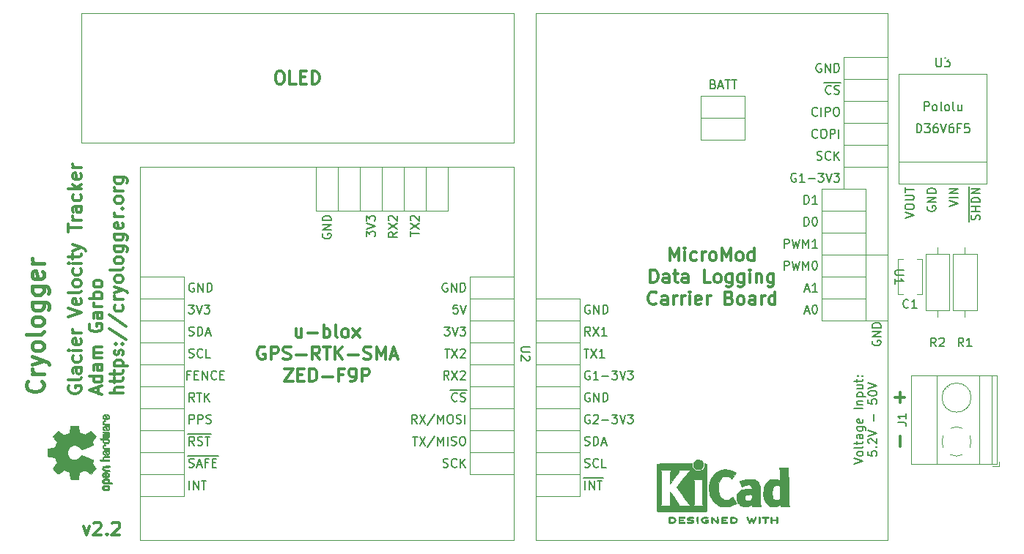
<source format=gto>
G04 #@! TF.GenerationSoftware,KiCad,Pcbnew,(6.0.5-0)*
G04 #@! TF.CreationDate,2022-08-12T12:05:35-04:00*
G04 #@! TF.ProjectId,Cryologger GVT,4372796f-6c6f-4676-9765-72204756542e,rev?*
G04 #@! TF.SameCoordinates,Original*
G04 #@! TF.FileFunction,Legend,Top*
G04 #@! TF.FilePolarity,Positive*
%FSLAX46Y46*%
G04 Gerber Fmt 4.6, Leading zero omitted, Abs format (unit mm)*
G04 Created by KiCad (PCBNEW (6.0.5-0)) date 2022-08-12 12:05:35*
%MOMM*%
%LPD*%
G01*
G04 APERTURE LIST*
%ADD10C,0.150000*%
%ADD11C,0.300000*%
%ADD12C,0.450000*%
%ADD13C,0.120000*%
%ADD14C,0.010000*%
%ADD15C,1.524000*%
%ADD16R,2.600000X2.600000*%
%ADD17C,2.600000*%
%ADD18C,3.048000*%
%ADD19C,1.879600*%
%ADD20C,3.302000*%
%ADD21C,1.600000*%
%ADD22O,1.600000X1.600000*%
%ADD23C,3.000000*%
%ADD24C,6.400000*%
G04 APERTURE END LIST*
D10*
X189147380Y-115656666D02*
X190147380Y-115323333D01*
X189147380Y-114990000D01*
X190147380Y-114513809D02*
X190099761Y-114609047D01*
X190052142Y-114656666D01*
X189956904Y-114704285D01*
X189671190Y-114704285D01*
X189575952Y-114656666D01*
X189528333Y-114609047D01*
X189480714Y-114513809D01*
X189480714Y-114370952D01*
X189528333Y-114275714D01*
X189575952Y-114228095D01*
X189671190Y-114180476D01*
X189956904Y-114180476D01*
X190052142Y-114228095D01*
X190099761Y-114275714D01*
X190147380Y-114370952D01*
X190147380Y-114513809D01*
X190147380Y-113609047D02*
X190099761Y-113704285D01*
X190004523Y-113751904D01*
X189147380Y-113751904D01*
X189480714Y-113370952D02*
X189480714Y-112990000D01*
X189147380Y-113228095D02*
X190004523Y-113228095D01*
X190099761Y-113180476D01*
X190147380Y-113085238D01*
X190147380Y-112990000D01*
X190147380Y-112228095D02*
X189623571Y-112228095D01*
X189528333Y-112275714D01*
X189480714Y-112370952D01*
X189480714Y-112561428D01*
X189528333Y-112656666D01*
X190099761Y-112228095D02*
X190147380Y-112323333D01*
X190147380Y-112561428D01*
X190099761Y-112656666D01*
X190004523Y-112704285D01*
X189909285Y-112704285D01*
X189814047Y-112656666D01*
X189766428Y-112561428D01*
X189766428Y-112323333D01*
X189718809Y-112228095D01*
X189480714Y-111323333D02*
X190290238Y-111323333D01*
X190385476Y-111370952D01*
X190433095Y-111418571D01*
X190480714Y-111513809D01*
X190480714Y-111656666D01*
X190433095Y-111751904D01*
X190099761Y-111323333D02*
X190147380Y-111418571D01*
X190147380Y-111609047D01*
X190099761Y-111704285D01*
X190052142Y-111751904D01*
X189956904Y-111799523D01*
X189671190Y-111799523D01*
X189575952Y-111751904D01*
X189528333Y-111704285D01*
X189480714Y-111609047D01*
X189480714Y-111418571D01*
X189528333Y-111323333D01*
X190099761Y-110466190D02*
X190147380Y-110561428D01*
X190147380Y-110751904D01*
X190099761Y-110847142D01*
X190004523Y-110894761D01*
X189623571Y-110894761D01*
X189528333Y-110847142D01*
X189480714Y-110751904D01*
X189480714Y-110561428D01*
X189528333Y-110466190D01*
X189623571Y-110418571D01*
X189718809Y-110418571D01*
X189814047Y-110894761D01*
X190147380Y-109228095D02*
X189147380Y-109228095D01*
X189480714Y-108751904D02*
X190147380Y-108751904D01*
X189575952Y-108751904D02*
X189528333Y-108704285D01*
X189480714Y-108609047D01*
X189480714Y-108466190D01*
X189528333Y-108370952D01*
X189623571Y-108323333D01*
X190147380Y-108323333D01*
X189480714Y-107847142D02*
X190480714Y-107847142D01*
X189528333Y-107847142D02*
X189480714Y-107751904D01*
X189480714Y-107561428D01*
X189528333Y-107466190D01*
X189575952Y-107418571D01*
X189671190Y-107370952D01*
X189956904Y-107370952D01*
X190052142Y-107418571D01*
X190099761Y-107466190D01*
X190147380Y-107561428D01*
X190147380Y-107751904D01*
X190099761Y-107847142D01*
X189480714Y-106513809D02*
X190147380Y-106513809D01*
X189480714Y-106942380D02*
X190004523Y-106942380D01*
X190099761Y-106894761D01*
X190147380Y-106799523D01*
X190147380Y-106656666D01*
X190099761Y-106561428D01*
X190052142Y-106513809D01*
X189480714Y-106180476D02*
X189480714Y-105799523D01*
X189147380Y-106037619D02*
X190004523Y-106037619D01*
X190099761Y-105990000D01*
X190147380Y-105894761D01*
X190147380Y-105799523D01*
X190052142Y-105466190D02*
X190099761Y-105418571D01*
X190147380Y-105466190D01*
X190099761Y-105513809D01*
X190052142Y-105466190D01*
X190147380Y-105466190D01*
X189528333Y-105466190D02*
X189575952Y-105418571D01*
X189623571Y-105466190D01*
X189575952Y-105513809D01*
X189528333Y-105466190D01*
X189623571Y-105466190D01*
X190757380Y-114156666D02*
X190757380Y-114632857D01*
X191233571Y-114680476D01*
X191185952Y-114632857D01*
X191138333Y-114537619D01*
X191138333Y-114299523D01*
X191185952Y-114204285D01*
X191233571Y-114156666D01*
X191328809Y-114109047D01*
X191566904Y-114109047D01*
X191662142Y-114156666D01*
X191709761Y-114204285D01*
X191757380Y-114299523D01*
X191757380Y-114537619D01*
X191709761Y-114632857D01*
X191662142Y-114680476D01*
X191662142Y-113680476D02*
X191709761Y-113632857D01*
X191757380Y-113680476D01*
X191709761Y-113728095D01*
X191662142Y-113680476D01*
X191757380Y-113680476D01*
X190852619Y-113251904D02*
X190805000Y-113204285D01*
X190757380Y-113109047D01*
X190757380Y-112870952D01*
X190805000Y-112775714D01*
X190852619Y-112728095D01*
X190947857Y-112680476D01*
X191043095Y-112680476D01*
X191185952Y-112728095D01*
X191757380Y-113299523D01*
X191757380Y-112680476D01*
X190757380Y-112394761D02*
X191757380Y-112061428D01*
X190757380Y-111728095D01*
X191376428Y-110632857D02*
X191376428Y-109870952D01*
X190757380Y-108156666D02*
X190757380Y-108632857D01*
X191233571Y-108680476D01*
X191185952Y-108632857D01*
X191138333Y-108537619D01*
X191138333Y-108299523D01*
X191185952Y-108204285D01*
X191233571Y-108156666D01*
X191328809Y-108109047D01*
X191566904Y-108109047D01*
X191662142Y-108156666D01*
X191709761Y-108204285D01*
X191757380Y-108299523D01*
X191757380Y-108537619D01*
X191709761Y-108632857D01*
X191662142Y-108680476D01*
X190757380Y-107490000D02*
X190757380Y-107394761D01*
X190805000Y-107299523D01*
X190852619Y-107251904D01*
X190947857Y-107204285D01*
X191138333Y-107156666D01*
X191376428Y-107156666D01*
X191566904Y-107204285D01*
X191662142Y-107251904D01*
X191709761Y-107299523D01*
X191757380Y-107394761D01*
X191757380Y-107490000D01*
X191709761Y-107585238D01*
X191662142Y-107632857D01*
X191566904Y-107680476D01*
X191376428Y-107728095D01*
X191138333Y-107728095D01*
X190947857Y-107680476D01*
X190852619Y-107632857D01*
X190805000Y-107585238D01*
X190757380Y-107490000D01*
X190757380Y-106870952D02*
X191757380Y-106537619D01*
X190757380Y-106204285D01*
D11*
X194417142Y-108521428D02*
X194417142Y-107378571D01*
X194988571Y-107950000D02*
X193845714Y-107950000D01*
X100104285Y-122868571D02*
X100461428Y-123868571D01*
X100818571Y-122868571D01*
X101318571Y-122511428D02*
X101390000Y-122440000D01*
X101532857Y-122368571D01*
X101890000Y-122368571D01*
X102032857Y-122440000D01*
X102104285Y-122511428D01*
X102175714Y-122654285D01*
X102175714Y-122797142D01*
X102104285Y-123011428D01*
X101247142Y-123868571D01*
X102175714Y-123868571D01*
X102818571Y-123725714D02*
X102890000Y-123797142D01*
X102818571Y-123868571D01*
X102747142Y-123797142D01*
X102818571Y-123725714D01*
X102818571Y-123868571D01*
X103461428Y-122511428D02*
X103532857Y-122440000D01*
X103675714Y-122368571D01*
X104032857Y-122368571D01*
X104175714Y-122440000D01*
X104247142Y-122511428D01*
X104318571Y-122654285D01*
X104318571Y-122797142D01*
X104247142Y-123011428D01*
X103390000Y-123868571D01*
X104318571Y-123868571D01*
D12*
X95329285Y-106038452D02*
X95424523Y-106133690D01*
X95519761Y-106419404D01*
X95519761Y-106609880D01*
X95424523Y-106895595D01*
X95234047Y-107086071D01*
X95043571Y-107181309D01*
X94662619Y-107276547D01*
X94376904Y-107276547D01*
X93995952Y-107181309D01*
X93805476Y-107086071D01*
X93615000Y-106895595D01*
X93519761Y-106609880D01*
X93519761Y-106419404D01*
X93615000Y-106133690D01*
X93710238Y-106038452D01*
X95519761Y-105181309D02*
X94186428Y-105181309D01*
X94567380Y-105181309D02*
X94376904Y-105086071D01*
X94281666Y-104990833D01*
X94186428Y-104800357D01*
X94186428Y-104609880D01*
X94186428Y-104133690D02*
X95519761Y-103657500D01*
X94186428Y-103181309D02*
X95519761Y-103657500D01*
X95995952Y-103847976D01*
X96091190Y-103943214D01*
X96186428Y-104133690D01*
X95519761Y-102133690D02*
X95424523Y-102324166D01*
X95329285Y-102419404D01*
X95138809Y-102514642D01*
X94567380Y-102514642D01*
X94376904Y-102419404D01*
X94281666Y-102324166D01*
X94186428Y-102133690D01*
X94186428Y-101847976D01*
X94281666Y-101657500D01*
X94376904Y-101562261D01*
X94567380Y-101467023D01*
X95138809Y-101467023D01*
X95329285Y-101562261D01*
X95424523Y-101657500D01*
X95519761Y-101847976D01*
X95519761Y-102133690D01*
X95519761Y-100324166D02*
X95424523Y-100514642D01*
X95234047Y-100609880D01*
X93519761Y-100609880D01*
X95519761Y-99276547D02*
X95424523Y-99467023D01*
X95329285Y-99562261D01*
X95138809Y-99657500D01*
X94567380Y-99657500D01*
X94376904Y-99562261D01*
X94281666Y-99467023D01*
X94186428Y-99276547D01*
X94186428Y-98990833D01*
X94281666Y-98800357D01*
X94376904Y-98705119D01*
X94567380Y-98609880D01*
X95138809Y-98609880D01*
X95329285Y-98705119D01*
X95424523Y-98800357D01*
X95519761Y-98990833D01*
X95519761Y-99276547D01*
X94186428Y-96895595D02*
X95805476Y-96895595D01*
X95995952Y-96990833D01*
X96091190Y-97086071D01*
X96186428Y-97276547D01*
X96186428Y-97562261D01*
X96091190Y-97752738D01*
X95424523Y-96895595D02*
X95519761Y-97086071D01*
X95519761Y-97467023D01*
X95424523Y-97657500D01*
X95329285Y-97752738D01*
X95138809Y-97847976D01*
X94567380Y-97847976D01*
X94376904Y-97752738D01*
X94281666Y-97657500D01*
X94186428Y-97467023D01*
X94186428Y-97086071D01*
X94281666Y-96895595D01*
X94186428Y-95086071D02*
X95805476Y-95086071D01*
X95995952Y-95181309D01*
X96091190Y-95276547D01*
X96186428Y-95467023D01*
X96186428Y-95752738D01*
X96091190Y-95943214D01*
X95424523Y-95086071D02*
X95519761Y-95276547D01*
X95519761Y-95657500D01*
X95424523Y-95847976D01*
X95329285Y-95943214D01*
X95138809Y-96038452D01*
X94567380Y-96038452D01*
X94376904Y-95943214D01*
X94281666Y-95847976D01*
X94186428Y-95657500D01*
X94186428Y-95276547D01*
X94281666Y-95086071D01*
X95424523Y-93371785D02*
X95519761Y-93562261D01*
X95519761Y-93943214D01*
X95424523Y-94133690D01*
X95234047Y-94228928D01*
X94472142Y-94228928D01*
X94281666Y-94133690D01*
X94186428Y-93943214D01*
X94186428Y-93562261D01*
X94281666Y-93371785D01*
X94472142Y-93276547D01*
X94662619Y-93276547D01*
X94853095Y-94228928D01*
X95519761Y-92419404D02*
X94186428Y-92419404D01*
X94567380Y-92419404D02*
X94376904Y-92324166D01*
X94281666Y-92228928D01*
X94186428Y-92038452D01*
X94186428Y-91847976D01*
D11*
X98435000Y-106612142D02*
X98363571Y-106755000D01*
X98363571Y-106969285D01*
X98435000Y-107183571D01*
X98577857Y-107326428D01*
X98720714Y-107397857D01*
X99006428Y-107469285D01*
X99220714Y-107469285D01*
X99506428Y-107397857D01*
X99649285Y-107326428D01*
X99792142Y-107183571D01*
X99863571Y-106969285D01*
X99863571Y-106826428D01*
X99792142Y-106612142D01*
X99720714Y-106540714D01*
X99220714Y-106540714D01*
X99220714Y-106826428D01*
X99863571Y-105683571D02*
X99792142Y-105826428D01*
X99649285Y-105897857D01*
X98363571Y-105897857D01*
X99863571Y-104469285D02*
X99077857Y-104469285D01*
X98935000Y-104540714D01*
X98863571Y-104683571D01*
X98863571Y-104969285D01*
X98935000Y-105112142D01*
X99792142Y-104469285D02*
X99863571Y-104612142D01*
X99863571Y-104969285D01*
X99792142Y-105112142D01*
X99649285Y-105183571D01*
X99506428Y-105183571D01*
X99363571Y-105112142D01*
X99292142Y-104969285D01*
X99292142Y-104612142D01*
X99220714Y-104469285D01*
X99792142Y-103112142D02*
X99863571Y-103255000D01*
X99863571Y-103540714D01*
X99792142Y-103683571D01*
X99720714Y-103755000D01*
X99577857Y-103826428D01*
X99149285Y-103826428D01*
X99006428Y-103755000D01*
X98935000Y-103683571D01*
X98863571Y-103540714D01*
X98863571Y-103255000D01*
X98935000Y-103112142D01*
X99863571Y-102469285D02*
X98863571Y-102469285D01*
X98363571Y-102469285D02*
X98435000Y-102540714D01*
X98506428Y-102469285D01*
X98435000Y-102397857D01*
X98363571Y-102469285D01*
X98506428Y-102469285D01*
X99792142Y-101183571D02*
X99863571Y-101326428D01*
X99863571Y-101612142D01*
X99792142Y-101755000D01*
X99649285Y-101826428D01*
X99077857Y-101826428D01*
X98935000Y-101755000D01*
X98863571Y-101612142D01*
X98863571Y-101326428D01*
X98935000Y-101183571D01*
X99077857Y-101112142D01*
X99220714Y-101112142D01*
X99363571Y-101826428D01*
X99863571Y-100469285D02*
X98863571Y-100469285D01*
X99149285Y-100469285D02*
X99006428Y-100397857D01*
X98935000Y-100326428D01*
X98863571Y-100183571D01*
X98863571Y-100040714D01*
X98363571Y-98612142D02*
X99863571Y-98112142D01*
X98363571Y-97612142D01*
X99792142Y-96540714D02*
X99863571Y-96683571D01*
X99863571Y-96969285D01*
X99792142Y-97112142D01*
X99649285Y-97183571D01*
X99077857Y-97183571D01*
X98935000Y-97112142D01*
X98863571Y-96969285D01*
X98863571Y-96683571D01*
X98935000Y-96540714D01*
X99077857Y-96469285D01*
X99220714Y-96469285D01*
X99363571Y-97183571D01*
X99863571Y-95612142D02*
X99792142Y-95755000D01*
X99649285Y-95826428D01*
X98363571Y-95826428D01*
X99863571Y-94826428D02*
X99792142Y-94969285D01*
X99720714Y-95040714D01*
X99577857Y-95112142D01*
X99149285Y-95112142D01*
X99006428Y-95040714D01*
X98935000Y-94969285D01*
X98863571Y-94826428D01*
X98863571Y-94612142D01*
X98935000Y-94469285D01*
X99006428Y-94397857D01*
X99149285Y-94326428D01*
X99577857Y-94326428D01*
X99720714Y-94397857D01*
X99792142Y-94469285D01*
X99863571Y-94612142D01*
X99863571Y-94826428D01*
X99792142Y-93040714D02*
X99863571Y-93183571D01*
X99863571Y-93469285D01*
X99792142Y-93612142D01*
X99720714Y-93683571D01*
X99577857Y-93755000D01*
X99149285Y-93755000D01*
X99006428Y-93683571D01*
X98935000Y-93612142D01*
X98863571Y-93469285D01*
X98863571Y-93183571D01*
X98935000Y-93040714D01*
X99863571Y-92397857D02*
X98863571Y-92397857D01*
X98363571Y-92397857D02*
X98435000Y-92469285D01*
X98506428Y-92397857D01*
X98435000Y-92326428D01*
X98363571Y-92397857D01*
X98506428Y-92397857D01*
X98863571Y-91897857D02*
X98863571Y-91326428D01*
X98363571Y-91683571D02*
X99649285Y-91683571D01*
X99792142Y-91612142D01*
X99863571Y-91469285D01*
X99863571Y-91326428D01*
X98863571Y-90969285D02*
X99863571Y-90612142D01*
X98863571Y-90255000D02*
X99863571Y-90612142D01*
X100220714Y-90755000D01*
X100292142Y-90826428D01*
X100363571Y-90969285D01*
X98363571Y-88755000D02*
X98363571Y-87897857D01*
X99863571Y-88326428D02*
X98363571Y-88326428D01*
X99863571Y-87397857D02*
X98863571Y-87397857D01*
X99149285Y-87397857D02*
X99006428Y-87326428D01*
X98935000Y-87255000D01*
X98863571Y-87112142D01*
X98863571Y-86969285D01*
X99863571Y-85826428D02*
X99077857Y-85826428D01*
X98935000Y-85897857D01*
X98863571Y-86040714D01*
X98863571Y-86326428D01*
X98935000Y-86469285D01*
X99792142Y-85826428D02*
X99863571Y-85969285D01*
X99863571Y-86326428D01*
X99792142Y-86469285D01*
X99649285Y-86540714D01*
X99506428Y-86540714D01*
X99363571Y-86469285D01*
X99292142Y-86326428D01*
X99292142Y-85969285D01*
X99220714Y-85826428D01*
X99792142Y-84469285D02*
X99863571Y-84612142D01*
X99863571Y-84897857D01*
X99792142Y-85040714D01*
X99720714Y-85112142D01*
X99577857Y-85183571D01*
X99149285Y-85183571D01*
X99006428Y-85112142D01*
X98935000Y-85040714D01*
X98863571Y-84897857D01*
X98863571Y-84612142D01*
X98935000Y-84469285D01*
X99863571Y-83826428D02*
X98363571Y-83826428D01*
X99292142Y-83683571D02*
X99863571Y-83255000D01*
X98863571Y-83255000D02*
X99435000Y-83826428D01*
X99792142Y-82040714D02*
X99863571Y-82183571D01*
X99863571Y-82469285D01*
X99792142Y-82612142D01*
X99649285Y-82683571D01*
X99077857Y-82683571D01*
X98935000Y-82612142D01*
X98863571Y-82469285D01*
X98863571Y-82183571D01*
X98935000Y-82040714D01*
X99077857Y-81969285D01*
X99220714Y-81969285D01*
X99363571Y-82683571D01*
X99863571Y-81326428D02*
X98863571Y-81326428D01*
X99149285Y-81326428D02*
X99006428Y-81255000D01*
X98935000Y-81183571D01*
X98863571Y-81040714D01*
X98863571Y-80897857D01*
X101850000Y-107469285D02*
X101850000Y-106755000D01*
X102278571Y-107612142D02*
X100778571Y-107112142D01*
X102278571Y-106612142D01*
X102278571Y-105469285D02*
X100778571Y-105469285D01*
X102207142Y-105469285D02*
X102278571Y-105612142D01*
X102278571Y-105897857D01*
X102207142Y-106040714D01*
X102135714Y-106112142D01*
X101992857Y-106183571D01*
X101564285Y-106183571D01*
X101421428Y-106112142D01*
X101350000Y-106040714D01*
X101278571Y-105897857D01*
X101278571Y-105612142D01*
X101350000Y-105469285D01*
X102278571Y-104112142D02*
X101492857Y-104112142D01*
X101350000Y-104183571D01*
X101278571Y-104326428D01*
X101278571Y-104612142D01*
X101350000Y-104755000D01*
X102207142Y-104112142D02*
X102278571Y-104255000D01*
X102278571Y-104612142D01*
X102207142Y-104755000D01*
X102064285Y-104826428D01*
X101921428Y-104826428D01*
X101778571Y-104755000D01*
X101707142Y-104612142D01*
X101707142Y-104255000D01*
X101635714Y-104112142D01*
X102278571Y-103397857D02*
X101278571Y-103397857D01*
X101421428Y-103397857D02*
X101350000Y-103326428D01*
X101278571Y-103183571D01*
X101278571Y-102969285D01*
X101350000Y-102826428D01*
X101492857Y-102755000D01*
X102278571Y-102755000D01*
X101492857Y-102755000D02*
X101350000Y-102683571D01*
X101278571Y-102540714D01*
X101278571Y-102326428D01*
X101350000Y-102183571D01*
X101492857Y-102112142D01*
X102278571Y-102112142D01*
X100850000Y-99469285D02*
X100778571Y-99612142D01*
X100778571Y-99826428D01*
X100850000Y-100040714D01*
X100992857Y-100183571D01*
X101135714Y-100255000D01*
X101421428Y-100326428D01*
X101635714Y-100326428D01*
X101921428Y-100255000D01*
X102064285Y-100183571D01*
X102207142Y-100040714D01*
X102278571Y-99826428D01*
X102278571Y-99683571D01*
X102207142Y-99469285D01*
X102135714Y-99397857D01*
X101635714Y-99397857D01*
X101635714Y-99683571D01*
X102278571Y-98112142D02*
X101492857Y-98112142D01*
X101350000Y-98183571D01*
X101278571Y-98326428D01*
X101278571Y-98612142D01*
X101350000Y-98755000D01*
X102207142Y-98112142D02*
X102278571Y-98255000D01*
X102278571Y-98612142D01*
X102207142Y-98755000D01*
X102064285Y-98826428D01*
X101921428Y-98826428D01*
X101778571Y-98755000D01*
X101707142Y-98612142D01*
X101707142Y-98255000D01*
X101635714Y-98112142D01*
X102278571Y-97397857D02*
X101278571Y-97397857D01*
X101564285Y-97397857D02*
X101421428Y-97326428D01*
X101350000Y-97255000D01*
X101278571Y-97112142D01*
X101278571Y-96969285D01*
X102278571Y-96469285D02*
X100778571Y-96469285D01*
X101350000Y-96469285D02*
X101278571Y-96326428D01*
X101278571Y-96040714D01*
X101350000Y-95897857D01*
X101421428Y-95826428D01*
X101564285Y-95755000D01*
X101992857Y-95755000D01*
X102135714Y-95826428D01*
X102207142Y-95897857D01*
X102278571Y-96040714D01*
X102278571Y-96326428D01*
X102207142Y-96469285D01*
X102278571Y-94897857D02*
X102207142Y-95040714D01*
X102135714Y-95112142D01*
X101992857Y-95183571D01*
X101564285Y-95183571D01*
X101421428Y-95112142D01*
X101350000Y-95040714D01*
X101278571Y-94897857D01*
X101278571Y-94683571D01*
X101350000Y-94540714D01*
X101421428Y-94469285D01*
X101564285Y-94397857D01*
X101992857Y-94397857D01*
X102135714Y-94469285D01*
X102207142Y-94540714D01*
X102278571Y-94683571D01*
X102278571Y-94897857D01*
X104693571Y-107397857D02*
X103193571Y-107397857D01*
X104693571Y-106755000D02*
X103907857Y-106755000D01*
X103765000Y-106826428D01*
X103693571Y-106969285D01*
X103693571Y-107183571D01*
X103765000Y-107326428D01*
X103836428Y-107397857D01*
X103693571Y-106255000D02*
X103693571Y-105683571D01*
X103193571Y-106040714D02*
X104479285Y-106040714D01*
X104622142Y-105969285D01*
X104693571Y-105826428D01*
X104693571Y-105683571D01*
X103693571Y-105397857D02*
X103693571Y-104826428D01*
X103193571Y-105183571D02*
X104479285Y-105183571D01*
X104622142Y-105112142D01*
X104693571Y-104969285D01*
X104693571Y-104826428D01*
X103693571Y-104326428D02*
X105193571Y-104326428D01*
X103765000Y-104326428D02*
X103693571Y-104183571D01*
X103693571Y-103897857D01*
X103765000Y-103755000D01*
X103836428Y-103683571D01*
X103979285Y-103612142D01*
X104407857Y-103612142D01*
X104550714Y-103683571D01*
X104622142Y-103755000D01*
X104693571Y-103897857D01*
X104693571Y-104183571D01*
X104622142Y-104326428D01*
X104622142Y-103040714D02*
X104693571Y-102897857D01*
X104693571Y-102612142D01*
X104622142Y-102469285D01*
X104479285Y-102397857D01*
X104407857Y-102397857D01*
X104265000Y-102469285D01*
X104193571Y-102612142D01*
X104193571Y-102826428D01*
X104122142Y-102969285D01*
X103979285Y-103040714D01*
X103907857Y-103040714D01*
X103765000Y-102969285D01*
X103693571Y-102826428D01*
X103693571Y-102612142D01*
X103765000Y-102469285D01*
X104550714Y-101755000D02*
X104622142Y-101683571D01*
X104693571Y-101755000D01*
X104622142Y-101826428D01*
X104550714Y-101755000D01*
X104693571Y-101755000D01*
X103765000Y-101755000D02*
X103836428Y-101683571D01*
X103907857Y-101755000D01*
X103836428Y-101826428D01*
X103765000Y-101755000D01*
X103907857Y-101755000D01*
X103122142Y-99969285D02*
X105050714Y-101255000D01*
X103122142Y-98397857D02*
X105050714Y-99683571D01*
X104622142Y-97255000D02*
X104693571Y-97397857D01*
X104693571Y-97683571D01*
X104622142Y-97826428D01*
X104550714Y-97897857D01*
X104407857Y-97969285D01*
X103979285Y-97969285D01*
X103836428Y-97897857D01*
X103765000Y-97826428D01*
X103693571Y-97683571D01*
X103693571Y-97397857D01*
X103765000Y-97255000D01*
X104693571Y-96612142D02*
X103693571Y-96612142D01*
X103979285Y-96612142D02*
X103836428Y-96540714D01*
X103765000Y-96469285D01*
X103693571Y-96326428D01*
X103693571Y-96183571D01*
X103693571Y-95826428D02*
X104693571Y-95469285D01*
X103693571Y-95112142D02*
X104693571Y-95469285D01*
X105050714Y-95612142D01*
X105122142Y-95683571D01*
X105193571Y-95826428D01*
X104693571Y-94326428D02*
X104622142Y-94469285D01*
X104550714Y-94540714D01*
X104407857Y-94612142D01*
X103979285Y-94612142D01*
X103836428Y-94540714D01*
X103765000Y-94469285D01*
X103693571Y-94326428D01*
X103693571Y-94112142D01*
X103765000Y-93969285D01*
X103836428Y-93897857D01*
X103979285Y-93826428D01*
X104407857Y-93826428D01*
X104550714Y-93897857D01*
X104622142Y-93969285D01*
X104693571Y-94112142D01*
X104693571Y-94326428D01*
X104693571Y-92969285D02*
X104622142Y-93112142D01*
X104479285Y-93183571D01*
X103193571Y-93183571D01*
X104693571Y-92183571D02*
X104622142Y-92326428D01*
X104550714Y-92397857D01*
X104407857Y-92469285D01*
X103979285Y-92469285D01*
X103836428Y-92397857D01*
X103765000Y-92326428D01*
X103693571Y-92183571D01*
X103693571Y-91969285D01*
X103765000Y-91826428D01*
X103836428Y-91755000D01*
X103979285Y-91683571D01*
X104407857Y-91683571D01*
X104550714Y-91755000D01*
X104622142Y-91826428D01*
X104693571Y-91969285D01*
X104693571Y-92183571D01*
X103693571Y-90397857D02*
X104907857Y-90397857D01*
X105050714Y-90469285D01*
X105122142Y-90540714D01*
X105193571Y-90683571D01*
X105193571Y-90897857D01*
X105122142Y-91040714D01*
X104622142Y-90397857D02*
X104693571Y-90540714D01*
X104693571Y-90826428D01*
X104622142Y-90969285D01*
X104550714Y-91040714D01*
X104407857Y-91112142D01*
X103979285Y-91112142D01*
X103836428Y-91040714D01*
X103765000Y-90969285D01*
X103693571Y-90826428D01*
X103693571Y-90540714D01*
X103765000Y-90397857D01*
X103693571Y-89040714D02*
X104907857Y-89040714D01*
X105050714Y-89112142D01*
X105122142Y-89183571D01*
X105193571Y-89326428D01*
X105193571Y-89540714D01*
X105122142Y-89683571D01*
X104622142Y-89040714D02*
X104693571Y-89183571D01*
X104693571Y-89469285D01*
X104622142Y-89612142D01*
X104550714Y-89683571D01*
X104407857Y-89755000D01*
X103979285Y-89755000D01*
X103836428Y-89683571D01*
X103765000Y-89612142D01*
X103693571Y-89469285D01*
X103693571Y-89183571D01*
X103765000Y-89040714D01*
X104622142Y-87755000D02*
X104693571Y-87897857D01*
X104693571Y-88183571D01*
X104622142Y-88326428D01*
X104479285Y-88397857D01*
X103907857Y-88397857D01*
X103765000Y-88326428D01*
X103693571Y-88183571D01*
X103693571Y-87897857D01*
X103765000Y-87755000D01*
X103907857Y-87683571D01*
X104050714Y-87683571D01*
X104193571Y-88397857D01*
X104693571Y-87040714D02*
X103693571Y-87040714D01*
X103979285Y-87040714D02*
X103836428Y-86969285D01*
X103765000Y-86897857D01*
X103693571Y-86755000D01*
X103693571Y-86612142D01*
X104550714Y-86112142D02*
X104622142Y-86040714D01*
X104693571Y-86112142D01*
X104622142Y-86183571D01*
X104550714Y-86112142D01*
X104693571Y-86112142D01*
X104693571Y-85183571D02*
X104622142Y-85326428D01*
X104550714Y-85397857D01*
X104407857Y-85469285D01*
X103979285Y-85469285D01*
X103836428Y-85397857D01*
X103765000Y-85326428D01*
X103693571Y-85183571D01*
X103693571Y-84969285D01*
X103765000Y-84826428D01*
X103836428Y-84755000D01*
X103979285Y-84683571D01*
X104407857Y-84683571D01*
X104550714Y-84755000D01*
X104622142Y-84826428D01*
X104693571Y-84969285D01*
X104693571Y-85183571D01*
X104693571Y-84040714D02*
X103693571Y-84040714D01*
X103979285Y-84040714D02*
X103836428Y-83969285D01*
X103765000Y-83897857D01*
X103693571Y-83755000D01*
X103693571Y-83612142D01*
X103693571Y-82469285D02*
X104907857Y-82469285D01*
X105050714Y-82540714D01*
X105122142Y-82612142D01*
X105193571Y-82755000D01*
X105193571Y-82969285D01*
X105122142Y-83112142D01*
X104622142Y-82469285D02*
X104693571Y-82612142D01*
X104693571Y-82897857D01*
X104622142Y-83040714D01*
X104550714Y-83112142D01*
X104407857Y-83183571D01*
X103979285Y-83183571D01*
X103836428Y-83112142D01*
X103765000Y-83040714D01*
X103693571Y-82897857D01*
X103693571Y-82612142D01*
X103765000Y-82469285D01*
X194417142Y-113600904D02*
X194417142Y-112458047D01*
D10*
X198628095Y-68667380D02*
X198628095Y-69476904D01*
X198675714Y-69572142D01*
X198723333Y-69619761D01*
X198818571Y-69667380D01*
X199009047Y-69667380D01*
X199104285Y-69619761D01*
X199151904Y-69572142D01*
X199199523Y-69476904D01*
X199199523Y-68667380D01*
X199580476Y-68667380D02*
X200199523Y-68667380D01*
X199866190Y-69048333D01*
X200009047Y-69048333D01*
X200104285Y-69095952D01*
X200151904Y-69143571D01*
X200199523Y-69238809D01*
X200199523Y-69476904D01*
X200151904Y-69572142D01*
X200104285Y-69619761D01*
X200009047Y-69667380D01*
X199723333Y-69667380D01*
X199628095Y-69619761D01*
X199580476Y-69572142D01*
X196366190Y-77287380D02*
X196366190Y-76287380D01*
X196604285Y-76287380D01*
X196747142Y-76335000D01*
X196842380Y-76430238D01*
X196890000Y-76525476D01*
X196937619Y-76715952D01*
X196937619Y-76858809D01*
X196890000Y-77049285D01*
X196842380Y-77144523D01*
X196747142Y-77239761D01*
X196604285Y-77287380D01*
X196366190Y-77287380D01*
X197270952Y-76287380D02*
X197890000Y-76287380D01*
X197556666Y-76668333D01*
X197699523Y-76668333D01*
X197794761Y-76715952D01*
X197842380Y-76763571D01*
X197890000Y-76858809D01*
X197890000Y-77096904D01*
X197842380Y-77192142D01*
X197794761Y-77239761D01*
X197699523Y-77287380D01*
X197413809Y-77287380D01*
X197318571Y-77239761D01*
X197270952Y-77192142D01*
X198747142Y-76287380D02*
X198556666Y-76287380D01*
X198461428Y-76335000D01*
X198413809Y-76382619D01*
X198318571Y-76525476D01*
X198270952Y-76715952D01*
X198270952Y-77096904D01*
X198318571Y-77192142D01*
X198366190Y-77239761D01*
X198461428Y-77287380D01*
X198651904Y-77287380D01*
X198747142Y-77239761D01*
X198794761Y-77192142D01*
X198842380Y-77096904D01*
X198842380Y-76858809D01*
X198794761Y-76763571D01*
X198747142Y-76715952D01*
X198651904Y-76668333D01*
X198461428Y-76668333D01*
X198366190Y-76715952D01*
X198318571Y-76763571D01*
X198270952Y-76858809D01*
X199128095Y-76287380D02*
X199461428Y-77287380D01*
X199794761Y-76287380D01*
X200556666Y-76287380D02*
X200366190Y-76287380D01*
X200270952Y-76335000D01*
X200223333Y-76382619D01*
X200128095Y-76525476D01*
X200080476Y-76715952D01*
X200080476Y-77096904D01*
X200128095Y-77192142D01*
X200175714Y-77239761D01*
X200270952Y-77287380D01*
X200461428Y-77287380D01*
X200556666Y-77239761D01*
X200604285Y-77192142D01*
X200651904Y-77096904D01*
X200651904Y-76858809D01*
X200604285Y-76763571D01*
X200556666Y-76715952D01*
X200461428Y-76668333D01*
X200270952Y-76668333D01*
X200175714Y-76715952D01*
X200128095Y-76763571D01*
X200080476Y-76858809D01*
X201413809Y-76763571D02*
X201080476Y-76763571D01*
X201080476Y-77287380D02*
X201080476Y-76287380D01*
X201556666Y-76287380D01*
X202413809Y-76287380D02*
X201937619Y-76287380D01*
X201890000Y-76763571D01*
X201937619Y-76715952D01*
X202032857Y-76668333D01*
X202270952Y-76668333D01*
X202366190Y-76715952D01*
X202413809Y-76763571D01*
X202461428Y-76858809D01*
X202461428Y-77096904D01*
X202413809Y-77192142D01*
X202366190Y-77239761D01*
X202270952Y-77287380D01*
X202032857Y-77287380D01*
X201937619Y-77239761D01*
X201890000Y-77192142D01*
X202370000Y-87584119D02*
X202370000Y-86631738D01*
X203604761Y-87393642D02*
X203652380Y-87250785D01*
X203652380Y-87012690D01*
X203604761Y-86917452D01*
X203557142Y-86869833D01*
X203461904Y-86822214D01*
X203366666Y-86822214D01*
X203271428Y-86869833D01*
X203223809Y-86917452D01*
X203176190Y-87012690D01*
X203128571Y-87203166D01*
X203080952Y-87298404D01*
X203033333Y-87346023D01*
X202938095Y-87393642D01*
X202842857Y-87393642D01*
X202747619Y-87346023D01*
X202700000Y-87298404D01*
X202652380Y-87203166D01*
X202652380Y-86965071D01*
X202700000Y-86822214D01*
X202370000Y-86631738D02*
X202370000Y-85584119D01*
X203652380Y-86393642D02*
X202652380Y-86393642D01*
X203128571Y-86393642D02*
X203128571Y-85822214D01*
X203652380Y-85822214D02*
X202652380Y-85822214D01*
X202370000Y-85584119D02*
X202370000Y-84584119D01*
X203652380Y-85346023D02*
X202652380Y-85346023D01*
X202652380Y-85107928D01*
X202700000Y-84965071D01*
X202795238Y-84869833D01*
X202890476Y-84822214D01*
X203080952Y-84774595D01*
X203223809Y-84774595D01*
X203414285Y-84822214D01*
X203509523Y-84869833D01*
X203604761Y-84965071D01*
X203652380Y-85107928D01*
X203652380Y-85346023D01*
X202370000Y-84584119D02*
X202370000Y-83536500D01*
X203652380Y-84346023D02*
X202652380Y-84346023D01*
X203652380Y-83774595D01*
X202652380Y-83774595D01*
X200112380Y-85822214D02*
X201112380Y-85488880D01*
X200112380Y-85155547D01*
X201112380Y-84822214D02*
X200112380Y-84822214D01*
X201112380Y-84346023D02*
X200112380Y-84346023D01*
X201112380Y-83774595D01*
X200112380Y-83774595D01*
X197247142Y-74747380D02*
X197247142Y-73747380D01*
X197628095Y-73747380D01*
X197723333Y-73795000D01*
X197770952Y-73842619D01*
X197818571Y-73937857D01*
X197818571Y-74080714D01*
X197770952Y-74175952D01*
X197723333Y-74223571D01*
X197628095Y-74271190D01*
X197247142Y-74271190D01*
X198390000Y-74747380D02*
X198294761Y-74699761D01*
X198247142Y-74652142D01*
X198199523Y-74556904D01*
X198199523Y-74271190D01*
X198247142Y-74175952D01*
X198294761Y-74128333D01*
X198390000Y-74080714D01*
X198532857Y-74080714D01*
X198628095Y-74128333D01*
X198675714Y-74175952D01*
X198723333Y-74271190D01*
X198723333Y-74556904D01*
X198675714Y-74652142D01*
X198628095Y-74699761D01*
X198532857Y-74747380D01*
X198390000Y-74747380D01*
X199294761Y-74747380D02*
X199199523Y-74699761D01*
X199151904Y-74604523D01*
X199151904Y-73747380D01*
X199818571Y-74747380D02*
X199723333Y-74699761D01*
X199675714Y-74652142D01*
X199628095Y-74556904D01*
X199628095Y-74271190D01*
X199675714Y-74175952D01*
X199723333Y-74128333D01*
X199818571Y-74080714D01*
X199961428Y-74080714D01*
X200056666Y-74128333D01*
X200104285Y-74175952D01*
X200151904Y-74271190D01*
X200151904Y-74556904D01*
X200104285Y-74652142D01*
X200056666Y-74699761D01*
X199961428Y-74747380D01*
X199818571Y-74747380D01*
X200723333Y-74747380D02*
X200628095Y-74699761D01*
X200580476Y-74604523D01*
X200580476Y-73747380D01*
X201532857Y-74080714D02*
X201532857Y-74747380D01*
X201104285Y-74080714D02*
X201104285Y-74604523D01*
X201151904Y-74699761D01*
X201247142Y-74747380D01*
X201390000Y-74747380D01*
X201485238Y-74699761D01*
X201532857Y-74652142D01*
X195032380Y-87155547D02*
X196032380Y-86822214D01*
X195032380Y-86488880D01*
X195032380Y-85965071D02*
X195032380Y-85774595D01*
X195080000Y-85679357D01*
X195175238Y-85584119D01*
X195365714Y-85536500D01*
X195699047Y-85536500D01*
X195889523Y-85584119D01*
X195984761Y-85679357D01*
X196032380Y-85774595D01*
X196032380Y-85965071D01*
X195984761Y-86060309D01*
X195889523Y-86155547D01*
X195699047Y-86203166D01*
X195365714Y-86203166D01*
X195175238Y-86155547D01*
X195080000Y-86060309D01*
X195032380Y-85965071D01*
X195032380Y-85107928D02*
X195841904Y-85107928D01*
X195937142Y-85060309D01*
X195984761Y-85012690D01*
X196032380Y-84917452D01*
X196032380Y-84726976D01*
X195984761Y-84631738D01*
X195937142Y-84584119D01*
X195841904Y-84536500D01*
X195032380Y-84536500D01*
X195032380Y-84203166D02*
X195032380Y-83631738D01*
X196032380Y-83917452D02*
X195032380Y-83917452D01*
X197620000Y-85822214D02*
X197572380Y-85917452D01*
X197572380Y-86060309D01*
X197620000Y-86203166D01*
X197715238Y-86298404D01*
X197810476Y-86346023D01*
X198000952Y-86393642D01*
X198143809Y-86393642D01*
X198334285Y-86346023D01*
X198429523Y-86298404D01*
X198524761Y-86203166D01*
X198572380Y-86060309D01*
X198572380Y-85965071D01*
X198524761Y-85822214D01*
X198477142Y-85774595D01*
X198143809Y-85774595D01*
X198143809Y-85965071D01*
X198572380Y-85346023D02*
X197572380Y-85346023D01*
X198572380Y-84774595D01*
X197572380Y-84774595D01*
X198572380Y-84298404D02*
X197572380Y-84298404D01*
X197572380Y-84060309D01*
X197620000Y-83917452D01*
X197715238Y-83822214D01*
X197810476Y-83774595D01*
X198000952Y-83726976D01*
X198143809Y-83726976D01*
X198334285Y-83774595D01*
X198429523Y-83822214D01*
X198524761Y-83917452D01*
X198572380Y-84060309D01*
X198572380Y-84298404D01*
X194157380Y-110828333D02*
X194871666Y-110828333D01*
X195014523Y-110875952D01*
X195109761Y-110971190D01*
X195157380Y-111114047D01*
X195157380Y-111209285D01*
X195157380Y-109828333D02*
X195157380Y-110399761D01*
X195157380Y-110114047D02*
X194157380Y-110114047D01*
X194300238Y-110209285D01*
X194395476Y-110304523D01*
X194443095Y-110399761D01*
X151677619Y-102108095D02*
X150868095Y-102108095D01*
X150772857Y-102155714D01*
X150725238Y-102203333D01*
X150677619Y-102298571D01*
X150677619Y-102489047D01*
X150725238Y-102584285D01*
X150772857Y-102631904D01*
X150868095Y-102679523D01*
X151677619Y-102679523D01*
X151582380Y-103108095D02*
X151630000Y-103155714D01*
X151677619Y-103250952D01*
X151677619Y-103489047D01*
X151630000Y-103584285D01*
X151582380Y-103631904D01*
X151487142Y-103679523D01*
X151391904Y-103679523D01*
X151249047Y-103631904D01*
X150677619Y-103060476D01*
X150677619Y-103679523D01*
X137882380Y-89282928D02*
X137882380Y-88711500D01*
X138882380Y-88997214D02*
X137882380Y-88997214D01*
X137882380Y-88473404D02*
X138882380Y-87806738D01*
X137882380Y-87806738D02*
X138882380Y-88473404D01*
X137977619Y-87473404D02*
X137930000Y-87425785D01*
X137882380Y-87330547D01*
X137882380Y-87092452D01*
X137930000Y-86997214D01*
X137977619Y-86949595D01*
X138072857Y-86901976D01*
X138168095Y-86901976D01*
X138310952Y-86949595D01*
X138882380Y-87521023D01*
X138882380Y-86901976D01*
X136342380Y-88806738D02*
X135866190Y-89140071D01*
X136342380Y-89378166D02*
X135342380Y-89378166D01*
X135342380Y-88997214D01*
X135390000Y-88901976D01*
X135437619Y-88854357D01*
X135532857Y-88806738D01*
X135675714Y-88806738D01*
X135770952Y-88854357D01*
X135818571Y-88901976D01*
X135866190Y-88997214D01*
X135866190Y-89378166D01*
X135342380Y-88473404D02*
X136342380Y-87806738D01*
X135342380Y-87806738D02*
X136342380Y-88473404D01*
X135437619Y-87473404D02*
X135390000Y-87425785D01*
X135342380Y-87330547D01*
X135342380Y-87092452D01*
X135390000Y-86997214D01*
X135437619Y-86949595D01*
X135532857Y-86901976D01*
X135628095Y-86901976D01*
X135770952Y-86949595D01*
X136342380Y-87521023D01*
X136342380Y-86901976D01*
X142142785Y-94750000D02*
X142047547Y-94702380D01*
X141904690Y-94702380D01*
X141761833Y-94750000D01*
X141666595Y-94845238D01*
X141618976Y-94940476D01*
X141571357Y-95130952D01*
X141571357Y-95273809D01*
X141618976Y-95464285D01*
X141666595Y-95559523D01*
X141761833Y-95654761D01*
X141904690Y-95702380D01*
X141999928Y-95702380D01*
X142142785Y-95654761D01*
X142190404Y-95607142D01*
X142190404Y-95273809D01*
X141999928Y-95273809D01*
X142618976Y-95702380D02*
X142618976Y-94702380D01*
X143190404Y-95702380D01*
X143190404Y-94702380D01*
X143666595Y-95702380D02*
X143666595Y-94702380D01*
X143904690Y-94702380D01*
X144047547Y-94750000D01*
X144142785Y-94845238D01*
X144190404Y-94940476D01*
X144238023Y-95130952D01*
X144238023Y-95273809D01*
X144190404Y-95464285D01*
X144142785Y-95559523D01*
X144047547Y-95654761D01*
X143904690Y-95702380D01*
X143666595Y-95702380D01*
X132802380Y-89330547D02*
X132802380Y-88711500D01*
X133183333Y-89044833D01*
X133183333Y-88901976D01*
X133230952Y-88806738D01*
X133278571Y-88759119D01*
X133373809Y-88711500D01*
X133611904Y-88711500D01*
X133707142Y-88759119D01*
X133754761Y-88806738D01*
X133802380Y-88901976D01*
X133802380Y-89187690D01*
X133754761Y-89282928D01*
X133707142Y-89330547D01*
X132802380Y-88425785D02*
X133802380Y-88092452D01*
X132802380Y-87759119D01*
X132802380Y-87521023D02*
X132802380Y-86901976D01*
X133183333Y-87235309D01*
X133183333Y-87092452D01*
X133230952Y-86997214D01*
X133278571Y-86949595D01*
X133373809Y-86901976D01*
X133611904Y-86901976D01*
X133707142Y-86949595D01*
X133754761Y-86997214D01*
X133802380Y-87092452D01*
X133802380Y-87378166D01*
X133754761Y-87473404D01*
X133707142Y-87521023D01*
X127770000Y-88997214D02*
X127722380Y-89092452D01*
X127722380Y-89235309D01*
X127770000Y-89378166D01*
X127865238Y-89473404D01*
X127960476Y-89521023D01*
X128150952Y-89568642D01*
X128293809Y-89568642D01*
X128484285Y-89521023D01*
X128579523Y-89473404D01*
X128674761Y-89378166D01*
X128722380Y-89235309D01*
X128722380Y-89140071D01*
X128674761Y-88997214D01*
X128627142Y-88949595D01*
X128293809Y-88949595D01*
X128293809Y-89140071D01*
X128722380Y-88521023D02*
X127722380Y-88521023D01*
X128722380Y-87949595D01*
X127722380Y-87949595D01*
X128722380Y-87473404D02*
X127722380Y-87473404D01*
X127722380Y-87235309D01*
X127770000Y-87092452D01*
X127865238Y-86997214D01*
X127960476Y-86949595D01*
X128150952Y-86901976D01*
X128293809Y-86901976D01*
X128484285Y-86949595D01*
X128579523Y-86997214D01*
X128674761Y-87092452D01*
X128722380Y-87235309D01*
X128722380Y-87473404D01*
D11*
X123305714Y-104588571D02*
X124305714Y-104588571D01*
X123305714Y-106088571D01*
X124305714Y-106088571D01*
X124877142Y-105302857D02*
X125377142Y-105302857D01*
X125591428Y-106088571D02*
X124877142Y-106088571D01*
X124877142Y-104588571D01*
X125591428Y-104588571D01*
X126234285Y-106088571D02*
X126234285Y-104588571D01*
X126591428Y-104588571D01*
X126805714Y-104660000D01*
X126948571Y-104802857D01*
X127020000Y-104945714D01*
X127091428Y-105231428D01*
X127091428Y-105445714D01*
X127020000Y-105731428D01*
X126948571Y-105874285D01*
X126805714Y-106017142D01*
X126591428Y-106088571D01*
X126234285Y-106088571D01*
X127734285Y-105517142D02*
X128877142Y-105517142D01*
X130091428Y-105302857D02*
X129591428Y-105302857D01*
X129591428Y-106088571D02*
X129591428Y-104588571D01*
X130305714Y-104588571D01*
X130948571Y-106088571D02*
X131234285Y-106088571D01*
X131377142Y-106017142D01*
X131448571Y-105945714D01*
X131591428Y-105731428D01*
X131662857Y-105445714D01*
X131662857Y-104874285D01*
X131591428Y-104731428D01*
X131520000Y-104660000D01*
X131377142Y-104588571D01*
X131091428Y-104588571D01*
X130948571Y-104660000D01*
X130877142Y-104731428D01*
X130805714Y-104874285D01*
X130805714Y-105231428D01*
X130877142Y-105374285D01*
X130948571Y-105445714D01*
X131091428Y-105517142D01*
X131377142Y-105517142D01*
X131520000Y-105445714D01*
X131591428Y-105374285D01*
X131662857Y-105231428D01*
X132305714Y-106088571D02*
X132305714Y-104588571D01*
X132877142Y-104588571D01*
X133020000Y-104660000D01*
X133091428Y-104731428D01*
X133162857Y-104874285D01*
X133162857Y-105088571D01*
X133091428Y-105231428D01*
X133020000Y-105302857D01*
X132877142Y-105374285D01*
X132305714Y-105374285D01*
D10*
X112349595Y-110942380D02*
X112349595Y-109942380D01*
X112730547Y-109942380D01*
X112825785Y-109990000D01*
X112873404Y-110037619D01*
X112921023Y-110132857D01*
X112921023Y-110275714D01*
X112873404Y-110370952D01*
X112825785Y-110418571D01*
X112730547Y-110466190D01*
X112349595Y-110466190D01*
X113349595Y-110942380D02*
X113349595Y-109942380D01*
X113730547Y-109942380D01*
X113825785Y-109990000D01*
X113873404Y-110037619D01*
X113921023Y-110132857D01*
X113921023Y-110275714D01*
X113873404Y-110370952D01*
X113825785Y-110418571D01*
X113730547Y-110466190D01*
X113349595Y-110466190D01*
X114301976Y-110894761D02*
X114444833Y-110942380D01*
X114682928Y-110942380D01*
X114778166Y-110894761D01*
X114825785Y-110847142D01*
X114873404Y-110751904D01*
X114873404Y-110656666D01*
X114825785Y-110561428D01*
X114778166Y-110513809D01*
X114682928Y-110466190D01*
X114492452Y-110418571D01*
X114397214Y-110370952D01*
X114349595Y-110323333D01*
X114301976Y-110228095D01*
X114301976Y-110132857D01*
X114349595Y-110037619D01*
X114397214Y-109990000D01*
X114492452Y-109942380D01*
X114730547Y-109942380D01*
X114873404Y-109990000D01*
D11*
X125305714Y-100008571D02*
X125305714Y-101008571D01*
X124662857Y-100008571D02*
X124662857Y-100794285D01*
X124734285Y-100937142D01*
X124877142Y-101008571D01*
X125091428Y-101008571D01*
X125234285Y-100937142D01*
X125305714Y-100865714D01*
X126020000Y-100437142D02*
X127162857Y-100437142D01*
X127877142Y-101008571D02*
X127877142Y-99508571D01*
X127877142Y-100080000D02*
X128020000Y-100008571D01*
X128305714Y-100008571D01*
X128448571Y-100080000D01*
X128520000Y-100151428D01*
X128591428Y-100294285D01*
X128591428Y-100722857D01*
X128520000Y-100865714D01*
X128448571Y-100937142D01*
X128305714Y-101008571D01*
X128020000Y-101008571D01*
X127877142Y-100937142D01*
X129448571Y-101008571D02*
X129305714Y-100937142D01*
X129234285Y-100794285D01*
X129234285Y-99508571D01*
X130234285Y-101008571D02*
X130091428Y-100937142D01*
X130020000Y-100865714D01*
X129948571Y-100722857D01*
X129948571Y-100294285D01*
X130020000Y-100151428D01*
X130091428Y-100080000D01*
X130234285Y-100008571D01*
X130448571Y-100008571D01*
X130591428Y-100080000D01*
X130662857Y-100151428D01*
X130734285Y-100294285D01*
X130734285Y-100722857D01*
X130662857Y-100865714D01*
X130591428Y-100937142D01*
X130448571Y-101008571D01*
X130234285Y-101008571D01*
X131234285Y-101008571D02*
X132020000Y-100008571D01*
X131234285Y-100008571D02*
X132020000Y-101008571D01*
D10*
X112111500Y-114740000D02*
X113063880Y-114740000D01*
X112301976Y-115974761D02*
X112444833Y-116022380D01*
X112682928Y-116022380D01*
X112778166Y-115974761D01*
X112825785Y-115927142D01*
X112873404Y-115831904D01*
X112873404Y-115736666D01*
X112825785Y-115641428D01*
X112778166Y-115593809D01*
X112682928Y-115546190D01*
X112492452Y-115498571D01*
X112397214Y-115450952D01*
X112349595Y-115403333D01*
X112301976Y-115308095D01*
X112301976Y-115212857D01*
X112349595Y-115117619D01*
X112397214Y-115070000D01*
X112492452Y-115022380D01*
X112730547Y-115022380D01*
X112873404Y-115070000D01*
X113063880Y-114740000D02*
X113921023Y-114740000D01*
X113254357Y-115736666D02*
X113730547Y-115736666D01*
X113159119Y-116022380D02*
X113492452Y-115022380D01*
X113825785Y-116022380D01*
X113921023Y-114740000D02*
X114778166Y-114740000D01*
X114492452Y-115498571D02*
X114159119Y-115498571D01*
X114159119Y-116022380D02*
X114159119Y-115022380D01*
X114635309Y-115022380D01*
X114778166Y-114740000D02*
X115682928Y-114740000D01*
X115016261Y-115498571D02*
X115349595Y-115498571D01*
X115492452Y-116022380D02*
X115016261Y-116022380D01*
X115016261Y-115022380D01*
X115492452Y-115022380D01*
X138142785Y-112482380D02*
X138714214Y-112482380D01*
X138428500Y-113482380D02*
X138428500Y-112482380D01*
X138952309Y-112482380D02*
X139618976Y-113482380D01*
X139618976Y-112482380D02*
X138952309Y-113482380D01*
X140714214Y-112434761D02*
X139857071Y-113720476D01*
X141047547Y-113482380D02*
X141047547Y-112482380D01*
X141380880Y-113196666D01*
X141714214Y-112482380D01*
X141714214Y-113482380D01*
X142190404Y-113482380D02*
X142190404Y-112482380D01*
X142618976Y-113434761D02*
X142761833Y-113482380D01*
X142999928Y-113482380D01*
X143095166Y-113434761D01*
X143142785Y-113387142D01*
X143190404Y-113291904D01*
X143190404Y-113196666D01*
X143142785Y-113101428D01*
X143095166Y-113053809D01*
X142999928Y-113006190D01*
X142809452Y-112958571D01*
X142714214Y-112910952D01*
X142666595Y-112863333D01*
X142618976Y-112768095D01*
X142618976Y-112672857D01*
X142666595Y-112577619D01*
X142714214Y-112530000D01*
X142809452Y-112482380D01*
X143047547Y-112482380D01*
X143190404Y-112530000D01*
X143809452Y-112482380D02*
X143999928Y-112482380D01*
X144095166Y-112530000D01*
X144190404Y-112625238D01*
X144238023Y-112815714D01*
X144238023Y-113149047D01*
X144190404Y-113339523D01*
X144095166Y-113434761D01*
X143999928Y-113482380D01*
X143809452Y-113482380D01*
X143714214Y-113434761D01*
X143618976Y-113339523D01*
X143571357Y-113149047D01*
X143571357Y-112815714D01*
X143618976Y-112625238D01*
X143714214Y-112530000D01*
X143809452Y-112482380D01*
X112873404Y-94750000D02*
X112778166Y-94702380D01*
X112635309Y-94702380D01*
X112492452Y-94750000D01*
X112397214Y-94845238D01*
X112349595Y-94940476D01*
X112301976Y-95130952D01*
X112301976Y-95273809D01*
X112349595Y-95464285D01*
X112397214Y-95559523D01*
X112492452Y-95654761D01*
X112635309Y-95702380D01*
X112730547Y-95702380D01*
X112873404Y-95654761D01*
X112921023Y-95607142D01*
X112921023Y-95273809D01*
X112730547Y-95273809D01*
X113349595Y-95702380D02*
X113349595Y-94702380D01*
X113921023Y-95702380D01*
X113921023Y-94702380D01*
X114397214Y-95702380D02*
X114397214Y-94702380D01*
X114635309Y-94702380D01*
X114778166Y-94750000D01*
X114873404Y-94845238D01*
X114921023Y-94940476D01*
X114968642Y-95130952D01*
X114968642Y-95273809D01*
X114921023Y-95464285D01*
X114873404Y-95559523D01*
X114778166Y-95654761D01*
X114635309Y-95702380D01*
X114397214Y-95702380D01*
X112349595Y-118562380D02*
X112349595Y-117562380D01*
X112825785Y-118562380D02*
X112825785Y-117562380D01*
X113397214Y-118562380D01*
X113397214Y-117562380D01*
X113730547Y-117562380D02*
X114301976Y-117562380D01*
X114016261Y-118562380D02*
X114016261Y-117562380D01*
X141809452Y-99782380D02*
X142428500Y-99782380D01*
X142095166Y-100163333D01*
X142238023Y-100163333D01*
X142333261Y-100210952D01*
X142380880Y-100258571D01*
X142428500Y-100353809D01*
X142428500Y-100591904D01*
X142380880Y-100687142D01*
X142333261Y-100734761D01*
X142238023Y-100782380D01*
X141952309Y-100782380D01*
X141857071Y-100734761D01*
X141809452Y-100687142D01*
X142714214Y-99782380D02*
X143047547Y-100782380D01*
X143380880Y-99782380D01*
X143618976Y-99782380D02*
X144238023Y-99782380D01*
X143904690Y-100163333D01*
X144047547Y-100163333D01*
X144142785Y-100210952D01*
X144190404Y-100258571D01*
X144238023Y-100353809D01*
X144238023Y-100591904D01*
X144190404Y-100687142D01*
X144142785Y-100734761D01*
X144047547Y-100782380D01*
X143761833Y-100782380D01*
X143666595Y-100734761D01*
X143618976Y-100687142D01*
X112428928Y-105338571D02*
X112095595Y-105338571D01*
X112095595Y-105862380D02*
X112095595Y-104862380D01*
X112571785Y-104862380D01*
X112952738Y-105338571D02*
X113286071Y-105338571D01*
X113428928Y-105862380D02*
X112952738Y-105862380D01*
X112952738Y-104862380D01*
X113428928Y-104862380D01*
X113857500Y-105862380D02*
X113857500Y-104862380D01*
X114428928Y-105862380D01*
X114428928Y-104862380D01*
X115476547Y-105767142D02*
X115428928Y-105814761D01*
X115286071Y-105862380D01*
X115190833Y-105862380D01*
X115047976Y-105814761D01*
X114952738Y-105719523D01*
X114905119Y-105624285D01*
X114857500Y-105433809D01*
X114857500Y-105290952D01*
X114905119Y-105100476D01*
X114952738Y-105005238D01*
X115047976Y-104910000D01*
X115190833Y-104862380D01*
X115286071Y-104862380D01*
X115428928Y-104910000D01*
X115476547Y-104957619D01*
X115905119Y-105338571D02*
X116238452Y-105338571D01*
X116381309Y-105862380D02*
X115905119Y-105862380D01*
X115905119Y-104862380D01*
X116381309Y-104862380D01*
X112921023Y-108402380D02*
X112587690Y-107926190D01*
X112349595Y-108402380D02*
X112349595Y-107402380D01*
X112730547Y-107402380D01*
X112825785Y-107450000D01*
X112873404Y-107497619D01*
X112921023Y-107592857D01*
X112921023Y-107735714D01*
X112873404Y-107830952D01*
X112825785Y-107878571D01*
X112730547Y-107926190D01*
X112349595Y-107926190D01*
X113206738Y-107402380D02*
X113778166Y-107402380D01*
X113492452Y-108402380D02*
X113492452Y-107402380D01*
X114111500Y-108402380D02*
X114111500Y-107402380D01*
X114682928Y-108402380D02*
X114254357Y-107830952D01*
X114682928Y-107402380D02*
X114111500Y-107973809D01*
X112111500Y-112200000D02*
X113111500Y-112200000D01*
X112921023Y-113482380D02*
X112587690Y-113006190D01*
X112349595Y-113482380D02*
X112349595Y-112482380D01*
X112730547Y-112482380D01*
X112825785Y-112530000D01*
X112873404Y-112577619D01*
X112921023Y-112672857D01*
X112921023Y-112815714D01*
X112873404Y-112910952D01*
X112825785Y-112958571D01*
X112730547Y-113006190D01*
X112349595Y-113006190D01*
X113111500Y-112200000D02*
X114063880Y-112200000D01*
X113301976Y-113434761D02*
X113444833Y-113482380D01*
X113682928Y-113482380D01*
X113778166Y-113434761D01*
X113825785Y-113387142D01*
X113873404Y-113291904D01*
X113873404Y-113196666D01*
X113825785Y-113101428D01*
X113778166Y-113053809D01*
X113682928Y-113006190D01*
X113492452Y-112958571D01*
X113397214Y-112910952D01*
X113349595Y-112863333D01*
X113301976Y-112768095D01*
X113301976Y-112672857D01*
X113349595Y-112577619D01*
X113397214Y-112530000D01*
X113492452Y-112482380D01*
X113730547Y-112482380D01*
X113873404Y-112530000D01*
X114063880Y-112200000D02*
X114825785Y-112200000D01*
X114159119Y-112482380D02*
X114730547Y-112482380D01*
X114444833Y-113482380D02*
X114444833Y-112482380D01*
X112301976Y-103274761D02*
X112444833Y-103322380D01*
X112682928Y-103322380D01*
X112778166Y-103274761D01*
X112825785Y-103227142D01*
X112873404Y-103131904D01*
X112873404Y-103036666D01*
X112825785Y-102941428D01*
X112778166Y-102893809D01*
X112682928Y-102846190D01*
X112492452Y-102798571D01*
X112397214Y-102750952D01*
X112349595Y-102703333D01*
X112301976Y-102608095D01*
X112301976Y-102512857D01*
X112349595Y-102417619D01*
X112397214Y-102370000D01*
X112492452Y-102322380D01*
X112730547Y-102322380D01*
X112873404Y-102370000D01*
X113873404Y-103227142D02*
X113825785Y-103274761D01*
X113682928Y-103322380D01*
X113587690Y-103322380D01*
X113444833Y-103274761D01*
X113349595Y-103179523D01*
X113301976Y-103084285D01*
X113254357Y-102893809D01*
X113254357Y-102750952D01*
X113301976Y-102560476D01*
X113349595Y-102465238D01*
X113444833Y-102370000D01*
X113587690Y-102322380D01*
X113682928Y-102322380D01*
X113825785Y-102370000D01*
X113873404Y-102417619D01*
X114778166Y-103322380D02*
X114301976Y-103322380D01*
X114301976Y-102322380D01*
X143333261Y-97242380D02*
X142857071Y-97242380D01*
X142809452Y-97718571D01*
X142857071Y-97670952D01*
X142952309Y-97623333D01*
X143190404Y-97623333D01*
X143285642Y-97670952D01*
X143333261Y-97718571D01*
X143380880Y-97813809D01*
X143380880Y-98051904D01*
X143333261Y-98147142D01*
X143285642Y-98194761D01*
X143190404Y-98242380D01*
X142952309Y-98242380D01*
X142857071Y-98194761D01*
X142809452Y-98147142D01*
X143666595Y-97242380D02*
X143999928Y-98242380D01*
X144333261Y-97242380D01*
X142476119Y-107120000D02*
X143476119Y-107120000D01*
X143285642Y-108307142D02*
X143238023Y-108354761D01*
X143095166Y-108402380D01*
X142999928Y-108402380D01*
X142857071Y-108354761D01*
X142761833Y-108259523D01*
X142714214Y-108164285D01*
X142666595Y-107973809D01*
X142666595Y-107830952D01*
X142714214Y-107640476D01*
X142761833Y-107545238D01*
X142857071Y-107450000D01*
X142999928Y-107402380D01*
X143095166Y-107402380D01*
X143238023Y-107450000D01*
X143285642Y-107497619D01*
X143476119Y-107120000D02*
X144428500Y-107120000D01*
X143666595Y-108354761D02*
X143809452Y-108402380D01*
X144047547Y-108402380D01*
X144142785Y-108354761D01*
X144190404Y-108307142D01*
X144238023Y-108211904D01*
X144238023Y-108116666D01*
X144190404Y-108021428D01*
X144142785Y-107973809D01*
X144047547Y-107926190D01*
X143857071Y-107878571D01*
X143761833Y-107830952D01*
X143714214Y-107783333D01*
X143666595Y-107688095D01*
X143666595Y-107592857D01*
X143714214Y-107497619D01*
X143761833Y-107450000D01*
X143857071Y-107402380D01*
X144095166Y-107402380D01*
X144238023Y-107450000D01*
X141666595Y-115974761D02*
X141809452Y-116022380D01*
X142047547Y-116022380D01*
X142142785Y-115974761D01*
X142190404Y-115927142D01*
X142238023Y-115831904D01*
X142238023Y-115736666D01*
X142190404Y-115641428D01*
X142142785Y-115593809D01*
X142047547Y-115546190D01*
X141857071Y-115498571D01*
X141761833Y-115450952D01*
X141714214Y-115403333D01*
X141666595Y-115308095D01*
X141666595Y-115212857D01*
X141714214Y-115117619D01*
X141761833Y-115070000D01*
X141857071Y-115022380D01*
X142095166Y-115022380D01*
X142238023Y-115070000D01*
X143238023Y-115927142D02*
X143190404Y-115974761D01*
X143047547Y-116022380D01*
X142952309Y-116022380D01*
X142809452Y-115974761D01*
X142714214Y-115879523D01*
X142666595Y-115784285D01*
X142618976Y-115593809D01*
X142618976Y-115450952D01*
X142666595Y-115260476D01*
X142714214Y-115165238D01*
X142809452Y-115070000D01*
X142952309Y-115022380D01*
X143047547Y-115022380D01*
X143190404Y-115070000D01*
X143238023Y-115117619D01*
X143666595Y-116022380D02*
X143666595Y-115022380D01*
X144238023Y-116022380D02*
X143809452Y-115450952D01*
X144238023Y-115022380D02*
X143666595Y-115593809D01*
D11*
X121055714Y-102120000D02*
X120912857Y-102048571D01*
X120698571Y-102048571D01*
X120484285Y-102120000D01*
X120341428Y-102262857D01*
X120270000Y-102405714D01*
X120198571Y-102691428D01*
X120198571Y-102905714D01*
X120270000Y-103191428D01*
X120341428Y-103334285D01*
X120484285Y-103477142D01*
X120698571Y-103548571D01*
X120841428Y-103548571D01*
X121055714Y-103477142D01*
X121127142Y-103405714D01*
X121127142Y-102905714D01*
X120841428Y-102905714D01*
X121770000Y-103548571D02*
X121770000Y-102048571D01*
X122341428Y-102048571D01*
X122484285Y-102120000D01*
X122555714Y-102191428D01*
X122627142Y-102334285D01*
X122627142Y-102548571D01*
X122555714Y-102691428D01*
X122484285Y-102762857D01*
X122341428Y-102834285D01*
X121770000Y-102834285D01*
X123198571Y-103477142D02*
X123412857Y-103548571D01*
X123770000Y-103548571D01*
X123912857Y-103477142D01*
X123984285Y-103405714D01*
X124055714Y-103262857D01*
X124055714Y-103120000D01*
X123984285Y-102977142D01*
X123912857Y-102905714D01*
X123770000Y-102834285D01*
X123484285Y-102762857D01*
X123341428Y-102691428D01*
X123270000Y-102620000D01*
X123198571Y-102477142D01*
X123198571Y-102334285D01*
X123270000Y-102191428D01*
X123341428Y-102120000D01*
X123484285Y-102048571D01*
X123841428Y-102048571D01*
X124055714Y-102120000D01*
X124698571Y-102977142D02*
X125841428Y-102977142D01*
X127412857Y-103548571D02*
X126912857Y-102834285D01*
X126555714Y-103548571D02*
X126555714Y-102048571D01*
X127127142Y-102048571D01*
X127270000Y-102120000D01*
X127341428Y-102191428D01*
X127412857Y-102334285D01*
X127412857Y-102548571D01*
X127341428Y-102691428D01*
X127270000Y-102762857D01*
X127127142Y-102834285D01*
X126555714Y-102834285D01*
X127841428Y-102048571D02*
X128698571Y-102048571D01*
X128270000Y-103548571D02*
X128270000Y-102048571D01*
X129198571Y-103548571D02*
X129198571Y-102048571D01*
X130055714Y-103548571D02*
X129412857Y-102691428D01*
X130055714Y-102048571D02*
X129198571Y-102905714D01*
X130698571Y-102977142D02*
X131841428Y-102977142D01*
X132484285Y-103477142D02*
X132698571Y-103548571D01*
X133055714Y-103548571D01*
X133198571Y-103477142D01*
X133270000Y-103405714D01*
X133341428Y-103262857D01*
X133341428Y-103120000D01*
X133270000Y-102977142D01*
X133198571Y-102905714D01*
X133055714Y-102834285D01*
X132770000Y-102762857D01*
X132627142Y-102691428D01*
X132555714Y-102620000D01*
X132484285Y-102477142D01*
X132484285Y-102334285D01*
X132555714Y-102191428D01*
X132627142Y-102120000D01*
X132770000Y-102048571D01*
X133127142Y-102048571D01*
X133341428Y-102120000D01*
X133984285Y-103548571D02*
X133984285Y-102048571D01*
X134484285Y-103120000D01*
X134984285Y-102048571D01*
X134984285Y-103548571D01*
X135627142Y-103120000D02*
X136341428Y-103120000D01*
X135484285Y-103548571D02*
X135984285Y-102048571D01*
X136484285Y-103548571D01*
D10*
X141857071Y-102322380D02*
X142428500Y-102322380D01*
X142142785Y-103322380D02*
X142142785Y-102322380D01*
X142666595Y-102322380D02*
X143333261Y-103322380D01*
X143333261Y-102322380D02*
X142666595Y-103322380D01*
X143666595Y-102417619D02*
X143714214Y-102370000D01*
X143809452Y-102322380D01*
X144047547Y-102322380D01*
X144142785Y-102370000D01*
X144190404Y-102417619D01*
X144238023Y-102512857D01*
X144238023Y-102608095D01*
X144190404Y-102750952D01*
X143618976Y-103322380D01*
X144238023Y-103322380D01*
X112301976Y-100734761D02*
X112444833Y-100782380D01*
X112682928Y-100782380D01*
X112778166Y-100734761D01*
X112825785Y-100687142D01*
X112873404Y-100591904D01*
X112873404Y-100496666D01*
X112825785Y-100401428D01*
X112778166Y-100353809D01*
X112682928Y-100306190D01*
X112492452Y-100258571D01*
X112397214Y-100210952D01*
X112349595Y-100163333D01*
X112301976Y-100068095D01*
X112301976Y-99972857D01*
X112349595Y-99877619D01*
X112397214Y-99830000D01*
X112492452Y-99782380D01*
X112730547Y-99782380D01*
X112873404Y-99830000D01*
X113301976Y-100782380D02*
X113301976Y-99782380D01*
X113540071Y-99782380D01*
X113682928Y-99830000D01*
X113778166Y-99925238D01*
X113825785Y-100020476D01*
X113873404Y-100210952D01*
X113873404Y-100353809D01*
X113825785Y-100544285D01*
X113778166Y-100639523D01*
X113682928Y-100734761D01*
X113540071Y-100782380D01*
X113301976Y-100782380D01*
X114254357Y-100496666D02*
X114730547Y-100496666D01*
X114159119Y-100782380D02*
X114492452Y-99782380D01*
X114825785Y-100782380D01*
X138618976Y-110942380D02*
X138285642Y-110466190D01*
X138047547Y-110942380D02*
X138047547Y-109942380D01*
X138428500Y-109942380D01*
X138523738Y-109990000D01*
X138571357Y-110037619D01*
X138618976Y-110132857D01*
X138618976Y-110275714D01*
X138571357Y-110370952D01*
X138523738Y-110418571D01*
X138428500Y-110466190D01*
X138047547Y-110466190D01*
X138952309Y-109942380D02*
X139618976Y-110942380D01*
X139618976Y-109942380D02*
X138952309Y-110942380D01*
X140714214Y-109894761D02*
X139857071Y-111180476D01*
X141047547Y-110942380D02*
X141047547Y-109942380D01*
X141380880Y-110656666D01*
X141714214Y-109942380D01*
X141714214Y-110942380D01*
X142380880Y-109942380D02*
X142571357Y-109942380D01*
X142666595Y-109990000D01*
X142761833Y-110085238D01*
X142809452Y-110275714D01*
X142809452Y-110609047D01*
X142761833Y-110799523D01*
X142666595Y-110894761D01*
X142571357Y-110942380D01*
X142380880Y-110942380D01*
X142285642Y-110894761D01*
X142190404Y-110799523D01*
X142142785Y-110609047D01*
X142142785Y-110275714D01*
X142190404Y-110085238D01*
X142285642Y-109990000D01*
X142380880Y-109942380D01*
X143190404Y-110894761D02*
X143333261Y-110942380D01*
X143571357Y-110942380D01*
X143666595Y-110894761D01*
X143714214Y-110847142D01*
X143761833Y-110751904D01*
X143761833Y-110656666D01*
X143714214Y-110561428D01*
X143666595Y-110513809D01*
X143571357Y-110466190D01*
X143380880Y-110418571D01*
X143285642Y-110370952D01*
X143238023Y-110323333D01*
X143190404Y-110228095D01*
X143190404Y-110132857D01*
X143238023Y-110037619D01*
X143285642Y-109990000D01*
X143380880Y-109942380D01*
X143618976Y-109942380D01*
X143761833Y-109990000D01*
X144190404Y-110942380D02*
X144190404Y-109942380D01*
X142333261Y-105862380D02*
X141999928Y-105386190D01*
X141761833Y-105862380D02*
X141761833Y-104862380D01*
X142142785Y-104862380D01*
X142238023Y-104910000D01*
X142285642Y-104957619D01*
X142333261Y-105052857D01*
X142333261Y-105195714D01*
X142285642Y-105290952D01*
X142238023Y-105338571D01*
X142142785Y-105386190D01*
X141761833Y-105386190D01*
X142666595Y-104862380D02*
X143333261Y-105862380D01*
X143333261Y-104862380D02*
X142666595Y-105862380D01*
X143666595Y-104957619D02*
X143714214Y-104910000D01*
X143809452Y-104862380D01*
X144047547Y-104862380D01*
X144142785Y-104910000D01*
X144190404Y-104957619D01*
X144238023Y-105052857D01*
X144238023Y-105148095D01*
X144190404Y-105290952D01*
X143618976Y-105862380D01*
X144238023Y-105862380D01*
X112254357Y-97242380D02*
X112873404Y-97242380D01*
X112540071Y-97623333D01*
X112682928Y-97623333D01*
X112778166Y-97670952D01*
X112825785Y-97718571D01*
X112873404Y-97813809D01*
X112873404Y-98051904D01*
X112825785Y-98147142D01*
X112778166Y-98194761D01*
X112682928Y-98242380D01*
X112397214Y-98242380D01*
X112301976Y-98194761D01*
X112254357Y-98147142D01*
X113159119Y-97242380D02*
X113492452Y-98242380D01*
X113825785Y-97242380D01*
X114063880Y-97242380D02*
X114682928Y-97242380D01*
X114349595Y-97623333D01*
X114492452Y-97623333D01*
X114587690Y-97670952D01*
X114635309Y-97718571D01*
X114682928Y-97813809D01*
X114682928Y-98051904D01*
X114635309Y-98147142D01*
X114587690Y-98194761D01*
X114492452Y-98242380D01*
X114206738Y-98242380D01*
X114111500Y-98194761D01*
X114063880Y-98147142D01*
X194857619Y-93218095D02*
X194048095Y-93218095D01*
X193952857Y-93265714D01*
X193905238Y-93313333D01*
X193857619Y-93408571D01*
X193857619Y-93599047D01*
X193905238Y-93694285D01*
X193952857Y-93741904D01*
X194048095Y-93789523D01*
X194857619Y-93789523D01*
X193857619Y-94789523D02*
X193857619Y-94218095D01*
X193857619Y-94503809D02*
X194857619Y-94503809D01*
X194714761Y-94408571D01*
X194619523Y-94313333D01*
X194571904Y-94218095D01*
X158021976Y-115974761D02*
X158164833Y-116022380D01*
X158402928Y-116022380D01*
X158498166Y-115974761D01*
X158545785Y-115927142D01*
X158593404Y-115831904D01*
X158593404Y-115736666D01*
X158545785Y-115641428D01*
X158498166Y-115593809D01*
X158402928Y-115546190D01*
X158212452Y-115498571D01*
X158117214Y-115450952D01*
X158069595Y-115403333D01*
X158021976Y-115308095D01*
X158021976Y-115212857D01*
X158069595Y-115117619D01*
X158117214Y-115070000D01*
X158212452Y-115022380D01*
X158450547Y-115022380D01*
X158593404Y-115070000D01*
X159593404Y-115927142D02*
X159545785Y-115974761D01*
X159402928Y-116022380D01*
X159307690Y-116022380D01*
X159164833Y-115974761D01*
X159069595Y-115879523D01*
X159021976Y-115784285D01*
X158974357Y-115593809D01*
X158974357Y-115450952D01*
X159021976Y-115260476D01*
X159069595Y-115165238D01*
X159164833Y-115070000D01*
X159307690Y-115022380D01*
X159402928Y-115022380D01*
X159545785Y-115070000D01*
X159593404Y-115117619D01*
X160498166Y-116022380D02*
X160021976Y-116022380D01*
X160021976Y-115022380D01*
X182418023Y-82050000D02*
X182322785Y-82002380D01*
X182179928Y-82002380D01*
X182037071Y-82050000D01*
X181941833Y-82145238D01*
X181894214Y-82240476D01*
X181846595Y-82430952D01*
X181846595Y-82573809D01*
X181894214Y-82764285D01*
X181941833Y-82859523D01*
X182037071Y-82954761D01*
X182179928Y-83002380D01*
X182275166Y-83002380D01*
X182418023Y-82954761D01*
X182465642Y-82907142D01*
X182465642Y-82573809D01*
X182275166Y-82573809D01*
X183418023Y-83002380D02*
X182846595Y-83002380D01*
X183132309Y-83002380D02*
X183132309Y-82002380D01*
X183037071Y-82145238D01*
X182941833Y-82240476D01*
X182846595Y-82288095D01*
X183846595Y-82621428D02*
X184608500Y-82621428D01*
X184989452Y-82002380D02*
X185608500Y-82002380D01*
X185275166Y-82383333D01*
X185418023Y-82383333D01*
X185513261Y-82430952D01*
X185560880Y-82478571D01*
X185608500Y-82573809D01*
X185608500Y-82811904D01*
X185560880Y-82907142D01*
X185513261Y-82954761D01*
X185418023Y-83002380D01*
X185132309Y-83002380D01*
X185037071Y-82954761D01*
X184989452Y-82907142D01*
X185894214Y-82002380D02*
X186227547Y-83002380D01*
X186560880Y-82002380D01*
X186798976Y-82002380D02*
X187418023Y-82002380D01*
X187084690Y-82383333D01*
X187227547Y-82383333D01*
X187322785Y-82430952D01*
X187370404Y-82478571D01*
X187418023Y-82573809D01*
X187418023Y-82811904D01*
X187370404Y-82907142D01*
X187322785Y-82954761D01*
X187227547Y-83002380D01*
X186941833Y-83002380D01*
X186846595Y-82954761D01*
X186798976Y-82907142D01*
X158641023Y-100782380D02*
X158307690Y-100306190D01*
X158069595Y-100782380D02*
X158069595Y-99782380D01*
X158450547Y-99782380D01*
X158545785Y-99830000D01*
X158593404Y-99877619D01*
X158641023Y-99972857D01*
X158641023Y-100115714D01*
X158593404Y-100210952D01*
X158545785Y-100258571D01*
X158450547Y-100306190D01*
X158069595Y-100306190D01*
X158974357Y-99782380D02*
X159641023Y-100782380D01*
X159641023Y-99782380D02*
X158974357Y-100782380D01*
X160545785Y-100782380D02*
X159974357Y-100782380D01*
X160260071Y-100782380D02*
X160260071Y-99782380D01*
X160164833Y-99925238D01*
X160069595Y-100020476D01*
X159974357Y-100068095D01*
X184894214Y-75287142D02*
X184846595Y-75334761D01*
X184703738Y-75382380D01*
X184608500Y-75382380D01*
X184465642Y-75334761D01*
X184370404Y-75239523D01*
X184322785Y-75144285D01*
X184275166Y-74953809D01*
X184275166Y-74810952D01*
X184322785Y-74620476D01*
X184370404Y-74525238D01*
X184465642Y-74430000D01*
X184608500Y-74382380D01*
X184703738Y-74382380D01*
X184846595Y-74430000D01*
X184894214Y-74477619D01*
X185322785Y-75382380D02*
X185322785Y-74382380D01*
X185798976Y-75382380D02*
X185798976Y-74382380D01*
X186179928Y-74382380D01*
X186275166Y-74430000D01*
X186322785Y-74477619D01*
X186370404Y-74572857D01*
X186370404Y-74715714D01*
X186322785Y-74810952D01*
X186275166Y-74858571D01*
X186179928Y-74906190D01*
X185798976Y-74906190D01*
X186989452Y-74382380D02*
X187179928Y-74382380D01*
X187275166Y-74430000D01*
X187370404Y-74525238D01*
X187418023Y-74715714D01*
X187418023Y-75049047D01*
X187370404Y-75239523D01*
X187275166Y-75334761D01*
X187179928Y-75382380D01*
X186989452Y-75382380D01*
X186894214Y-75334761D01*
X186798976Y-75239523D01*
X186751357Y-75049047D01*
X186751357Y-74715714D01*
X186798976Y-74525238D01*
X186894214Y-74430000D01*
X186989452Y-74382380D01*
D11*
X166291428Y-97055714D02*
X166220000Y-97127142D01*
X166005714Y-97198571D01*
X165862857Y-97198571D01*
X165648571Y-97127142D01*
X165505714Y-96984285D01*
X165434285Y-96841428D01*
X165362857Y-96555714D01*
X165362857Y-96341428D01*
X165434285Y-96055714D01*
X165505714Y-95912857D01*
X165648571Y-95770000D01*
X165862857Y-95698571D01*
X166005714Y-95698571D01*
X166220000Y-95770000D01*
X166291428Y-95841428D01*
X167577142Y-97198571D02*
X167577142Y-96412857D01*
X167505714Y-96270000D01*
X167362857Y-96198571D01*
X167077142Y-96198571D01*
X166934285Y-96270000D01*
X167577142Y-97127142D02*
X167434285Y-97198571D01*
X167077142Y-97198571D01*
X166934285Y-97127142D01*
X166862857Y-96984285D01*
X166862857Y-96841428D01*
X166934285Y-96698571D01*
X167077142Y-96627142D01*
X167434285Y-96627142D01*
X167577142Y-96555714D01*
X168291428Y-97198571D02*
X168291428Y-96198571D01*
X168291428Y-96484285D02*
X168362857Y-96341428D01*
X168434285Y-96270000D01*
X168577142Y-96198571D01*
X168720000Y-96198571D01*
X169220000Y-97198571D02*
X169220000Y-96198571D01*
X169220000Y-96484285D02*
X169291428Y-96341428D01*
X169362857Y-96270000D01*
X169505714Y-96198571D01*
X169648571Y-96198571D01*
X170148571Y-97198571D02*
X170148571Y-96198571D01*
X170148571Y-95698571D02*
X170077142Y-95770000D01*
X170148571Y-95841428D01*
X170220000Y-95770000D01*
X170148571Y-95698571D01*
X170148571Y-95841428D01*
X171434285Y-97127142D02*
X171291428Y-97198571D01*
X171005714Y-97198571D01*
X170862857Y-97127142D01*
X170791428Y-96984285D01*
X170791428Y-96412857D01*
X170862857Y-96270000D01*
X171005714Y-96198571D01*
X171291428Y-96198571D01*
X171434285Y-96270000D01*
X171505714Y-96412857D01*
X171505714Y-96555714D01*
X170791428Y-96698571D01*
X172148571Y-97198571D02*
X172148571Y-96198571D01*
X172148571Y-96484285D02*
X172220000Y-96341428D01*
X172291428Y-96270000D01*
X172434285Y-96198571D01*
X172577142Y-96198571D01*
X174720000Y-96412857D02*
X174934285Y-96484285D01*
X175005714Y-96555714D01*
X175077142Y-96698571D01*
X175077142Y-96912857D01*
X175005714Y-97055714D01*
X174934285Y-97127142D01*
X174791428Y-97198571D01*
X174220000Y-97198571D01*
X174220000Y-95698571D01*
X174720000Y-95698571D01*
X174862857Y-95770000D01*
X174934285Y-95841428D01*
X175005714Y-95984285D01*
X175005714Y-96127142D01*
X174934285Y-96270000D01*
X174862857Y-96341428D01*
X174720000Y-96412857D01*
X174220000Y-96412857D01*
X175934285Y-97198571D02*
X175791428Y-97127142D01*
X175720000Y-97055714D01*
X175648571Y-96912857D01*
X175648571Y-96484285D01*
X175720000Y-96341428D01*
X175791428Y-96270000D01*
X175934285Y-96198571D01*
X176148571Y-96198571D01*
X176291428Y-96270000D01*
X176362857Y-96341428D01*
X176434285Y-96484285D01*
X176434285Y-96912857D01*
X176362857Y-97055714D01*
X176291428Y-97127142D01*
X176148571Y-97198571D01*
X175934285Y-97198571D01*
X177720000Y-97198571D02*
X177720000Y-96412857D01*
X177648571Y-96270000D01*
X177505714Y-96198571D01*
X177220000Y-96198571D01*
X177077142Y-96270000D01*
X177720000Y-97127142D02*
X177577142Y-97198571D01*
X177220000Y-97198571D01*
X177077142Y-97127142D01*
X177005714Y-96984285D01*
X177005714Y-96841428D01*
X177077142Y-96698571D01*
X177220000Y-96627142D01*
X177577142Y-96627142D01*
X177720000Y-96555714D01*
X178434285Y-97198571D02*
X178434285Y-96198571D01*
X178434285Y-96484285D02*
X178505714Y-96341428D01*
X178577142Y-96270000D01*
X178720000Y-96198571D01*
X178862857Y-96198571D01*
X180005714Y-97198571D02*
X180005714Y-95698571D01*
X180005714Y-97127142D02*
X179862857Y-97198571D01*
X179577142Y-97198571D01*
X179434285Y-97127142D01*
X179362857Y-97055714D01*
X179291428Y-96912857D01*
X179291428Y-96484285D01*
X179362857Y-96341428D01*
X179434285Y-96270000D01*
X179577142Y-96198571D01*
X179862857Y-96198571D01*
X180005714Y-96270000D01*
D10*
X157831500Y-117280000D02*
X158307690Y-117280000D01*
X158069595Y-118562380D02*
X158069595Y-117562380D01*
X158307690Y-117280000D02*
X159355309Y-117280000D01*
X158545785Y-118562380D02*
X158545785Y-117562380D01*
X159117214Y-118562380D01*
X159117214Y-117562380D01*
X159355309Y-117280000D02*
X160117214Y-117280000D01*
X159450547Y-117562380D02*
X160021976Y-117562380D01*
X159736261Y-118562380D02*
X159736261Y-117562380D01*
X183449452Y-95416666D02*
X183925642Y-95416666D01*
X183354214Y-95702380D02*
X183687547Y-94702380D01*
X184020880Y-95702380D01*
X184878023Y-95702380D02*
X184306595Y-95702380D01*
X184592309Y-95702380D02*
X184592309Y-94702380D01*
X184497071Y-94845238D01*
X184401833Y-94940476D01*
X184306595Y-94988095D01*
X183354214Y-88082380D02*
X183354214Y-87082380D01*
X183592309Y-87082380D01*
X183735166Y-87130000D01*
X183830404Y-87225238D01*
X183878023Y-87320476D01*
X183925642Y-87510952D01*
X183925642Y-87653809D01*
X183878023Y-87844285D01*
X183830404Y-87939523D01*
X183735166Y-88034761D01*
X183592309Y-88082380D01*
X183354214Y-88082380D01*
X184544690Y-87082380D02*
X184639928Y-87082380D01*
X184735166Y-87130000D01*
X184782785Y-87177619D01*
X184830404Y-87272857D01*
X184878023Y-87463333D01*
X184878023Y-87701428D01*
X184830404Y-87891904D01*
X184782785Y-87987142D01*
X184735166Y-88034761D01*
X184639928Y-88082380D01*
X184544690Y-88082380D01*
X184449452Y-88034761D01*
X184401833Y-87987142D01*
X184354214Y-87891904D01*
X184306595Y-87701428D01*
X184306595Y-87463333D01*
X184354214Y-87272857D01*
X184401833Y-87177619D01*
X184449452Y-87130000D01*
X184544690Y-87082380D01*
X158021976Y-113434761D02*
X158164833Y-113482380D01*
X158402928Y-113482380D01*
X158498166Y-113434761D01*
X158545785Y-113387142D01*
X158593404Y-113291904D01*
X158593404Y-113196666D01*
X158545785Y-113101428D01*
X158498166Y-113053809D01*
X158402928Y-113006190D01*
X158212452Y-112958571D01*
X158117214Y-112910952D01*
X158069595Y-112863333D01*
X158021976Y-112768095D01*
X158021976Y-112672857D01*
X158069595Y-112577619D01*
X158117214Y-112530000D01*
X158212452Y-112482380D01*
X158450547Y-112482380D01*
X158593404Y-112530000D01*
X159021976Y-113482380D02*
X159021976Y-112482380D01*
X159260071Y-112482380D01*
X159402928Y-112530000D01*
X159498166Y-112625238D01*
X159545785Y-112720476D01*
X159593404Y-112910952D01*
X159593404Y-113053809D01*
X159545785Y-113244285D01*
X159498166Y-113339523D01*
X159402928Y-113434761D01*
X159260071Y-113482380D01*
X159021976Y-113482380D01*
X159974357Y-113196666D02*
X160450547Y-113196666D01*
X159879119Y-113482380D02*
X160212452Y-112482380D01*
X160545785Y-113482380D01*
X181068500Y-90622380D02*
X181068500Y-89622380D01*
X181449452Y-89622380D01*
X181544690Y-89670000D01*
X181592309Y-89717619D01*
X181639928Y-89812857D01*
X181639928Y-89955714D01*
X181592309Y-90050952D01*
X181544690Y-90098571D01*
X181449452Y-90146190D01*
X181068500Y-90146190D01*
X181973261Y-89622380D02*
X182211357Y-90622380D01*
X182401833Y-89908095D01*
X182592309Y-90622380D01*
X182830404Y-89622380D01*
X183211357Y-90622380D02*
X183211357Y-89622380D01*
X183544690Y-90336666D01*
X183878023Y-89622380D01*
X183878023Y-90622380D01*
X184878023Y-90622380D02*
X184306595Y-90622380D01*
X184592309Y-90622380D02*
X184592309Y-89622380D01*
X184497071Y-89765238D01*
X184401833Y-89860476D01*
X184306595Y-89908095D01*
X181068500Y-93162380D02*
X181068500Y-92162380D01*
X181449452Y-92162380D01*
X181544690Y-92210000D01*
X181592309Y-92257619D01*
X181639928Y-92352857D01*
X181639928Y-92495714D01*
X181592309Y-92590952D01*
X181544690Y-92638571D01*
X181449452Y-92686190D01*
X181068500Y-92686190D01*
X181973261Y-92162380D02*
X182211357Y-93162380D01*
X182401833Y-92448095D01*
X182592309Y-93162380D01*
X182830404Y-92162380D01*
X183211357Y-93162380D02*
X183211357Y-92162380D01*
X183544690Y-92876666D01*
X183878023Y-92162380D01*
X183878023Y-93162380D01*
X184544690Y-92162380D02*
X184639928Y-92162380D01*
X184735166Y-92210000D01*
X184782785Y-92257619D01*
X184830404Y-92352857D01*
X184878023Y-92543333D01*
X184878023Y-92781428D01*
X184830404Y-92971904D01*
X184782785Y-93067142D01*
X184735166Y-93114761D01*
X184639928Y-93162380D01*
X184544690Y-93162380D01*
X184449452Y-93114761D01*
X184401833Y-93067142D01*
X184354214Y-92971904D01*
X184306595Y-92781428D01*
X184306595Y-92543333D01*
X184354214Y-92352857D01*
X184401833Y-92257619D01*
X184449452Y-92210000D01*
X184544690Y-92162380D01*
X183449452Y-97956666D02*
X183925642Y-97956666D01*
X183354214Y-98242380D02*
X183687547Y-97242380D01*
X184020880Y-98242380D01*
X184544690Y-97242380D02*
X184639928Y-97242380D01*
X184735166Y-97290000D01*
X184782785Y-97337619D01*
X184830404Y-97432857D01*
X184878023Y-97623333D01*
X184878023Y-97861428D01*
X184830404Y-98051904D01*
X184782785Y-98147142D01*
X184735166Y-98194761D01*
X184639928Y-98242380D01*
X184544690Y-98242380D01*
X184449452Y-98194761D01*
X184401833Y-98147142D01*
X184354214Y-98051904D01*
X184306595Y-97861428D01*
X184306595Y-97623333D01*
X184354214Y-97432857D01*
X184401833Y-97337619D01*
X184449452Y-97290000D01*
X184544690Y-97242380D01*
X157926738Y-102322380D02*
X158498166Y-102322380D01*
X158212452Y-103322380D02*
X158212452Y-102322380D01*
X158736261Y-102322380D02*
X159402928Y-103322380D01*
X159402928Y-102322380D02*
X158736261Y-103322380D01*
X160307690Y-103322380D02*
X159736261Y-103322380D01*
X160021976Y-103322380D02*
X160021976Y-102322380D01*
X159926738Y-102465238D01*
X159831500Y-102560476D01*
X159736261Y-102608095D01*
X158593404Y-109990000D02*
X158498166Y-109942380D01*
X158355309Y-109942380D01*
X158212452Y-109990000D01*
X158117214Y-110085238D01*
X158069595Y-110180476D01*
X158021976Y-110370952D01*
X158021976Y-110513809D01*
X158069595Y-110704285D01*
X158117214Y-110799523D01*
X158212452Y-110894761D01*
X158355309Y-110942380D01*
X158450547Y-110942380D01*
X158593404Y-110894761D01*
X158641023Y-110847142D01*
X158641023Y-110513809D01*
X158450547Y-110513809D01*
X159021976Y-110037619D02*
X159069595Y-109990000D01*
X159164833Y-109942380D01*
X159402928Y-109942380D01*
X159498166Y-109990000D01*
X159545785Y-110037619D01*
X159593404Y-110132857D01*
X159593404Y-110228095D01*
X159545785Y-110370952D01*
X158974357Y-110942380D01*
X159593404Y-110942380D01*
X160021976Y-110561428D02*
X160783880Y-110561428D01*
X161164833Y-109942380D02*
X161783880Y-109942380D01*
X161450547Y-110323333D01*
X161593404Y-110323333D01*
X161688642Y-110370952D01*
X161736261Y-110418571D01*
X161783880Y-110513809D01*
X161783880Y-110751904D01*
X161736261Y-110847142D01*
X161688642Y-110894761D01*
X161593404Y-110942380D01*
X161307690Y-110942380D01*
X161212452Y-110894761D01*
X161164833Y-110847142D01*
X162069595Y-109942380D02*
X162402928Y-110942380D01*
X162736261Y-109942380D01*
X162974357Y-109942380D02*
X163593404Y-109942380D01*
X163260071Y-110323333D01*
X163402928Y-110323333D01*
X163498166Y-110370952D01*
X163545785Y-110418571D01*
X163593404Y-110513809D01*
X163593404Y-110751904D01*
X163545785Y-110847142D01*
X163498166Y-110894761D01*
X163402928Y-110942380D01*
X163117214Y-110942380D01*
X163021976Y-110894761D01*
X162974357Y-110847142D01*
X183354214Y-85542380D02*
X183354214Y-84542380D01*
X183592309Y-84542380D01*
X183735166Y-84590000D01*
X183830404Y-84685238D01*
X183878023Y-84780476D01*
X183925642Y-84970952D01*
X183925642Y-85113809D01*
X183878023Y-85304285D01*
X183830404Y-85399523D01*
X183735166Y-85494761D01*
X183592309Y-85542380D01*
X183354214Y-85542380D01*
X184878023Y-85542380D02*
X184306595Y-85542380D01*
X184592309Y-85542380D02*
X184592309Y-84542380D01*
X184497071Y-84685238D01*
X184401833Y-84780476D01*
X184306595Y-84828095D01*
X172870952Y-71683571D02*
X173013809Y-71731190D01*
X173061428Y-71778809D01*
X173109047Y-71874047D01*
X173109047Y-72016904D01*
X173061428Y-72112142D01*
X173013809Y-72159761D01*
X172918571Y-72207380D01*
X172537619Y-72207380D01*
X172537619Y-71207380D01*
X172870952Y-71207380D01*
X172966190Y-71255000D01*
X173013809Y-71302619D01*
X173061428Y-71397857D01*
X173061428Y-71493095D01*
X173013809Y-71588333D01*
X172966190Y-71635952D01*
X172870952Y-71683571D01*
X172537619Y-71683571D01*
X173490000Y-71921666D02*
X173966190Y-71921666D01*
X173394761Y-72207380D02*
X173728095Y-71207380D01*
X174061428Y-72207380D01*
X174251904Y-71207380D02*
X174823333Y-71207380D01*
X174537619Y-72207380D02*
X174537619Y-71207380D01*
X175013809Y-71207380D02*
X175585238Y-71207380D01*
X175299523Y-72207380D02*
X175299523Y-71207380D01*
X158593404Y-107450000D02*
X158498166Y-107402380D01*
X158355309Y-107402380D01*
X158212452Y-107450000D01*
X158117214Y-107545238D01*
X158069595Y-107640476D01*
X158021976Y-107830952D01*
X158021976Y-107973809D01*
X158069595Y-108164285D01*
X158117214Y-108259523D01*
X158212452Y-108354761D01*
X158355309Y-108402380D01*
X158450547Y-108402380D01*
X158593404Y-108354761D01*
X158641023Y-108307142D01*
X158641023Y-107973809D01*
X158450547Y-107973809D01*
X159069595Y-108402380D02*
X159069595Y-107402380D01*
X159641023Y-108402380D01*
X159641023Y-107402380D01*
X160117214Y-108402380D02*
X160117214Y-107402380D01*
X160355309Y-107402380D01*
X160498166Y-107450000D01*
X160593404Y-107545238D01*
X160641023Y-107640476D01*
X160688642Y-107830952D01*
X160688642Y-107973809D01*
X160641023Y-108164285D01*
X160593404Y-108259523D01*
X160498166Y-108354761D01*
X160355309Y-108402380D01*
X160117214Y-108402380D01*
D11*
X167862857Y-92118571D02*
X167862857Y-90618571D01*
X168362857Y-91690000D01*
X168862857Y-90618571D01*
X168862857Y-92118571D01*
X169577142Y-92118571D02*
X169577142Y-91118571D01*
X169577142Y-90618571D02*
X169505714Y-90690000D01*
X169577142Y-90761428D01*
X169648571Y-90690000D01*
X169577142Y-90618571D01*
X169577142Y-90761428D01*
X170934285Y-92047142D02*
X170791428Y-92118571D01*
X170505714Y-92118571D01*
X170362857Y-92047142D01*
X170291428Y-91975714D01*
X170220000Y-91832857D01*
X170220000Y-91404285D01*
X170291428Y-91261428D01*
X170362857Y-91190000D01*
X170505714Y-91118571D01*
X170791428Y-91118571D01*
X170934285Y-91190000D01*
X171577142Y-92118571D02*
X171577142Y-91118571D01*
X171577142Y-91404285D02*
X171648571Y-91261428D01*
X171720000Y-91190000D01*
X171862857Y-91118571D01*
X172005714Y-91118571D01*
X172720000Y-92118571D02*
X172577142Y-92047142D01*
X172505714Y-91975714D01*
X172434285Y-91832857D01*
X172434285Y-91404285D01*
X172505714Y-91261428D01*
X172577142Y-91190000D01*
X172720000Y-91118571D01*
X172934285Y-91118571D01*
X173077142Y-91190000D01*
X173148571Y-91261428D01*
X173220000Y-91404285D01*
X173220000Y-91832857D01*
X173148571Y-91975714D01*
X173077142Y-92047142D01*
X172934285Y-92118571D01*
X172720000Y-92118571D01*
X173862857Y-92118571D02*
X173862857Y-90618571D01*
X174362857Y-91690000D01*
X174862857Y-90618571D01*
X174862857Y-92118571D01*
X175791428Y-92118571D02*
X175648571Y-92047142D01*
X175577142Y-91975714D01*
X175505714Y-91832857D01*
X175505714Y-91404285D01*
X175577142Y-91261428D01*
X175648571Y-91190000D01*
X175791428Y-91118571D01*
X176005714Y-91118571D01*
X176148571Y-91190000D01*
X176220000Y-91261428D01*
X176291428Y-91404285D01*
X176291428Y-91832857D01*
X176220000Y-91975714D01*
X176148571Y-92047142D01*
X176005714Y-92118571D01*
X175791428Y-92118571D01*
X177577142Y-92118571D02*
X177577142Y-90618571D01*
X177577142Y-92047142D02*
X177434285Y-92118571D01*
X177148571Y-92118571D01*
X177005714Y-92047142D01*
X176934285Y-91975714D01*
X176862857Y-91832857D01*
X176862857Y-91404285D01*
X176934285Y-91261428D01*
X177005714Y-91190000D01*
X177148571Y-91118571D01*
X177434285Y-91118571D01*
X177577142Y-91190000D01*
D10*
X158593404Y-97290000D02*
X158498166Y-97242380D01*
X158355309Y-97242380D01*
X158212452Y-97290000D01*
X158117214Y-97385238D01*
X158069595Y-97480476D01*
X158021976Y-97670952D01*
X158021976Y-97813809D01*
X158069595Y-98004285D01*
X158117214Y-98099523D01*
X158212452Y-98194761D01*
X158355309Y-98242380D01*
X158450547Y-98242380D01*
X158593404Y-98194761D01*
X158641023Y-98147142D01*
X158641023Y-97813809D01*
X158450547Y-97813809D01*
X159069595Y-98242380D02*
X159069595Y-97242380D01*
X159641023Y-98242380D01*
X159641023Y-97242380D01*
X160117214Y-98242380D02*
X160117214Y-97242380D01*
X160355309Y-97242380D01*
X160498166Y-97290000D01*
X160593404Y-97385238D01*
X160641023Y-97480476D01*
X160688642Y-97670952D01*
X160688642Y-97813809D01*
X160641023Y-98004285D01*
X160593404Y-98099523D01*
X160498166Y-98194761D01*
X160355309Y-98242380D01*
X160117214Y-98242380D01*
X184894214Y-77827142D02*
X184846595Y-77874761D01*
X184703738Y-77922380D01*
X184608500Y-77922380D01*
X184465642Y-77874761D01*
X184370404Y-77779523D01*
X184322785Y-77684285D01*
X184275166Y-77493809D01*
X184275166Y-77350952D01*
X184322785Y-77160476D01*
X184370404Y-77065238D01*
X184465642Y-76970000D01*
X184608500Y-76922380D01*
X184703738Y-76922380D01*
X184846595Y-76970000D01*
X184894214Y-77017619D01*
X185513261Y-76922380D02*
X185703738Y-76922380D01*
X185798976Y-76970000D01*
X185894214Y-77065238D01*
X185941833Y-77255714D01*
X185941833Y-77589047D01*
X185894214Y-77779523D01*
X185798976Y-77874761D01*
X185703738Y-77922380D01*
X185513261Y-77922380D01*
X185418023Y-77874761D01*
X185322785Y-77779523D01*
X185275166Y-77589047D01*
X185275166Y-77255714D01*
X185322785Y-77065238D01*
X185418023Y-76970000D01*
X185513261Y-76922380D01*
X186370404Y-77922380D02*
X186370404Y-76922380D01*
X186751357Y-76922380D01*
X186846595Y-76970000D01*
X186894214Y-77017619D01*
X186941833Y-77112857D01*
X186941833Y-77255714D01*
X186894214Y-77350952D01*
X186846595Y-77398571D01*
X186751357Y-77446190D01*
X186370404Y-77446190D01*
X187370404Y-77922380D02*
X187370404Y-76922380D01*
X184846595Y-80414761D02*
X184989452Y-80462380D01*
X185227547Y-80462380D01*
X185322785Y-80414761D01*
X185370404Y-80367142D01*
X185418023Y-80271904D01*
X185418023Y-80176666D01*
X185370404Y-80081428D01*
X185322785Y-80033809D01*
X185227547Y-79986190D01*
X185037071Y-79938571D01*
X184941833Y-79890952D01*
X184894214Y-79843333D01*
X184846595Y-79748095D01*
X184846595Y-79652857D01*
X184894214Y-79557619D01*
X184941833Y-79510000D01*
X185037071Y-79462380D01*
X185275166Y-79462380D01*
X185418023Y-79510000D01*
X186418023Y-80367142D02*
X186370404Y-80414761D01*
X186227547Y-80462380D01*
X186132309Y-80462380D01*
X185989452Y-80414761D01*
X185894214Y-80319523D01*
X185846595Y-80224285D01*
X185798976Y-80033809D01*
X185798976Y-79890952D01*
X185846595Y-79700476D01*
X185894214Y-79605238D01*
X185989452Y-79510000D01*
X186132309Y-79462380D01*
X186227547Y-79462380D01*
X186370404Y-79510000D01*
X186418023Y-79557619D01*
X186846595Y-80462380D02*
X186846595Y-79462380D01*
X187418023Y-80462380D02*
X186989452Y-79890952D01*
X187418023Y-79462380D02*
X186846595Y-80033809D01*
X185322785Y-69350000D02*
X185227547Y-69302380D01*
X185084690Y-69302380D01*
X184941833Y-69350000D01*
X184846595Y-69445238D01*
X184798976Y-69540476D01*
X184751357Y-69730952D01*
X184751357Y-69873809D01*
X184798976Y-70064285D01*
X184846595Y-70159523D01*
X184941833Y-70254761D01*
X185084690Y-70302380D01*
X185179928Y-70302380D01*
X185322785Y-70254761D01*
X185370404Y-70207142D01*
X185370404Y-69873809D01*
X185179928Y-69873809D01*
X185798976Y-70302380D02*
X185798976Y-69302380D01*
X186370404Y-70302380D01*
X186370404Y-69302380D01*
X186846595Y-70302380D02*
X186846595Y-69302380D01*
X187084690Y-69302380D01*
X187227547Y-69350000D01*
X187322785Y-69445238D01*
X187370404Y-69540476D01*
X187418023Y-69730952D01*
X187418023Y-69873809D01*
X187370404Y-70064285D01*
X187322785Y-70159523D01*
X187227547Y-70254761D01*
X187084690Y-70302380D01*
X186846595Y-70302380D01*
X185656119Y-71560000D02*
X186656119Y-71560000D01*
X186465642Y-72747142D02*
X186418023Y-72794761D01*
X186275166Y-72842380D01*
X186179928Y-72842380D01*
X186037071Y-72794761D01*
X185941833Y-72699523D01*
X185894214Y-72604285D01*
X185846595Y-72413809D01*
X185846595Y-72270952D01*
X185894214Y-72080476D01*
X185941833Y-71985238D01*
X186037071Y-71890000D01*
X186179928Y-71842380D01*
X186275166Y-71842380D01*
X186418023Y-71890000D01*
X186465642Y-71937619D01*
X186656119Y-71560000D02*
X187608500Y-71560000D01*
X186846595Y-72794761D02*
X186989452Y-72842380D01*
X187227547Y-72842380D01*
X187322785Y-72794761D01*
X187370404Y-72747142D01*
X187418023Y-72651904D01*
X187418023Y-72556666D01*
X187370404Y-72461428D01*
X187322785Y-72413809D01*
X187227547Y-72366190D01*
X187037071Y-72318571D01*
X186941833Y-72270952D01*
X186894214Y-72223333D01*
X186846595Y-72128095D01*
X186846595Y-72032857D01*
X186894214Y-71937619D01*
X186941833Y-71890000D01*
X187037071Y-71842380D01*
X187275166Y-71842380D01*
X187418023Y-71890000D01*
X158593404Y-104910000D02*
X158498166Y-104862380D01*
X158355309Y-104862380D01*
X158212452Y-104910000D01*
X158117214Y-105005238D01*
X158069595Y-105100476D01*
X158021976Y-105290952D01*
X158021976Y-105433809D01*
X158069595Y-105624285D01*
X158117214Y-105719523D01*
X158212452Y-105814761D01*
X158355309Y-105862380D01*
X158450547Y-105862380D01*
X158593404Y-105814761D01*
X158641023Y-105767142D01*
X158641023Y-105433809D01*
X158450547Y-105433809D01*
X159593404Y-105862380D02*
X159021976Y-105862380D01*
X159307690Y-105862380D02*
X159307690Y-104862380D01*
X159212452Y-105005238D01*
X159117214Y-105100476D01*
X159021976Y-105148095D01*
X160021976Y-105481428D02*
X160783880Y-105481428D01*
X161164833Y-104862380D02*
X161783880Y-104862380D01*
X161450547Y-105243333D01*
X161593404Y-105243333D01*
X161688642Y-105290952D01*
X161736261Y-105338571D01*
X161783880Y-105433809D01*
X161783880Y-105671904D01*
X161736261Y-105767142D01*
X161688642Y-105814761D01*
X161593404Y-105862380D01*
X161307690Y-105862380D01*
X161212452Y-105814761D01*
X161164833Y-105767142D01*
X162069595Y-104862380D02*
X162402928Y-105862380D01*
X162736261Y-104862380D01*
X162974357Y-104862380D02*
X163593404Y-104862380D01*
X163260071Y-105243333D01*
X163402928Y-105243333D01*
X163498166Y-105290952D01*
X163545785Y-105338571D01*
X163593404Y-105433809D01*
X163593404Y-105671904D01*
X163545785Y-105767142D01*
X163498166Y-105814761D01*
X163402928Y-105862380D01*
X163117214Y-105862380D01*
X163021976Y-105814761D01*
X162974357Y-105767142D01*
D11*
X165612857Y-94658571D02*
X165612857Y-93158571D01*
X165970000Y-93158571D01*
X166184285Y-93230000D01*
X166327142Y-93372857D01*
X166398571Y-93515714D01*
X166470000Y-93801428D01*
X166470000Y-94015714D01*
X166398571Y-94301428D01*
X166327142Y-94444285D01*
X166184285Y-94587142D01*
X165970000Y-94658571D01*
X165612857Y-94658571D01*
X167755714Y-94658571D02*
X167755714Y-93872857D01*
X167684285Y-93730000D01*
X167541428Y-93658571D01*
X167255714Y-93658571D01*
X167112857Y-93730000D01*
X167755714Y-94587142D02*
X167612857Y-94658571D01*
X167255714Y-94658571D01*
X167112857Y-94587142D01*
X167041428Y-94444285D01*
X167041428Y-94301428D01*
X167112857Y-94158571D01*
X167255714Y-94087142D01*
X167612857Y-94087142D01*
X167755714Y-94015714D01*
X168255714Y-93658571D02*
X168827142Y-93658571D01*
X168470000Y-93158571D02*
X168470000Y-94444285D01*
X168541428Y-94587142D01*
X168684285Y-94658571D01*
X168827142Y-94658571D01*
X169970000Y-94658571D02*
X169970000Y-93872857D01*
X169898571Y-93730000D01*
X169755714Y-93658571D01*
X169470000Y-93658571D01*
X169327142Y-93730000D01*
X169970000Y-94587142D02*
X169827142Y-94658571D01*
X169470000Y-94658571D01*
X169327142Y-94587142D01*
X169255714Y-94444285D01*
X169255714Y-94301428D01*
X169327142Y-94158571D01*
X169470000Y-94087142D01*
X169827142Y-94087142D01*
X169970000Y-94015714D01*
X172541428Y-94658571D02*
X171827142Y-94658571D01*
X171827142Y-93158571D01*
X173255714Y-94658571D02*
X173112857Y-94587142D01*
X173041428Y-94515714D01*
X172970000Y-94372857D01*
X172970000Y-93944285D01*
X173041428Y-93801428D01*
X173112857Y-93730000D01*
X173255714Y-93658571D01*
X173470000Y-93658571D01*
X173612857Y-93730000D01*
X173684285Y-93801428D01*
X173755714Y-93944285D01*
X173755714Y-94372857D01*
X173684285Y-94515714D01*
X173612857Y-94587142D01*
X173470000Y-94658571D01*
X173255714Y-94658571D01*
X175041428Y-93658571D02*
X175041428Y-94872857D01*
X174970000Y-95015714D01*
X174898571Y-95087142D01*
X174755714Y-95158571D01*
X174541428Y-95158571D01*
X174398571Y-95087142D01*
X175041428Y-94587142D02*
X174898571Y-94658571D01*
X174612857Y-94658571D01*
X174470000Y-94587142D01*
X174398571Y-94515714D01*
X174327142Y-94372857D01*
X174327142Y-93944285D01*
X174398571Y-93801428D01*
X174470000Y-93730000D01*
X174612857Y-93658571D01*
X174898571Y-93658571D01*
X175041428Y-93730000D01*
X176398571Y-93658571D02*
X176398571Y-94872857D01*
X176327142Y-95015714D01*
X176255714Y-95087142D01*
X176112857Y-95158571D01*
X175898571Y-95158571D01*
X175755714Y-95087142D01*
X176398571Y-94587142D02*
X176255714Y-94658571D01*
X175970000Y-94658571D01*
X175827142Y-94587142D01*
X175755714Y-94515714D01*
X175684285Y-94372857D01*
X175684285Y-93944285D01*
X175755714Y-93801428D01*
X175827142Y-93730000D01*
X175970000Y-93658571D01*
X176255714Y-93658571D01*
X176398571Y-93730000D01*
X177112857Y-94658571D02*
X177112857Y-93658571D01*
X177112857Y-93158571D02*
X177041428Y-93230000D01*
X177112857Y-93301428D01*
X177184285Y-93230000D01*
X177112857Y-93158571D01*
X177112857Y-93301428D01*
X177827142Y-93658571D02*
X177827142Y-94658571D01*
X177827142Y-93801428D02*
X177898571Y-93730000D01*
X178041428Y-93658571D01*
X178255714Y-93658571D01*
X178398571Y-93730000D01*
X178470000Y-93872857D01*
X178470000Y-94658571D01*
X179827142Y-93658571D02*
X179827142Y-94872857D01*
X179755714Y-95015714D01*
X179684285Y-95087142D01*
X179541428Y-95158571D01*
X179327142Y-95158571D01*
X179184285Y-95087142D01*
X179827142Y-94587142D02*
X179684285Y-94658571D01*
X179398571Y-94658571D01*
X179255714Y-94587142D01*
X179184285Y-94515714D01*
X179112857Y-94372857D01*
X179112857Y-93944285D01*
X179184285Y-93801428D01*
X179255714Y-93730000D01*
X179398571Y-93658571D01*
X179684285Y-93658571D01*
X179827142Y-93730000D01*
D10*
X191270000Y-101375595D02*
X191222380Y-101470833D01*
X191222380Y-101613690D01*
X191270000Y-101756547D01*
X191365238Y-101851785D01*
X191460476Y-101899404D01*
X191650952Y-101947023D01*
X191793809Y-101947023D01*
X191984285Y-101899404D01*
X192079523Y-101851785D01*
X192174761Y-101756547D01*
X192222380Y-101613690D01*
X192222380Y-101518452D01*
X192174761Y-101375595D01*
X192127142Y-101327976D01*
X191793809Y-101327976D01*
X191793809Y-101518452D01*
X192222380Y-100899404D02*
X191222380Y-100899404D01*
X192222380Y-100327976D01*
X191222380Y-100327976D01*
X192222380Y-99851785D02*
X191222380Y-99851785D01*
X191222380Y-99613690D01*
X191270000Y-99470833D01*
X191365238Y-99375595D01*
X191460476Y-99327976D01*
X191650952Y-99280357D01*
X191793809Y-99280357D01*
X191984285Y-99327976D01*
X192079523Y-99375595D01*
X192174761Y-99470833D01*
X192222380Y-99613690D01*
X192222380Y-99851785D01*
X201763333Y-102032380D02*
X201430000Y-101556190D01*
X201191904Y-102032380D02*
X201191904Y-101032380D01*
X201572857Y-101032380D01*
X201668095Y-101080000D01*
X201715714Y-101127619D01*
X201763333Y-101222857D01*
X201763333Y-101365714D01*
X201715714Y-101460952D01*
X201668095Y-101508571D01*
X201572857Y-101556190D01*
X201191904Y-101556190D01*
X202715714Y-102032380D02*
X202144285Y-102032380D01*
X202430000Y-102032380D02*
X202430000Y-101032380D01*
X202334761Y-101175238D01*
X202239523Y-101270476D01*
X202144285Y-101318095D01*
D11*
X122662428Y-70171571D02*
X122948142Y-70171571D01*
X123091000Y-70243000D01*
X123233857Y-70385857D01*
X123305285Y-70671571D01*
X123305285Y-71171571D01*
X123233857Y-71457285D01*
X123091000Y-71600142D01*
X122948142Y-71671571D01*
X122662428Y-71671571D01*
X122519571Y-71600142D01*
X122376714Y-71457285D01*
X122305285Y-71171571D01*
X122305285Y-70671571D01*
X122376714Y-70385857D01*
X122519571Y-70243000D01*
X122662428Y-70171571D01*
X124662428Y-71671571D02*
X123948142Y-71671571D01*
X123948142Y-70171571D01*
X125162428Y-70885857D02*
X125662428Y-70885857D01*
X125876714Y-71671571D02*
X125162428Y-71671571D01*
X125162428Y-70171571D01*
X125876714Y-70171571D01*
X126519571Y-71671571D02*
X126519571Y-70171571D01*
X126876714Y-70171571D01*
X127091000Y-70243000D01*
X127233857Y-70385857D01*
X127305285Y-70528714D01*
X127376714Y-70814428D01*
X127376714Y-71028714D01*
X127305285Y-71314428D01*
X127233857Y-71457285D01*
X127091000Y-71600142D01*
X126876714Y-71671571D01*
X126519571Y-71671571D01*
D10*
X195413333Y-97492142D02*
X195365714Y-97539761D01*
X195222857Y-97587380D01*
X195127619Y-97587380D01*
X194984761Y-97539761D01*
X194889523Y-97444523D01*
X194841904Y-97349285D01*
X194794285Y-97158809D01*
X194794285Y-97015952D01*
X194841904Y-96825476D01*
X194889523Y-96730238D01*
X194984761Y-96635000D01*
X195127619Y-96587380D01*
X195222857Y-96587380D01*
X195365714Y-96635000D01*
X195413333Y-96682619D01*
X196365714Y-97587380D02*
X195794285Y-97587380D01*
X196080000Y-97587380D02*
X196080000Y-96587380D01*
X195984761Y-96730238D01*
X195889523Y-96825476D01*
X195794285Y-96873095D01*
X198588333Y-102032380D02*
X198255000Y-101556190D01*
X198016904Y-102032380D02*
X198016904Y-101032380D01*
X198397857Y-101032380D01*
X198493095Y-101080000D01*
X198540714Y-101127619D01*
X198588333Y-101222857D01*
X198588333Y-101365714D01*
X198540714Y-101460952D01*
X198493095Y-101508571D01*
X198397857Y-101556190D01*
X198016904Y-101556190D01*
X198969285Y-101127619D02*
X199016904Y-101080000D01*
X199112142Y-101032380D01*
X199350238Y-101032380D01*
X199445476Y-101080000D01*
X199493095Y-101127619D01*
X199540714Y-101222857D01*
X199540714Y-101318095D01*
X199493095Y-101460952D01*
X198921666Y-102032380D01*
X199540714Y-102032380D01*
D13*
X194310000Y-80645000D02*
X204470000Y-80645000D01*
X194310000Y-83185000D02*
X204470000Y-83185000D01*
X204470000Y-83185000D02*
X204470000Y-70485000D01*
X204470000Y-70485000D02*
X194310000Y-70485000D01*
X194310000Y-70485000D02*
X194310000Y-83185000D01*
X199690000Y-106885000D02*
X199726000Y-106920000D01*
X203565000Y-115635000D02*
X203565000Y-105355000D01*
X195704000Y-105355000D02*
X205625000Y-105355000D01*
X205625000Y-115635000D02*
X205625000Y-105355000D01*
X198664000Y-115635000D02*
X198664000Y-105355000D01*
X205865000Y-115875000D02*
X205865000Y-115375000D01*
X202204000Y-108989000D02*
X202239000Y-109024000D01*
X199896000Y-106680000D02*
X199942000Y-106727000D01*
X205065000Y-115635000D02*
X205065000Y-105355000D01*
X205125000Y-115875000D02*
X205865000Y-115875000D01*
X201988000Y-109182000D02*
X202034000Y-109229000D01*
X195704000Y-115635000D02*
X205625000Y-115635000D01*
X195704000Y-115635000D02*
X195704000Y-105355000D01*
X202500000Y-113719000D02*
G75*
G03*
X202645253Y-113006195I-1535001J683999D01*
G01*
X202645000Y-113035000D02*
G75*
G03*
X202499756Y-112351682I-1680000J0D01*
G01*
X199430000Y-112351000D02*
G75*
G03*
X199429573Y-113718042I1534993J-684001D01*
G01*
X200281000Y-114570000D02*
G75*
G03*
X201648042Y-114570427I684001J1534993D01*
G01*
X201649000Y-111499999D02*
G75*
G03*
X200281958Y-111499573I-684000J-1535001D01*
G01*
X202645000Y-107955000D02*
G75*
G03*
X202645000Y-107955000I-1680000J0D01*
G01*
X111760000Y-104140000D02*
X111760000Y-106680000D01*
X134620000Y-81280000D02*
X134620000Y-86360000D01*
X132080000Y-81280000D02*
X134620000Y-81280000D01*
X109220000Y-119380000D02*
X106680000Y-119380000D01*
X144780000Y-114300000D02*
X149860000Y-114300000D01*
X149860000Y-124460000D02*
X106680000Y-124460000D01*
X134620000Y-86360000D02*
X137160000Y-86360000D01*
X106680000Y-96520000D02*
X106680000Y-99060000D01*
X149860000Y-111760000D02*
X144780000Y-111760000D01*
X132080000Y-86360000D02*
X132080000Y-81280000D01*
X137160000Y-86360000D02*
X137160000Y-81280000D01*
X147320000Y-116840000D02*
X144780000Y-116840000D01*
X144780000Y-93980000D02*
X147320000Y-93980000D01*
X111760000Y-109220000D02*
X111760000Y-111760000D01*
X106680000Y-99060000D02*
X111760000Y-99060000D01*
X106680000Y-124460000D02*
X106680000Y-81280000D01*
X144780000Y-104140000D02*
X149860000Y-104140000D01*
X144780000Y-116840000D02*
X144780000Y-93980000D01*
X111760000Y-114300000D02*
X111760000Y-116840000D01*
X137160000Y-81280000D02*
X139700000Y-81280000D01*
X106680000Y-106680000D02*
X106680000Y-109220000D01*
X144780000Y-109220000D02*
X149860000Y-109220000D01*
X129540000Y-81280000D02*
X129540000Y-86360000D01*
X144780000Y-99060000D02*
X149860000Y-99060000D01*
X106680000Y-81280000D02*
X149860000Y-81280000D01*
X106680000Y-101600000D02*
X106680000Y-104140000D01*
X142240000Y-86360000D02*
X142240000Y-83820000D01*
X149860000Y-96520000D02*
X144780000Y-96520000D01*
X111760000Y-116840000D02*
X106680000Y-116840000D01*
X109220000Y-93980000D02*
X111760000Y-93980000D01*
X111760000Y-93980000D02*
X111760000Y-119380000D01*
X106680000Y-109220000D02*
X111760000Y-109220000D01*
X129540000Y-86360000D02*
X132080000Y-86360000D01*
X139700000Y-81280000D02*
X139700000Y-86360000D01*
X149860000Y-81280000D02*
X149860000Y-124460000D01*
X111760000Y-101600000D02*
X106680000Y-101600000D01*
X127000000Y-86360000D02*
X142240000Y-86360000D01*
X111760000Y-96520000D02*
X106680000Y-96520000D01*
X106680000Y-111760000D02*
X106680000Y-114300000D01*
X111760000Y-111760000D02*
X106680000Y-111760000D01*
X149860000Y-106680000D02*
X144780000Y-106680000D01*
X149860000Y-101600000D02*
X144780000Y-101600000D01*
X106680000Y-93980000D02*
X109220000Y-93980000D01*
X127000000Y-83820000D02*
X127000000Y-81280000D01*
X147320000Y-93980000D02*
X149860000Y-93980000D01*
X111760000Y-99060000D02*
X111760000Y-101600000D01*
X111760000Y-93980000D02*
X111760000Y-96520000D01*
X142240000Y-83820000D02*
X142240000Y-81280000D01*
X106680000Y-114300000D02*
X111760000Y-114300000D01*
X111760000Y-106680000D02*
X106680000Y-106680000D01*
X147320000Y-116840000D02*
X149860000Y-116840000D01*
X127000000Y-83820000D02*
X127000000Y-86360000D01*
X109220000Y-119380000D02*
X111760000Y-119380000D01*
X106680000Y-104140000D02*
X111760000Y-104140000D01*
X157480000Y-109220000D02*
X152400000Y-109220000D01*
X171450000Y-78105000D02*
X171450000Y-75565000D01*
X157480000Y-99060000D02*
X152400000Y-99060000D01*
X193040000Y-78740000D02*
X187960000Y-78740000D01*
X190500000Y-96520000D02*
X185420000Y-96520000D01*
X190500000Y-93980000D02*
X190500000Y-96520000D01*
X171450000Y-75565000D02*
X171450000Y-73025000D01*
X176530000Y-75565000D02*
X176530000Y-78105000D01*
X185420000Y-99060000D02*
X187960000Y-99060000D01*
X187960000Y-76200000D02*
X193040000Y-76200000D01*
X152400000Y-96520000D02*
X154940000Y-96520000D01*
X157480000Y-96520000D02*
X157480000Y-119380000D01*
X152400000Y-109220000D02*
X152400000Y-111760000D01*
X154940000Y-96520000D02*
X157480000Y-96520000D01*
X193040000Y-73660000D02*
X187960000Y-73660000D01*
X190500000Y-99060000D02*
X193040000Y-99060000D01*
X187960000Y-81280000D02*
X193040000Y-81280000D01*
X190500000Y-86360000D02*
X185420000Y-86360000D01*
X152400000Y-114300000D02*
X152400000Y-116840000D01*
X152400000Y-101600000D02*
X157480000Y-101600000D01*
X157480000Y-106680000D02*
X157480000Y-109220000D01*
X154940000Y-119380000D02*
X152400000Y-119380000D01*
X152400000Y-106680000D02*
X157480000Y-106680000D01*
X190500000Y-91440000D02*
X185420000Y-91440000D01*
X185420000Y-91440000D02*
X185420000Y-93980000D01*
X157480000Y-104140000D02*
X152400000Y-104140000D01*
X193040000Y-76200000D02*
X193040000Y-73660000D01*
X152400000Y-104140000D02*
X152400000Y-106680000D01*
X185420000Y-83820000D02*
X185420000Y-99060000D01*
X193040000Y-99060000D02*
X190500000Y-99060000D01*
X152400000Y-99060000D02*
X152400000Y-101600000D01*
X176530000Y-78105000D02*
X171450000Y-78105000D01*
X185420000Y-93980000D02*
X190500000Y-93980000D01*
X185420000Y-86360000D02*
X185420000Y-88900000D01*
X171450000Y-73025000D02*
X176530000Y-73025000D01*
X187960000Y-83820000D02*
X185420000Y-83820000D01*
X176530000Y-73025000D02*
X176530000Y-75565000D01*
X157480000Y-96520000D02*
X157480000Y-119380000D01*
X190500000Y-68580000D02*
X187960000Y-68580000D01*
X190500000Y-99060000D02*
X187960000Y-99060000D01*
X193040000Y-81280000D02*
X193040000Y-78740000D01*
X187960000Y-83820000D02*
X187960000Y-68580000D01*
X157480000Y-101600000D02*
X157480000Y-104140000D01*
X157480000Y-119380000D02*
X154940000Y-119380000D01*
X187960000Y-83820000D02*
X190500000Y-83820000D01*
X190500000Y-99060000D02*
X190500000Y-83820000D01*
X190500000Y-83820000D02*
X190500000Y-86360000D01*
X152400000Y-111760000D02*
X157480000Y-111760000D01*
X157480000Y-116840000D02*
X157480000Y-114300000D01*
X185420000Y-88900000D02*
X190500000Y-88900000D01*
X157480000Y-114300000D02*
X152400000Y-114300000D01*
X157480000Y-111760000D02*
X157480000Y-114300000D01*
X190500000Y-88900000D02*
X190500000Y-91440000D01*
X176530000Y-75565000D02*
X171450000Y-75565000D01*
X187960000Y-71120000D02*
X193040000Y-71120000D01*
X152400000Y-116840000D02*
X157480000Y-116840000D01*
X193040000Y-68580000D02*
X190500000Y-68580000D01*
X190500000Y-91440000D02*
X193040000Y-91440000D01*
X193040000Y-63500000D02*
X152400000Y-63500000D01*
X152400000Y-63500000D02*
X152400000Y-124460000D01*
X152400000Y-124460000D02*
X193040000Y-124460000D01*
X193040000Y-124460000D02*
X193040000Y-63500000D01*
X201930000Y-98635000D02*
X201930000Y-97865000D01*
X201930000Y-90555000D02*
X201930000Y-91325000D01*
X203300000Y-97865000D02*
X203300000Y-91325000D01*
X200560000Y-91325000D02*
X200560000Y-97865000D01*
X200560000Y-97865000D02*
X203300000Y-97865000D01*
X203300000Y-91325000D02*
X200560000Y-91325000D01*
X99841000Y-63493000D02*
X149841000Y-63493000D01*
X149841000Y-63493000D02*
X149841000Y-78493000D01*
X149841000Y-78493000D02*
X99841000Y-78493000D01*
X99841000Y-78493000D02*
X99841000Y-63493000D01*
X196375000Y-91960000D02*
X197000000Y-91960000D01*
X194160000Y-91960000D02*
X194785000Y-91960000D01*
X194160000Y-96000000D02*
X194785000Y-96000000D01*
X196375000Y-96000000D02*
X197000000Y-96000000D01*
X194160000Y-96000000D02*
X194160000Y-91960000D01*
X197000000Y-96000000D02*
X197000000Y-91960000D01*
G36*
X102532906Y-118692371D02*
G01*
X102484163Y-118685678D01*
X102448288Y-118674040D01*
X102416548Y-118656147D01*
X102410648Y-118652192D01*
X102331104Y-118585733D01*
X102284929Y-118513315D01*
X102266599Y-118425151D01*
X102265703Y-118395213D01*
X102266727Y-118388280D01*
X102449923Y-118388280D01*
X102457513Y-118436240D01*
X102483808Y-118469047D01*
X102534095Y-118489105D01*
X102613664Y-118498822D01*
X102697182Y-118500769D01*
X102786349Y-118499632D01*
X102845520Y-118495159D01*
X102883741Y-118485754D01*
X102910053Y-118469824D01*
X102918846Y-118461692D01*
X102952261Y-118414942D01*
X102950737Y-118369553D01*
X102921752Y-118323660D01*
X102890809Y-118296288D01*
X102845643Y-118280077D01*
X102774420Y-118270974D01*
X102766114Y-118270349D01*
X102637037Y-118268796D01*
X102541172Y-118285035D01*
X102479107Y-118318848D01*
X102451432Y-118370016D01*
X102449923Y-118388280D01*
X102266727Y-118388280D01*
X102282256Y-118283114D01*
X102330409Y-118191536D01*
X102407905Y-118123951D01*
X102457727Y-118099943D01*
X102532533Y-118081262D01*
X102627052Y-118071699D01*
X102730210Y-118070792D01*
X102830935Y-118078079D01*
X102918153Y-118093097D01*
X102980791Y-118115385D01*
X102991579Y-118122235D01*
X103072105Y-118203368D01*
X103120336Y-118299734D01*
X103134450Y-118404299D01*
X103112629Y-118510032D01*
X103099547Y-118539457D01*
X103059231Y-118596759D01*
X103005775Y-118647050D01*
X102998995Y-118651803D01*
X102966321Y-118671122D01*
X102931394Y-118683892D01*
X102885414Y-118691436D01*
X102819584Y-118695076D01*
X102725105Y-118696135D01*
X102703923Y-118696154D01*
X102697182Y-118696106D01*
X102603249Y-118695426D01*
X102532906Y-118692371D01*
G37*
D14*
X102532906Y-118692371D02*
X102484163Y-118685678D01*
X102448288Y-118674040D01*
X102416548Y-118656147D01*
X102410648Y-118652192D01*
X102331104Y-118585733D01*
X102284929Y-118513315D01*
X102266599Y-118425151D01*
X102265703Y-118395213D01*
X102266727Y-118388280D01*
X102449923Y-118388280D01*
X102457513Y-118436240D01*
X102483808Y-118469047D01*
X102534095Y-118489105D01*
X102613664Y-118498822D01*
X102697182Y-118500769D01*
X102786349Y-118499632D01*
X102845520Y-118495159D01*
X102883741Y-118485754D01*
X102910053Y-118469824D01*
X102918846Y-118461692D01*
X102952261Y-118414942D01*
X102950737Y-118369553D01*
X102921752Y-118323660D01*
X102890809Y-118296288D01*
X102845643Y-118280077D01*
X102774420Y-118270974D01*
X102766114Y-118270349D01*
X102637037Y-118268796D01*
X102541172Y-118285035D01*
X102479107Y-118318848D01*
X102451432Y-118370016D01*
X102449923Y-118388280D01*
X102266727Y-118388280D01*
X102282256Y-118283114D01*
X102330409Y-118191536D01*
X102407905Y-118123951D01*
X102457727Y-118099943D01*
X102532533Y-118081262D01*
X102627052Y-118071699D01*
X102730210Y-118070792D01*
X102830935Y-118078079D01*
X102918153Y-118093097D01*
X102980791Y-118115385D01*
X102991579Y-118122235D01*
X103072105Y-118203368D01*
X103120336Y-118299734D01*
X103134450Y-118404299D01*
X103112629Y-118510032D01*
X103099547Y-118539457D01*
X103059231Y-118596759D01*
X103005775Y-118647050D01*
X102998995Y-118651803D01*
X102966321Y-118671122D01*
X102931394Y-118683892D01*
X102885414Y-118691436D01*
X102819584Y-118695076D01*
X102725105Y-118696135D01*
X102703923Y-118696154D01*
X102697182Y-118696106D01*
X102603249Y-118695426D01*
X102532906Y-118692371D01*
G36*
X103111095Y-111282227D02*
G01*
X103127667Y-111321424D01*
X103133769Y-111340843D01*
X103115610Y-111344558D01*
X103066648Y-111347505D01*
X102995153Y-111349309D01*
X102938385Y-111349692D01*
X102856371Y-111351339D01*
X102791309Y-111355778D01*
X102751467Y-111362260D01*
X102743000Y-111367410D01*
X102751646Y-111402023D01*
X102773823Y-111456360D01*
X102803886Y-111519278D01*
X102836192Y-111579632D01*
X102865098Y-111626279D01*
X102884961Y-111648074D01*
X102885175Y-111648161D01*
X102921935Y-111646286D01*
X102957026Y-111629475D01*
X102985528Y-111599961D01*
X102995061Y-111556884D01*
X102993950Y-111520068D01*
X102993133Y-111467926D01*
X103005349Y-111440556D01*
X103037624Y-111424118D01*
X103043710Y-111422045D01*
X103089739Y-111414919D01*
X103117687Y-111433976D01*
X103131007Y-111483647D01*
X103133470Y-111537303D01*
X103115210Y-111633858D01*
X103089131Y-111683841D01*
X103027868Y-111745571D01*
X102952670Y-111778310D01*
X102873211Y-111781247D01*
X102799167Y-111753576D01*
X102752769Y-111711953D01*
X102726793Y-111670396D01*
X102693907Y-111605078D01*
X102660557Y-111528962D01*
X102655461Y-111516274D01*
X102618565Y-111432667D01*
X102586046Y-111384470D01*
X102553718Y-111368970D01*
X102517394Y-111383450D01*
X102489000Y-111408308D01*
X102454039Y-111467061D01*
X102451417Y-111531707D01*
X102478358Y-111590992D01*
X102532088Y-111633661D01*
X102545950Y-111639261D01*
X102596936Y-111671867D01*
X102634787Y-111719470D01*
X102665850Y-111779539D01*
X102577768Y-111779539D01*
X102523951Y-111776003D01*
X102481534Y-111760844D01*
X102436279Y-111727232D01*
X102401420Y-111694965D01*
X102352062Y-111644791D01*
X102325547Y-111605807D01*
X102314911Y-111563936D01*
X102313154Y-111516540D01*
X102328528Y-111412667D01*
X102354117Y-111356410D01*
X102385124Y-111312253D01*
X102419795Y-111279899D01*
X102464520Y-111257562D01*
X102525692Y-111243454D01*
X102609701Y-111235789D01*
X102722940Y-111232780D01*
X102797509Y-111232462D01*
X103088420Y-111232462D01*
X103111095Y-111282227D01*
G37*
X103111095Y-111282227D02*
X103127667Y-111321424D01*
X103133769Y-111340843D01*
X103115610Y-111344558D01*
X103066648Y-111347505D01*
X102995153Y-111349309D01*
X102938385Y-111349692D01*
X102856371Y-111351339D01*
X102791309Y-111355778D01*
X102751467Y-111362260D01*
X102743000Y-111367410D01*
X102751646Y-111402023D01*
X102773823Y-111456360D01*
X102803886Y-111519278D01*
X102836192Y-111579632D01*
X102865098Y-111626279D01*
X102884961Y-111648074D01*
X102885175Y-111648161D01*
X102921935Y-111646286D01*
X102957026Y-111629475D01*
X102985528Y-111599961D01*
X102995061Y-111556884D01*
X102993950Y-111520068D01*
X102993133Y-111467926D01*
X103005349Y-111440556D01*
X103037624Y-111424118D01*
X103043710Y-111422045D01*
X103089739Y-111414919D01*
X103117687Y-111433976D01*
X103131007Y-111483647D01*
X103133470Y-111537303D01*
X103115210Y-111633858D01*
X103089131Y-111683841D01*
X103027868Y-111745571D01*
X102952670Y-111778310D01*
X102873211Y-111781247D01*
X102799167Y-111753576D01*
X102752769Y-111711953D01*
X102726793Y-111670396D01*
X102693907Y-111605078D01*
X102660557Y-111528962D01*
X102655461Y-111516274D01*
X102618565Y-111432667D01*
X102586046Y-111384470D01*
X102553718Y-111368970D01*
X102517394Y-111383450D01*
X102489000Y-111408308D01*
X102454039Y-111467061D01*
X102451417Y-111531707D01*
X102478358Y-111590992D01*
X102532088Y-111633661D01*
X102545950Y-111639261D01*
X102596936Y-111671867D01*
X102634787Y-111719470D01*
X102665850Y-111779539D01*
X102577768Y-111779539D01*
X102523951Y-111776003D01*
X102481534Y-111760844D01*
X102436279Y-111727232D01*
X102401420Y-111694965D01*
X102352062Y-111644791D01*
X102325547Y-111605807D01*
X102314911Y-111563936D01*
X102313154Y-111516540D01*
X102328528Y-111412667D01*
X102354117Y-111356410D01*
X102385124Y-111312253D01*
X102419795Y-111279899D01*
X102464520Y-111257562D01*
X102525692Y-111243454D01*
X102609701Y-111235789D01*
X102722940Y-111232780D01*
X102797509Y-111232462D01*
X103088420Y-111232462D01*
X103111095Y-111282227D01*
G36*
X102436055Y-117165222D02*
G01*
X102370215Y-117119579D01*
X102303681Y-117037198D01*
X102270676Y-116946454D01*
X102270071Y-116919823D01*
X102451856Y-116919823D01*
X102477119Y-116970631D01*
X102525847Y-117005724D01*
X102579468Y-117015846D01*
X102622552Y-117013410D01*
X102635126Y-117000086D01*
X102625719Y-116966868D01*
X102603483Y-116914506D01*
X102575610Y-116855976D01*
X102574872Y-116854521D01*
X102548777Y-116804911D01*
X102531363Y-116785000D01*
X102513107Y-116789910D01*
X102489120Y-116810584D01*
X102454406Y-116863181D01*
X102451856Y-116919823D01*
X102270071Y-116919823D01*
X102268573Y-116853815D01*
X102294745Y-116765746D01*
X102346567Y-116688714D01*
X102421412Y-116629184D01*
X102516654Y-116593622D01*
X102586756Y-116586429D01*
X102616009Y-116587246D01*
X102638407Y-116594086D01*
X102658474Y-116612888D01*
X102680733Y-116649592D01*
X102709709Y-116710138D01*
X102749927Y-116800466D01*
X102750129Y-116800923D01*
X102788210Y-116884067D01*
X102822025Y-116952247D01*
X102847933Y-116998495D01*
X102862295Y-117015842D01*
X102862411Y-117015846D01*
X102893685Y-117000557D01*
X102928157Y-116964804D01*
X102952990Y-116923758D01*
X102957923Y-116902963D01*
X102940862Y-116846230D01*
X102898133Y-116797373D01*
X102851155Y-116773535D01*
X102816522Y-116750603D01*
X102777081Y-116705682D01*
X102743009Y-116652877D01*
X102724480Y-116606290D01*
X102723462Y-116596548D01*
X102740215Y-116585582D01*
X102783039Y-116584921D01*
X102840781Y-116592980D01*
X102902289Y-116608173D01*
X102956409Y-116628914D01*
X102958510Y-116629962D01*
X103045660Y-116692379D01*
X103104939Y-116773274D01*
X103134034Y-116865144D01*
X103130634Y-116960487D01*
X103092428Y-117051802D01*
X103089741Y-117055862D01*
X103024642Y-117127694D01*
X102939705Y-117174927D01*
X102828021Y-117201066D01*
X102796643Y-117204574D01*
X102648536Y-117210787D01*
X102579468Y-117203339D01*
X102530036Y-117198008D01*
X102436055Y-117165222D01*
G37*
X102436055Y-117165222D02*
X102370215Y-117119579D01*
X102303681Y-117037198D01*
X102270676Y-116946454D01*
X102270071Y-116919823D01*
X102451856Y-116919823D01*
X102477119Y-116970631D01*
X102525847Y-117005724D01*
X102579468Y-117015846D01*
X102622552Y-117013410D01*
X102635126Y-117000086D01*
X102625719Y-116966868D01*
X102603483Y-116914506D01*
X102575610Y-116855976D01*
X102574872Y-116854521D01*
X102548777Y-116804911D01*
X102531363Y-116785000D01*
X102513107Y-116789910D01*
X102489120Y-116810584D01*
X102454406Y-116863181D01*
X102451856Y-116919823D01*
X102270071Y-116919823D01*
X102268573Y-116853815D01*
X102294745Y-116765746D01*
X102346567Y-116688714D01*
X102421412Y-116629184D01*
X102516654Y-116593622D01*
X102586756Y-116586429D01*
X102616009Y-116587246D01*
X102638407Y-116594086D01*
X102658474Y-116612888D01*
X102680733Y-116649592D01*
X102709709Y-116710138D01*
X102749927Y-116800466D01*
X102750129Y-116800923D01*
X102788210Y-116884067D01*
X102822025Y-116952247D01*
X102847933Y-116998495D01*
X102862295Y-117015842D01*
X102862411Y-117015846D01*
X102893685Y-117000557D01*
X102928157Y-116964804D01*
X102952990Y-116923758D01*
X102957923Y-116902963D01*
X102940862Y-116846230D01*
X102898133Y-116797373D01*
X102851155Y-116773535D01*
X102816522Y-116750603D01*
X102777081Y-116705682D01*
X102743009Y-116652877D01*
X102724480Y-116606290D01*
X102723462Y-116596548D01*
X102740215Y-116585582D01*
X102783039Y-116584921D01*
X102840781Y-116592980D01*
X102902289Y-116608173D01*
X102956409Y-116628914D01*
X102958510Y-116629962D01*
X103045660Y-116692379D01*
X103104939Y-116773274D01*
X103134034Y-116865144D01*
X103130634Y-116960487D01*
X103092428Y-117051802D01*
X103089741Y-117055862D01*
X103024642Y-117127694D01*
X102939705Y-117174927D01*
X102828021Y-117201066D01*
X102796643Y-117204574D01*
X102648536Y-117210787D01*
X102579468Y-117203339D01*
X102530036Y-117198008D01*
X102436055Y-117165222D01*
G36*
X103112320Y-114771839D02*
G01*
X103126912Y-114815541D01*
X103133706Y-114839518D01*
X103133769Y-114840223D01*
X103115345Y-114842585D01*
X103064526Y-114844594D01*
X102987993Y-114846099D01*
X102892430Y-114846947D01*
X102834329Y-114847077D01*
X102719771Y-114847349D01*
X102637667Y-114848748D01*
X102581393Y-114852151D01*
X102544326Y-114858433D01*
X102519844Y-114868471D01*
X102501325Y-114883139D01*
X102492406Y-114892298D01*
X102456466Y-114955211D01*
X102453775Y-115023864D01*
X102484170Y-115086152D01*
X102495144Y-115097671D01*
X102515779Y-115114567D01*
X102540256Y-115126286D01*
X102575647Y-115133767D01*
X102629026Y-115137946D01*
X102707466Y-115139763D01*
X102815617Y-115140154D01*
X103090870Y-115140154D01*
X103112320Y-115201685D01*
X103126912Y-115245387D01*
X103133706Y-115269364D01*
X103133769Y-115270070D01*
X103115069Y-115271874D01*
X103062322Y-115273500D01*
X102980557Y-115274883D01*
X102874805Y-115275958D01*
X102750094Y-115276660D01*
X102611455Y-115276923D01*
X102076806Y-115276923D01*
X102023236Y-115149923D01*
X102187120Y-115140154D01*
X102266980Y-115134428D01*
X102314039Y-115127851D01*
X102334566Y-115118738D01*
X102334829Y-115105402D01*
X102332378Y-115101077D01*
X102314636Y-115043556D01*
X102315672Y-114968732D01*
X102333910Y-114892661D01*
X102357505Y-114845082D01*
X102395198Y-114796298D01*
X102437855Y-114760636D01*
X102492057Y-114736155D01*
X102564384Y-114720913D01*
X102661419Y-114712970D01*
X102789742Y-114710384D01*
X102814358Y-114710338D01*
X103090870Y-114710308D01*
X103112320Y-114771839D01*
G37*
X103112320Y-114771839D02*
X103126912Y-114815541D01*
X103133706Y-114839518D01*
X103133769Y-114840223D01*
X103115345Y-114842585D01*
X103064526Y-114844594D01*
X102987993Y-114846099D01*
X102892430Y-114846947D01*
X102834329Y-114847077D01*
X102719771Y-114847349D01*
X102637667Y-114848748D01*
X102581393Y-114852151D01*
X102544326Y-114858433D01*
X102519844Y-114868471D01*
X102501325Y-114883139D01*
X102492406Y-114892298D01*
X102456466Y-114955211D01*
X102453775Y-115023864D01*
X102484170Y-115086152D01*
X102495144Y-115097671D01*
X102515779Y-115114567D01*
X102540256Y-115126286D01*
X102575647Y-115133767D01*
X102629026Y-115137946D01*
X102707466Y-115139763D01*
X102815617Y-115140154D01*
X103090870Y-115140154D01*
X103112320Y-115201685D01*
X103126912Y-115245387D01*
X103133706Y-115269364D01*
X103133769Y-115270070D01*
X103115069Y-115271874D01*
X103062322Y-115273500D01*
X102980557Y-115274883D01*
X102874805Y-115275958D01*
X102750094Y-115276660D01*
X102611455Y-115276923D01*
X102076806Y-115276923D01*
X102023236Y-115149923D01*
X102187120Y-115140154D01*
X102266980Y-115134428D01*
X102314039Y-115127851D01*
X102334566Y-115118738D01*
X102334829Y-115105402D01*
X102332378Y-115101077D01*
X102314636Y-115043556D01*
X102315672Y-114968732D01*
X102333910Y-114892661D01*
X102357505Y-114845082D01*
X102395198Y-114796298D01*
X102437855Y-114760636D01*
X102492057Y-114736155D01*
X102564384Y-114720913D01*
X102661419Y-114712970D01*
X102789742Y-114710384D01*
X102814358Y-114710338D01*
X103090870Y-114710308D01*
X103112320Y-114771839D01*
G36*
X103103028Y-114082305D02*
G01*
X103123802Y-114125319D01*
X103133646Y-114151290D01*
X103133769Y-114152491D01*
X103115606Y-114156986D01*
X103066612Y-114160556D01*
X102995031Y-114162752D01*
X102937068Y-114163231D01*
X102843170Y-114163242D01*
X102784203Y-114167534D01*
X102756079Y-114182497D01*
X102754706Y-114214518D01*
X102775998Y-114269986D01*
X102815136Y-114353731D01*
X102847643Y-114415311D01*
X102875845Y-114446983D01*
X102906582Y-114456294D01*
X102908104Y-114456308D01*
X102961054Y-114440943D01*
X102989660Y-114395453D01*
X102993803Y-114325834D01*
X102993084Y-114275687D01*
X103007527Y-114249246D01*
X103042218Y-114232757D01*
X103086416Y-114223267D01*
X103111493Y-114236943D01*
X103115082Y-114242093D01*
X103129496Y-114290575D01*
X103131537Y-114358469D01*
X103121983Y-114428388D01*
X103104522Y-114477932D01*
X103046364Y-114546430D01*
X102965408Y-114585366D01*
X102902160Y-114593077D01*
X102845111Y-114587193D01*
X102798542Y-114565899D01*
X102757181Y-114523735D01*
X102715755Y-114455241D01*
X102668993Y-114354956D01*
X102666350Y-114348846D01*
X102624617Y-114258510D01*
X102590391Y-114202765D01*
X102559635Y-114178871D01*
X102528311Y-114184087D01*
X102492383Y-114215672D01*
X102484116Y-114225117D01*
X102452058Y-114288383D01*
X102453407Y-114353936D01*
X102484838Y-114411028D01*
X102543024Y-114448907D01*
X102554446Y-114452426D01*
X102609837Y-114486700D01*
X102636518Y-114530191D01*
X102662960Y-114593077D01*
X102594548Y-114593077D01*
X102495110Y-114573948D01*
X102403902Y-114517169D01*
X102373389Y-114487622D01*
X102334228Y-114420458D01*
X102316500Y-114335044D01*
X102321303Y-114246499D01*
X102349733Y-114169940D01*
X102350279Y-114169064D01*
X102385127Y-114121715D01*
X102425852Y-114086759D01*
X102478925Y-114062175D01*
X102550814Y-114045938D01*
X102647992Y-114036025D01*
X102776928Y-114030414D01*
X102795298Y-114029923D01*
X103072287Y-114022859D01*
X103103028Y-114082305D01*
G37*
X103103028Y-114082305D02*
X103123802Y-114125319D01*
X103133646Y-114151290D01*
X103133769Y-114152491D01*
X103115606Y-114156986D01*
X103066612Y-114160556D01*
X102995031Y-114162752D01*
X102937068Y-114163231D01*
X102843170Y-114163242D01*
X102784203Y-114167534D01*
X102756079Y-114182497D01*
X102754706Y-114214518D01*
X102775998Y-114269986D01*
X102815136Y-114353731D01*
X102847643Y-114415311D01*
X102875845Y-114446983D01*
X102906582Y-114456294D01*
X102908104Y-114456308D01*
X102961054Y-114440943D01*
X102989660Y-114395453D01*
X102993803Y-114325834D01*
X102993084Y-114275687D01*
X103007527Y-114249246D01*
X103042218Y-114232757D01*
X103086416Y-114223267D01*
X103111493Y-114236943D01*
X103115082Y-114242093D01*
X103129496Y-114290575D01*
X103131537Y-114358469D01*
X103121983Y-114428388D01*
X103104522Y-114477932D01*
X103046364Y-114546430D01*
X102965408Y-114585366D01*
X102902160Y-114593077D01*
X102845111Y-114587193D01*
X102798542Y-114565899D01*
X102757181Y-114523735D01*
X102715755Y-114455241D01*
X102668993Y-114354956D01*
X102666350Y-114348846D01*
X102624617Y-114258510D01*
X102590391Y-114202765D01*
X102559635Y-114178871D01*
X102528311Y-114184087D01*
X102492383Y-114215672D01*
X102484116Y-114225117D01*
X102452058Y-114288383D01*
X102453407Y-114353936D01*
X102484838Y-114411028D01*
X102543024Y-114448907D01*
X102554446Y-114452426D01*
X102609837Y-114486700D01*
X102636518Y-114530191D01*
X102662960Y-114593077D01*
X102594548Y-114593077D01*
X102495110Y-114573948D01*
X102403902Y-114517169D01*
X102373389Y-114487622D01*
X102334228Y-114420458D01*
X102316500Y-114335044D01*
X102321303Y-114246499D01*
X102349733Y-114169940D01*
X102350279Y-114169064D01*
X102385127Y-114121715D01*
X102425852Y-114086759D01*
X102478925Y-114062175D01*
X102550814Y-114045938D01*
X102647992Y-114036025D01*
X102776928Y-114030414D01*
X102795298Y-114029923D01*
X103072287Y-114022859D01*
X103103028Y-114082305D01*
G36*
X102598556Y-110584240D02*
G01*
X102623365Y-110619525D01*
X102638387Y-110657356D01*
X102641155Y-110674679D01*
X102621066Y-110683114D01*
X102577351Y-110699770D01*
X102557598Y-110707077D01*
X102489271Y-110748052D01*
X102455191Y-110807378D01*
X102456239Y-110883448D01*
X102457581Y-110889082D01*
X102476836Y-110929695D01*
X102514375Y-110959552D01*
X102574809Y-110979945D01*
X102662751Y-110992164D01*
X102782813Y-110997500D01*
X102846698Y-110998000D01*
X102947403Y-110998248D01*
X103016054Y-110999874D01*
X103059673Y-111004199D01*
X103085282Y-111012546D01*
X103099903Y-111026235D01*
X103110558Y-111046589D01*
X103111095Y-111047766D01*
X103127667Y-111086962D01*
X103133769Y-111106381D01*
X103115319Y-111109365D01*
X103064323Y-111111919D01*
X102987308Y-111113860D01*
X102890805Y-111115003D01*
X102820184Y-111115231D01*
X102683525Y-111114068D01*
X102579851Y-111109521D01*
X102503108Y-111100001D01*
X102447246Y-111083919D01*
X102406212Y-111059687D01*
X102373954Y-111025714D01*
X102351440Y-110992167D01*
X102321476Y-110911501D01*
X102314718Y-110817619D01*
X102331782Y-110729193D01*
X102341988Y-110705839D01*
X102386134Y-110650098D01*
X102449967Y-110602431D01*
X102518087Y-110572952D01*
X102551670Y-110568154D01*
X102598556Y-110584240D01*
G37*
X102598556Y-110584240D02*
X102623365Y-110619525D01*
X102638387Y-110657356D01*
X102641155Y-110674679D01*
X102621066Y-110683114D01*
X102577351Y-110699770D01*
X102557598Y-110707077D01*
X102489271Y-110748052D01*
X102455191Y-110807378D01*
X102456239Y-110883448D01*
X102457581Y-110889082D01*
X102476836Y-110929695D01*
X102514375Y-110959552D01*
X102574809Y-110979945D01*
X102662751Y-110992164D01*
X102782813Y-110997500D01*
X102846698Y-110998000D01*
X102947403Y-110998248D01*
X103016054Y-110999874D01*
X103059673Y-111004199D01*
X103085282Y-111012546D01*
X103099903Y-111026235D01*
X103110558Y-111046589D01*
X103111095Y-111047766D01*
X103127667Y-111086962D01*
X103133769Y-111106381D01*
X103115319Y-111109365D01*
X103064323Y-111111919D01*
X102987308Y-111113860D01*
X102890805Y-111115003D01*
X102820184Y-111115231D01*
X102683525Y-111114068D01*
X102579851Y-111109521D01*
X102503108Y-111100001D01*
X102447246Y-111083919D01*
X102406212Y-111059687D01*
X102373954Y-111025714D01*
X102351440Y-110992167D01*
X102321476Y-110911501D01*
X102314718Y-110817619D01*
X102331782Y-110729193D01*
X102341988Y-110705839D01*
X102386134Y-110650098D01*
X102449967Y-110602431D01*
X102518087Y-110572952D01*
X102551670Y-110568154D01*
X102598556Y-110584240D01*
G36*
X102589679Y-117943127D02*
G01*
X102525905Y-117939394D01*
X102480582Y-117934093D01*
X102448555Y-117926742D01*
X102424668Y-117916857D01*
X102403764Y-117903954D01*
X102395898Y-117898421D01*
X102321595Y-117825031D01*
X102279467Y-117732240D01*
X102268544Y-117632416D01*
X102449923Y-117632416D01*
X102459900Y-117687238D01*
X102492752Y-117724842D01*
X102552857Y-117747477D01*
X102644598Y-117757394D01*
X102695042Y-117758308D01*
X102778364Y-117757252D01*
X102832880Y-117752562D01*
X102868837Y-117741949D01*
X102896482Y-117723128D01*
X102909965Y-117710350D01*
X102949417Y-117658110D01*
X102952628Y-117611858D01*
X102920049Y-117564133D01*
X102918846Y-117562923D01*
X102893668Y-117543506D01*
X102859447Y-117531693D01*
X102806748Y-117525735D01*
X102726131Y-117523880D01*
X102708271Y-117523846D01*
X102597175Y-117528330D01*
X102520161Y-117542926D01*
X102473147Y-117569350D01*
X102452050Y-117609317D01*
X102449923Y-117632416D01*
X102268544Y-117632416D01*
X102267722Y-117624904D01*
X102279505Y-117531114D01*
X102316727Y-117456461D01*
X102385261Y-117390569D01*
X102410648Y-117372423D01*
X102443866Y-117352655D01*
X102479945Y-117339828D01*
X102528098Y-117332490D01*
X102597536Y-117329187D01*
X102689206Y-117328462D01*
X102814830Y-117331737D01*
X102909154Y-117343123D01*
X102979523Y-117364959D01*
X103033286Y-117399581D01*
X103077788Y-117449330D01*
X103080423Y-117452986D01*
X103107377Y-117502015D01*
X103120712Y-117561055D01*
X103124000Y-117636141D01*
X103124000Y-117758205D01*
X103242497Y-117758256D01*
X103308492Y-117759392D01*
X103347202Y-117766314D01*
X103370419Y-117784402D01*
X103389933Y-117819038D01*
X103393920Y-117827355D01*
X103412603Y-117866280D01*
X103424403Y-117896417D01*
X103425422Y-117918826D01*
X103411761Y-117934567D01*
X103379522Y-117944698D01*
X103324804Y-117950277D01*
X103243711Y-117952365D01*
X103132344Y-117952019D01*
X102986802Y-117950300D01*
X102943269Y-117949763D01*
X102793205Y-117947828D01*
X102695042Y-117946096D01*
X102677060Y-117945778D01*
X102589679Y-117943127D01*
G37*
X102589679Y-117943127D02*
X102525905Y-117939394D01*
X102480582Y-117934093D01*
X102448555Y-117926742D01*
X102424668Y-117916857D01*
X102403764Y-117903954D01*
X102395898Y-117898421D01*
X102321595Y-117825031D01*
X102279467Y-117732240D01*
X102268544Y-117632416D01*
X102449923Y-117632416D01*
X102459900Y-117687238D01*
X102492752Y-117724842D01*
X102552857Y-117747477D01*
X102644598Y-117757394D01*
X102695042Y-117758308D01*
X102778364Y-117757252D01*
X102832880Y-117752562D01*
X102868837Y-117741949D01*
X102896482Y-117723128D01*
X102909965Y-117710350D01*
X102949417Y-117658110D01*
X102952628Y-117611858D01*
X102920049Y-117564133D01*
X102918846Y-117562923D01*
X102893668Y-117543506D01*
X102859447Y-117531693D01*
X102806748Y-117525735D01*
X102726131Y-117523880D01*
X102708271Y-117523846D01*
X102597175Y-117528330D01*
X102520161Y-117542926D01*
X102473147Y-117569350D01*
X102452050Y-117609317D01*
X102449923Y-117632416D01*
X102268544Y-117632416D01*
X102267722Y-117624904D01*
X102279505Y-117531114D01*
X102316727Y-117456461D01*
X102385261Y-117390569D01*
X102410648Y-117372423D01*
X102443866Y-117352655D01*
X102479945Y-117339828D01*
X102528098Y-117332490D01*
X102597536Y-117329187D01*
X102689206Y-117328462D01*
X102814830Y-117331737D01*
X102909154Y-117343123D01*
X102979523Y-117364959D01*
X103033286Y-117399581D01*
X103077788Y-117449330D01*
X103080423Y-117452986D01*
X103107377Y-117502015D01*
X103120712Y-117561055D01*
X103124000Y-117636141D01*
X103124000Y-117758205D01*
X103242497Y-117758256D01*
X103308492Y-117759392D01*
X103347202Y-117766314D01*
X103370419Y-117784402D01*
X103389933Y-117819038D01*
X103393920Y-117827355D01*
X103412603Y-117866280D01*
X103424403Y-117896417D01*
X103425422Y-117918826D01*
X103411761Y-117934567D01*
X103379522Y-117944698D01*
X103324804Y-117950277D01*
X103243711Y-117952365D01*
X103132344Y-117952019D01*
X102986802Y-117950300D01*
X102943269Y-117949763D01*
X102793205Y-117947828D01*
X102695042Y-117946096D01*
X102677060Y-117945778D01*
X102589679Y-117943127D01*
G36*
X102508577Y-113243638D02*
G01*
X102439269Y-113213472D01*
X102385211Y-113166371D01*
X102357505Y-113129688D01*
X102327572Y-113063010D01*
X102317089Y-113004699D01*
X102453057Y-113004699D01*
X102481753Y-113069890D01*
X102492406Y-113082472D01*
X102516063Y-113103889D01*
X102544251Y-113117256D01*
X102586245Y-113124434D01*
X102651319Y-113127281D01*
X102717986Y-113127692D01*
X102805355Y-113126859D01*
X102863192Y-113123039D01*
X102901029Y-113114254D01*
X102928398Y-113098526D01*
X102949042Y-113079734D01*
X102988890Y-113016625D01*
X102992295Y-112948863D01*
X102959025Y-112884821D01*
X102954517Y-112879836D01*
X102931067Y-112858561D01*
X102903166Y-112845221D01*
X102861641Y-112837999D01*
X102797316Y-112835077D01*
X102726200Y-112834615D01*
X102636858Y-112835617D01*
X102577258Y-112839762D01*
X102538089Y-112848764D01*
X102510040Y-112864333D01*
X102495144Y-112877098D01*
X102457575Y-112936400D01*
X102453057Y-113004699D01*
X102317089Y-113004699D01*
X102313678Y-112985728D01*
X102317397Y-112913890D01*
X102332400Y-112873692D01*
X102336670Y-112857918D01*
X102320750Y-112847450D01*
X102278089Y-112840144D01*
X102213106Y-112834615D01*
X102140732Y-112828563D01*
X102097187Y-112820156D01*
X102072287Y-112804859D01*
X102055845Y-112778136D01*
X102048564Y-112761346D01*
X102021963Y-112697846D01*
X102475289Y-112697919D01*
X102621320Y-112698167D01*
X102733655Y-112699128D01*
X102817678Y-112701206D01*
X102878769Y-112704807D01*
X102922309Y-112710335D01*
X102953679Y-112718196D01*
X102978262Y-112728793D01*
X102992294Y-112736818D01*
X103068388Y-112803272D01*
X103116084Y-112887530D01*
X103133199Y-112980751D01*
X103117546Y-113074100D01*
X103089418Y-113129688D01*
X103040760Y-113188043D01*
X102981333Y-113227814D01*
X102903507Y-113251810D01*
X102799652Y-113262839D01*
X102723462Y-113264401D01*
X102717986Y-113264191D01*
X102600765Y-113259678D01*
X102508577Y-113243638D01*
G37*
X102508577Y-113243638D02*
X102439269Y-113213472D01*
X102385211Y-113166371D01*
X102357505Y-113129688D01*
X102327572Y-113063010D01*
X102317089Y-113004699D01*
X102453057Y-113004699D01*
X102481753Y-113069890D01*
X102492406Y-113082472D01*
X102516063Y-113103889D01*
X102544251Y-113117256D01*
X102586245Y-113124434D01*
X102651319Y-113127281D01*
X102717986Y-113127692D01*
X102805355Y-113126859D01*
X102863192Y-113123039D01*
X102901029Y-113114254D01*
X102928398Y-113098526D01*
X102949042Y-113079734D01*
X102988890Y-113016625D01*
X102992295Y-112948863D01*
X102959025Y-112884821D01*
X102954517Y-112879836D01*
X102931067Y-112858561D01*
X102903166Y-112845221D01*
X102861641Y-112837999D01*
X102797316Y-112835077D01*
X102726200Y-112834615D01*
X102636858Y-112835617D01*
X102577258Y-112839762D01*
X102538089Y-112848764D01*
X102510040Y-112864333D01*
X102495144Y-112877098D01*
X102457575Y-112936400D01*
X102453057Y-113004699D01*
X102317089Y-113004699D01*
X102313678Y-112985728D01*
X102317397Y-112913890D01*
X102332400Y-112873692D01*
X102336670Y-112857918D01*
X102320750Y-112847450D01*
X102278089Y-112840144D01*
X102213106Y-112834615D01*
X102140732Y-112828563D01*
X102097187Y-112820156D01*
X102072287Y-112804859D01*
X102055845Y-112778136D01*
X102048564Y-112761346D01*
X102021963Y-112697846D01*
X102475289Y-112697919D01*
X102621320Y-112698167D01*
X102733655Y-112699128D01*
X102817678Y-112701206D01*
X102878769Y-112704807D01*
X102922309Y-112710335D01*
X102953679Y-112718196D01*
X102978262Y-112728793D01*
X102992294Y-112736818D01*
X103068388Y-112803272D01*
X103116084Y-112887530D01*
X103133199Y-112980751D01*
X103117546Y-113074100D01*
X103089418Y-113129688D01*
X103040760Y-113188043D01*
X102981333Y-113227814D01*
X102903507Y-113251810D01*
X102799652Y-113262839D01*
X102723462Y-113264401D01*
X102717986Y-113264191D01*
X102600765Y-113259678D01*
X102508577Y-113243638D01*
G36*
X103075363Y-111958599D02*
G01*
X103113462Y-112001207D01*
X103128895Y-112038610D01*
X103127918Y-112089730D01*
X103125433Y-112110022D01*
X103118200Y-112173446D01*
X103114055Y-112225905D01*
X103113672Y-112238692D01*
X103116176Y-112281801D01*
X103122462Y-112343456D01*
X103125433Y-112367362D01*
X103130028Y-112426078D01*
X103120046Y-112465536D01*
X103089228Y-112504662D01*
X103075363Y-112518785D01*
X103013533Y-112580615D01*
X102358503Y-112580615D01*
X102335829Y-112530850D01*
X102319034Y-112487998D01*
X102313154Y-112462927D01*
X102331736Y-112456499D01*
X102383655Y-112450491D01*
X102463172Y-112445303D01*
X102564546Y-112441336D01*
X102650192Y-112439423D01*
X102987231Y-112434077D01*
X102993825Y-112387440D01*
X102989214Y-112345024D01*
X102974287Y-112324240D01*
X102946377Y-112318430D01*
X102886925Y-112313470D01*
X102803466Y-112309754D01*
X102703532Y-112307676D01*
X102652104Y-112307376D01*
X102356054Y-112307077D01*
X102334604Y-112245546D01*
X102320020Y-112201996D01*
X102313219Y-112178306D01*
X102313154Y-112177623D01*
X102331642Y-112175246D01*
X102382906Y-112172634D01*
X102460649Y-112170005D01*
X102558574Y-112167579D01*
X102650192Y-112165885D01*
X102987231Y-112160539D01*
X102987231Y-112043308D01*
X102679746Y-112037928D01*
X102372261Y-112032549D01*
X102342707Y-111975399D01*
X102322413Y-111933203D01*
X102313204Y-111908230D01*
X102313154Y-111907509D01*
X102331662Y-111904071D01*
X102383068Y-111901089D01*
X102461192Y-111898753D01*
X102559857Y-111897251D01*
X102663343Y-111896769D01*
X103013533Y-111896769D01*
X103075363Y-111958599D01*
G37*
X103075363Y-111958599D02*
X103113462Y-112001207D01*
X103128895Y-112038610D01*
X103127918Y-112089730D01*
X103125433Y-112110022D01*
X103118200Y-112173446D01*
X103114055Y-112225905D01*
X103113672Y-112238692D01*
X103116176Y-112281801D01*
X103122462Y-112343456D01*
X103125433Y-112367362D01*
X103130028Y-112426078D01*
X103120046Y-112465536D01*
X103089228Y-112504662D01*
X103075363Y-112518785D01*
X103013533Y-112580615D01*
X102358503Y-112580615D01*
X102335829Y-112530850D01*
X102319034Y-112487998D01*
X102313154Y-112462927D01*
X102331736Y-112456499D01*
X102383655Y-112450491D01*
X102463172Y-112445303D01*
X102564546Y-112441336D01*
X102650192Y-112439423D01*
X102987231Y-112434077D01*
X102993825Y-112387440D01*
X102989214Y-112345024D01*
X102974287Y-112324240D01*
X102946377Y-112318430D01*
X102886925Y-112313470D01*
X102803466Y-112309754D01*
X102703532Y-112307676D01*
X102652104Y-112307376D01*
X102356054Y-112307077D01*
X102334604Y-112245546D01*
X102320020Y-112201996D01*
X102313219Y-112178306D01*
X102313154Y-112177623D01*
X102331642Y-112175246D01*
X102382906Y-112172634D01*
X102460649Y-112170005D01*
X102558574Y-112167579D01*
X102650192Y-112165885D01*
X102987231Y-112160539D01*
X102987231Y-112043308D01*
X102679746Y-112037928D01*
X102372261Y-112032549D01*
X102342707Y-111975399D01*
X102322413Y-111933203D01*
X102313204Y-111908230D01*
X102313154Y-111907509D01*
X102331662Y-111904071D01*
X102383068Y-111901089D01*
X102461192Y-111898753D01*
X102559857Y-111897251D01*
X102663343Y-111896769D01*
X103013533Y-111896769D01*
X103075363Y-111958599D01*
G36*
X99517091Y-111315500D02*
G01*
X99528070Y-111372569D01*
X99544095Y-111457731D01*
X99563233Y-111560628D01*
X99583551Y-111670904D01*
X99589132Y-111701385D01*
X99608917Y-111803145D01*
X99628373Y-111891795D01*
X99645697Y-111959892D01*
X99659088Y-111999996D01*
X99663079Y-112006677D01*
X99691342Y-112023081D01*
X99746109Y-112046601D01*
X99816588Y-112072684D01*
X99831769Y-112077858D01*
X99925896Y-112112044D01*
X100032101Y-112154477D01*
X100127473Y-112196003D01*
X100127916Y-112196208D01*
X100277525Y-112265360D01*
X100946617Y-111810488D01*
X101239116Y-112102500D01*
X101326170Y-112190820D01*
X101402909Y-112271375D01*
X101465237Y-112339640D01*
X101509056Y-112391092D01*
X101530270Y-112421206D01*
X101531616Y-112425526D01*
X101521016Y-112450889D01*
X101491547Y-112502642D01*
X101446705Y-112575132D01*
X101389984Y-112662706D01*
X101326462Y-112757388D01*
X101261668Y-112853484D01*
X101205287Y-112939163D01*
X101160788Y-113008984D01*
X101131639Y-113057506D01*
X101121308Y-113079218D01*
X101130050Y-113105707D01*
X101153087Y-113155938D01*
X101185631Y-113219549D01*
X101189249Y-113226292D01*
X101232210Y-113311954D01*
X101253279Y-113370694D01*
X101253503Y-113407228D01*
X101233928Y-113426269D01*
X101233654Y-113426380D01*
X101210472Y-113435898D01*
X101155441Y-113458597D01*
X101072822Y-113492718D01*
X100966872Y-113536500D01*
X100841852Y-113588184D01*
X100702020Y-113646008D01*
X100566637Y-113702009D01*
X100417234Y-113763553D01*
X100278832Y-113820061D01*
X100155673Y-113869839D01*
X100052002Y-113911194D01*
X99972059Y-113942432D01*
X99920088Y-113961859D01*
X99900692Y-113967846D01*
X99878443Y-113952832D01*
X99842982Y-113913561D01*
X99803887Y-113861193D01*
X99680245Y-113712059D01*
X99538522Y-113595489D01*
X99381704Y-113512882D01*
X99212775Y-113465634D01*
X99034722Y-113455143D01*
X98952539Y-113462769D01*
X98782031Y-113504318D01*
X98631459Y-113575877D01*
X98502309Y-113673005D01*
X98396064Y-113791266D01*
X98314210Y-113926220D01*
X98258232Y-114073429D01*
X98229615Y-114228456D01*
X98229844Y-114386861D01*
X98260405Y-114544206D01*
X98322782Y-114696054D01*
X98418460Y-114837965D01*
X98472572Y-114897197D01*
X98611520Y-115010797D01*
X98763361Y-115089894D01*
X98923667Y-115135014D01*
X99088012Y-115146684D01*
X99251971Y-115125431D01*
X99411118Y-115071780D01*
X99561025Y-114986260D01*
X99697267Y-114869395D01*
X99803887Y-114738807D01*
X99844642Y-114684412D01*
X99879718Y-114645986D01*
X99900726Y-114632154D01*
X99923635Y-114639397D01*
X99978365Y-114659995D01*
X100060672Y-114692254D01*
X100166315Y-114734479D01*
X100291050Y-114784977D01*
X100430636Y-114842052D01*
X100566670Y-114898146D01*
X100716201Y-114960033D01*
X100854767Y-115017356D01*
X100978107Y-115068356D01*
X101081964Y-115111273D01*
X101162080Y-115144347D01*
X101214195Y-115165819D01*
X101233654Y-115173775D01*
X101253423Y-115192571D01*
X101253365Y-115228926D01*
X101232441Y-115287521D01*
X101189613Y-115373032D01*
X101189249Y-115373708D01*
X101156012Y-115438093D01*
X101131802Y-115490139D01*
X101121404Y-115519488D01*
X101121308Y-115520783D01*
X101131855Y-115542876D01*
X101161184Y-115591652D01*
X101205827Y-115661669D01*
X101262314Y-115747486D01*
X101326462Y-115842612D01*
X101391411Y-115939460D01*
X101447896Y-116026747D01*
X101492421Y-116098819D01*
X101521490Y-116150023D01*
X101531616Y-116174474D01*
X101518307Y-116196990D01*
X101481112Y-116242258D01*
X101424128Y-116305756D01*
X101351449Y-116382961D01*
X101267171Y-116469349D01*
X101239016Y-116497601D01*
X100946416Y-116789713D01*
X100620104Y-116567369D01*
X100519897Y-116499798D01*
X100429963Y-116440493D01*
X100355510Y-116392783D01*
X100301751Y-116359993D01*
X100273894Y-116345452D01*
X100271912Y-116345026D01*
X100245655Y-116352692D01*
X100192837Y-116373311D01*
X100122310Y-116403315D01*
X100075093Y-116424375D01*
X99984694Y-116463752D01*
X99893366Y-116500835D01*
X99816200Y-116529585D01*
X99792692Y-116537395D01*
X99729916Y-116559583D01*
X99681411Y-116581273D01*
X99663079Y-116593187D01*
X99651859Y-116619477D01*
X99635954Y-116676858D01*
X99617167Y-116757882D01*
X99597299Y-116855105D01*
X99589132Y-116898615D01*
X99568829Y-117009104D01*
X99549170Y-117115084D01*
X99532088Y-117206199D01*
X99519518Y-117272092D01*
X99517091Y-117284500D01*
X99496845Y-117387077D01*
X99069701Y-117387077D01*
X98929246Y-117386847D01*
X98822979Y-117385901D01*
X98746013Y-117383859D01*
X98693460Y-117380338D01*
X98660433Y-117374957D01*
X98642045Y-117367334D01*
X98633408Y-117357088D01*
X98631807Y-117352885D01*
X98626127Y-117327530D01*
X98614795Y-117271516D01*
X98599179Y-117192036D01*
X98580647Y-117096288D01*
X98560569Y-116991467D01*
X98540312Y-116884768D01*
X98521246Y-116783387D01*
X98504739Y-116694521D01*
X98492159Y-116625363D01*
X98484875Y-116583111D01*
X98483616Y-116573710D01*
X98466763Y-116565193D01*
X98421870Y-116546340D01*
X98357430Y-116520676D01*
X98332192Y-116510877D01*
X98234686Y-116471352D01*
X98126959Y-116424808D01*
X98036172Y-116383123D01*
X97966753Y-116352450D01*
X97909710Y-116332044D01*
X97874777Y-116325232D01*
X97870095Y-116326318D01*
X97847991Y-116340715D01*
X97798831Y-116373588D01*
X97727848Y-116421410D01*
X97640278Y-116480652D01*
X97541357Y-116547785D01*
X97521830Y-116561059D01*
X97406140Y-116638954D01*
X97318044Y-116696213D01*
X97253486Y-116735119D01*
X97208411Y-116757956D01*
X97178763Y-116767006D01*
X97160485Y-116764552D01*
X97160369Y-116764489D01*
X97136361Y-116745173D01*
X97089947Y-116702449D01*
X97025937Y-116640949D01*
X96949145Y-116565302D01*
X96864382Y-116480139D01*
X96854922Y-116470535D01*
X96750989Y-116363210D01*
X96674675Y-116280385D01*
X96624571Y-116220395D01*
X96599270Y-116181577D01*
X96596004Y-116164480D01*
X96610250Y-116139527D01*
X96643156Y-116087745D01*
X96691208Y-116014480D01*
X96750890Y-115925080D01*
X96818688Y-115824889D01*
X96834639Y-115801499D01*
X97061420Y-115469407D01*
X96993353Y-115319435D01*
X96953685Y-115228230D01*
X96913791Y-115130331D01*
X96881983Y-115046169D01*
X96880674Y-115042462D01*
X96856576Y-114976631D01*
X96836200Y-114925884D01*
X96823936Y-114901158D01*
X96823901Y-114901116D01*
X96801734Y-114893271D01*
X96747217Y-114879934D01*
X96666480Y-114862430D01*
X96565650Y-114842083D01*
X96450856Y-114820218D01*
X96441178Y-114818429D01*
X96322904Y-114796496D01*
X96215542Y-114776360D01*
X96125917Y-114759320D01*
X96060851Y-114746672D01*
X96027168Y-114739716D01*
X96026654Y-114739594D01*
X96012325Y-114735361D01*
X96001507Y-114727129D01*
X95993706Y-114709967D01*
X95988429Y-114678942D01*
X95985182Y-114629122D01*
X95983472Y-114555576D01*
X95982807Y-114453371D01*
X95982693Y-114317575D01*
X95982692Y-114300000D01*
X95982776Y-114160122D01*
X95983355Y-114054388D01*
X95984922Y-113977868D01*
X95987972Y-113925628D01*
X95992996Y-113892737D01*
X96000489Y-113874263D01*
X96010944Y-113865273D01*
X96024853Y-113860837D01*
X96026654Y-113860406D01*
X96059145Y-113853667D01*
X96123252Y-113841192D01*
X96212151Y-113824281D01*
X96319019Y-113804229D01*
X96437033Y-113782336D01*
X96441178Y-113781571D01*
X96556831Y-113759641D01*
X96659014Y-113739123D01*
X96741598Y-113721341D01*
X96798456Y-113707619D01*
X96823458Y-113699282D01*
X96823901Y-113698884D01*
X96836110Y-113674323D01*
X96856456Y-113623685D01*
X96880545Y-113557905D01*
X96880674Y-113557539D01*
X96911818Y-113474683D01*
X96951491Y-113377000D01*
X96991381Y-113284923D01*
X96993353Y-113280566D01*
X97061420Y-113130593D01*
X96834639Y-112798502D01*
X96765504Y-112696626D01*
X96703697Y-112604343D01*
X96652733Y-112526997D01*
X96616127Y-112469936D01*
X96597394Y-112438505D01*
X96596004Y-112435521D01*
X96602190Y-112412679D01*
X96632035Y-112370018D01*
X96686947Y-112305872D01*
X96768334Y-112218579D01*
X96854922Y-112129465D01*
X96940247Y-112043559D01*
X97018108Y-111966673D01*
X97083697Y-111903436D01*
X97132205Y-111858477D01*
X97158825Y-111836424D01*
X97160195Y-111835604D01*
X97178463Y-111833166D01*
X97208295Y-111842350D01*
X97253721Y-111865426D01*
X97318770Y-111904663D01*
X97407470Y-111962330D01*
X97521657Y-112039205D01*
X97622162Y-112107430D01*
X97712303Y-112168418D01*
X97786849Y-112218644D01*
X97840565Y-112254584D01*
X97868218Y-112272713D01*
X97870095Y-112273854D01*
X97896590Y-112271641D01*
X97948086Y-112254862D01*
X98014851Y-112226858D01*
X98036172Y-112216878D01*
X98131159Y-112173328D01*
X98238937Y-112126866D01*
X98332192Y-112089123D01*
X98401406Y-112061927D01*
X98454006Y-112040325D01*
X98481497Y-112027842D01*
X98483616Y-112026291D01*
X98487124Y-112003332D01*
X98496738Y-111949214D01*
X98511089Y-111871132D01*
X98528807Y-111776281D01*
X98548525Y-111671857D01*
X98568874Y-111565056D01*
X98588486Y-111463074D01*
X98605991Y-111373106D01*
X98620022Y-111302347D01*
X98629209Y-111257994D01*
X98631807Y-111247115D01*
X98638218Y-111235878D01*
X98652697Y-111227395D01*
X98680133Y-111221286D01*
X98725411Y-111217168D01*
X98793420Y-111214659D01*
X98889047Y-111213379D01*
X99017180Y-111212946D01*
X99069701Y-111212923D01*
X99496845Y-111212923D01*
X99517091Y-111315500D01*
G37*
X99517091Y-111315500D02*
X99528070Y-111372569D01*
X99544095Y-111457731D01*
X99563233Y-111560628D01*
X99583551Y-111670904D01*
X99589132Y-111701385D01*
X99608917Y-111803145D01*
X99628373Y-111891795D01*
X99645697Y-111959892D01*
X99659088Y-111999996D01*
X99663079Y-112006677D01*
X99691342Y-112023081D01*
X99746109Y-112046601D01*
X99816588Y-112072684D01*
X99831769Y-112077858D01*
X99925896Y-112112044D01*
X100032101Y-112154477D01*
X100127473Y-112196003D01*
X100127916Y-112196208D01*
X100277525Y-112265360D01*
X100946617Y-111810488D01*
X101239116Y-112102500D01*
X101326170Y-112190820D01*
X101402909Y-112271375D01*
X101465237Y-112339640D01*
X101509056Y-112391092D01*
X101530270Y-112421206D01*
X101531616Y-112425526D01*
X101521016Y-112450889D01*
X101491547Y-112502642D01*
X101446705Y-112575132D01*
X101389984Y-112662706D01*
X101326462Y-112757388D01*
X101261668Y-112853484D01*
X101205287Y-112939163D01*
X101160788Y-113008984D01*
X101131639Y-113057506D01*
X101121308Y-113079218D01*
X101130050Y-113105707D01*
X101153087Y-113155938D01*
X101185631Y-113219549D01*
X101189249Y-113226292D01*
X101232210Y-113311954D01*
X101253279Y-113370694D01*
X101253503Y-113407228D01*
X101233928Y-113426269D01*
X101233654Y-113426380D01*
X101210472Y-113435898D01*
X101155441Y-113458597D01*
X101072822Y-113492718D01*
X100966872Y-113536500D01*
X100841852Y-113588184D01*
X100702020Y-113646008D01*
X100566637Y-113702009D01*
X100417234Y-113763553D01*
X100278832Y-113820061D01*
X100155673Y-113869839D01*
X100052002Y-113911194D01*
X99972059Y-113942432D01*
X99920088Y-113961859D01*
X99900692Y-113967846D01*
X99878443Y-113952832D01*
X99842982Y-113913561D01*
X99803887Y-113861193D01*
X99680245Y-113712059D01*
X99538522Y-113595489D01*
X99381704Y-113512882D01*
X99212775Y-113465634D01*
X99034722Y-113455143D01*
X98952539Y-113462769D01*
X98782031Y-113504318D01*
X98631459Y-113575877D01*
X98502309Y-113673005D01*
X98396064Y-113791266D01*
X98314210Y-113926220D01*
X98258232Y-114073429D01*
X98229615Y-114228456D01*
X98229844Y-114386861D01*
X98260405Y-114544206D01*
X98322782Y-114696054D01*
X98418460Y-114837965D01*
X98472572Y-114897197D01*
X98611520Y-115010797D01*
X98763361Y-115089894D01*
X98923667Y-115135014D01*
X99088012Y-115146684D01*
X99251971Y-115125431D01*
X99411118Y-115071780D01*
X99561025Y-114986260D01*
X99697267Y-114869395D01*
X99803887Y-114738807D01*
X99844642Y-114684412D01*
X99879718Y-114645986D01*
X99900726Y-114632154D01*
X99923635Y-114639397D01*
X99978365Y-114659995D01*
X100060672Y-114692254D01*
X100166315Y-114734479D01*
X100291050Y-114784977D01*
X100430636Y-114842052D01*
X100566670Y-114898146D01*
X100716201Y-114960033D01*
X100854767Y-115017356D01*
X100978107Y-115068356D01*
X101081964Y-115111273D01*
X101162080Y-115144347D01*
X101214195Y-115165819D01*
X101233654Y-115173775D01*
X101253423Y-115192571D01*
X101253365Y-115228926D01*
X101232441Y-115287521D01*
X101189613Y-115373032D01*
X101189249Y-115373708D01*
X101156012Y-115438093D01*
X101131802Y-115490139D01*
X101121404Y-115519488D01*
X101121308Y-115520783D01*
X101131855Y-115542876D01*
X101161184Y-115591652D01*
X101205827Y-115661669D01*
X101262314Y-115747486D01*
X101326462Y-115842612D01*
X101391411Y-115939460D01*
X101447896Y-116026747D01*
X101492421Y-116098819D01*
X101521490Y-116150023D01*
X101531616Y-116174474D01*
X101518307Y-116196990D01*
X101481112Y-116242258D01*
X101424128Y-116305756D01*
X101351449Y-116382961D01*
X101267171Y-116469349D01*
X101239016Y-116497601D01*
X100946416Y-116789713D01*
X100620104Y-116567369D01*
X100519897Y-116499798D01*
X100429963Y-116440493D01*
X100355510Y-116392783D01*
X100301751Y-116359993D01*
X100273894Y-116345452D01*
X100271912Y-116345026D01*
X100245655Y-116352692D01*
X100192837Y-116373311D01*
X100122310Y-116403315D01*
X100075093Y-116424375D01*
X99984694Y-116463752D01*
X99893366Y-116500835D01*
X99816200Y-116529585D01*
X99792692Y-116537395D01*
X99729916Y-116559583D01*
X99681411Y-116581273D01*
X99663079Y-116593187D01*
X99651859Y-116619477D01*
X99635954Y-116676858D01*
X99617167Y-116757882D01*
X99597299Y-116855105D01*
X99589132Y-116898615D01*
X99568829Y-117009104D01*
X99549170Y-117115084D01*
X99532088Y-117206199D01*
X99519518Y-117272092D01*
X99517091Y-117284500D01*
X99496845Y-117387077D01*
X99069701Y-117387077D01*
X98929246Y-117386847D01*
X98822979Y-117385901D01*
X98746013Y-117383859D01*
X98693460Y-117380338D01*
X98660433Y-117374957D01*
X98642045Y-117367334D01*
X98633408Y-117357088D01*
X98631807Y-117352885D01*
X98626127Y-117327530D01*
X98614795Y-117271516D01*
X98599179Y-117192036D01*
X98580647Y-117096288D01*
X98560569Y-116991467D01*
X98540312Y-116884768D01*
X98521246Y-116783387D01*
X98504739Y-116694521D01*
X98492159Y-116625363D01*
X98484875Y-116583111D01*
X98483616Y-116573710D01*
X98466763Y-116565193D01*
X98421870Y-116546340D01*
X98357430Y-116520676D01*
X98332192Y-116510877D01*
X98234686Y-116471352D01*
X98126959Y-116424808D01*
X98036172Y-116383123D01*
X97966753Y-116352450D01*
X97909710Y-116332044D01*
X97874777Y-116325232D01*
X97870095Y-116326318D01*
X97847991Y-116340715D01*
X97798831Y-116373588D01*
X97727848Y-116421410D01*
X97640278Y-116480652D01*
X97541357Y-116547785D01*
X97521830Y-116561059D01*
X97406140Y-116638954D01*
X97318044Y-116696213D01*
X97253486Y-116735119D01*
X97208411Y-116757956D01*
X97178763Y-116767006D01*
X97160485Y-116764552D01*
X97160369Y-116764489D01*
X97136361Y-116745173D01*
X97089947Y-116702449D01*
X97025937Y-116640949D01*
X96949145Y-116565302D01*
X96864382Y-116480139D01*
X96854922Y-116470535D01*
X96750989Y-116363210D01*
X96674675Y-116280385D01*
X96624571Y-116220395D01*
X96599270Y-116181577D01*
X96596004Y-116164480D01*
X96610250Y-116139527D01*
X96643156Y-116087745D01*
X96691208Y-116014480D01*
X96750890Y-115925080D01*
X96818688Y-115824889D01*
X96834639Y-115801499D01*
X97061420Y-115469407D01*
X96993353Y-115319435D01*
X96953685Y-115228230D01*
X96913791Y-115130331D01*
X96881983Y-115046169D01*
X96880674Y-115042462D01*
X96856576Y-114976631D01*
X96836200Y-114925884D01*
X96823936Y-114901158D01*
X96823901Y-114901116D01*
X96801734Y-114893271D01*
X96747217Y-114879934D01*
X96666480Y-114862430D01*
X96565650Y-114842083D01*
X96450856Y-114820218D01*
X96441178Y-114818429D01*
X96322904Y-114796496D01*
X96215542Y-114776360D01*
X96125917Y-114759320D01*
X96060851Y-114746672D01*
X96027168Y-114739716D01*
X96026654Y-114739594D01*
X96012325Y-114735361D01*
X96001507Y-114727129D01*
X95993706Y-114709967D01*
X95988429Y-114678942D01*
X95985182Y-114629122D01*
X95983472Y-114555576D01*
X95982807Y-114453371D01*
X95982693Y-114317575D01*
X95982692Y-114300000D01*
X95982776Y-114160122D01*
X95983355Y-114054388D01*
X95984922Y-113977868D01*
X95987972Y-113925628D01*
X95992996Y-113892737D01*
X96000489Y-113874263D01*
X96010944Y-113865273D01*
X96024853Y-113860837D01*
X96026654Y-113860406D01*
X96059145Y-113853667D01*
X96123252Y-113841192D01*
X96212151Y-113824281D01*
X96319019Y-113804229D01*
X96437033Y-113782336D01*
X96441178Y-113781571D01*
X96556831Y-113759641D01*
X96659014Y-113739123D01*
X96741598Y-113721341D01*
X96798456Y-113707619D01*
X96823458Y-113699282D01*
X96823901Y-113698884D01*
X96836110Y-113674323D01*
X96856456Y-113623685D01*
X96880545Y-113557905D01*
X96880674Y-113557539D01*
X96911818Y-113474683D01*
X96951491Y-113377000D01*
X96991381Y-113284923D01*
X96993353Y-113280566D01*
X97061420Y-113130593D01*
X96834639Y-112798502D01*
X96765504Y-112696626D01*
X96703697Y-112604343D01*
X96652733Y-112526997D01*
X96616127Y-112469936D01*
X96597394Y-112438505D01*
X96596004Y-112435521D01*
X96602190Y-112412679D01*
X96632035Y-112370018D01*
X96686947Y-112305872D01*
X96768334Y-112218579D01*
X96854922Y-112129465D01*
X96940247Y-112043559D01*
X97018108Y-111966673D01*
X97083697Y-111903436D01*
X97132205Y-111858477D01*
X97158825Y-111836424D01*
X97160195Y-111835604D01*
X97178463Y-111833166D01*
X97208295Y-111842350D01*
X97253721Y-111865426D01*
X97318770Y-111904663D01*
X97407470Y-111962330D01*
X97521657Y-112039205D01*
X97622162Y-112107430D01*
X97712303Y-112168418D01*
X97786849Y-112218644D01*
X97840565Y-112254584D01*
X97868218Y-112272713D01*
X97870095Y-112273854D01*
X97896590Y-112271641D01*
X97948086Y-112254862D01*
X98014851Y-112226858D01*
X98036172Y-112216878D01*
X98131159Y-112173328D01*
X98238937Y-112126866D01*
X98332192Y-112089123D01*
X98401406Y-112061927D01*
X98454006Y-112040325D01*
X98481497Y-112027842D01*
X98483616Y-112026291D01*
X98487124Y-112003332D01*
X98496738Y-111949214D01*
X98511089Y-111871132D01*
X98528807Y-111776281D01*
X98548525Y-111671857D01*
X98568874Y-111565056D01*
X98588486Y-111463074D01*
X98605991Y-111373106D01*
X98620022Y-111302347D01*
X98629209Y-111257994D01*
X98631807Y-111247115D01*
X98638218Y-111235878D01*
X98652697Y-111227395D01*
X98680133Y-111221286D01*
X98725411Y-111217168D01*
X98793420Y-111214659D01*
X98889047Y-111213379D01*
X99017180Y-111212946D01*
X99069701Y-111212923D01*
X99496845Y-111212923D01*
X99517091Y-111315500D01*
G36*
X103151515Y-116009615D02*
G01*
X102828402Y-116019385D01*
X102707729Y-116023421D01*
X102620141Y-116027656D01*
X102559650Y-116032903D01*
X102520268Y-116039975D01*
X102496007Y-116049689D01*
X102480880Y-116062856D01*
X102477606Y-116067081D01*
X102452034Y-116131091D01*
X102462153Y-116195792D01*
X102489000Y-116234308D01*
X102508024Y-116249975D01*
X102532988Y-116260820D01*
X102570834Y-116267712D01*
X102628502Y-116271521D01*
X102712935Y-116273117D01*
X102800928Y-116273385D01*
X102911323Y-116273437D01*
X102989463Y-116275328D01*
X103042165Y-116281655D01*
X103076242Y-116295017D01*
X103098511Y-116318015D01*
X103115787Y-116353246D01*
X103133738Y-116400303D01*
X103153278Y-116451697D01*
X102806485Y-116445579D01*
X102681468Y-116443116D01*
X102589082Y-116440233D01*
X102522881Y-116436102D01*
X102476420Y-116429893D01*
X102443256Y-116420774D01*
X102416944Y-116407917D01*
X102393729Y-116392416D01*
X102319569Y-116317629D01*
X102276684Y-116226372D01*
X102266412Y-116127117D01*
X102290089Y-116028336D01*
X102326358Y-115965633D01*
X102362358Y-115922039D01*
X102400075Y-115890155D01*
X102446199Y-115868190D01*
X102507421Y-115854351D01*
X102590431Y-115846847D01*
X102701919Y-115843883D01*
X102782062Y-115843539D01*
X103077065Y-115843539D01*
X103151515Y-116009615D01*
G37*
X103151515Y-116009615D02*
X102828402Y-116019385D01*
X102707729Y-116023421D01*
X102620141Y-116027656D01*
X102559650Y-116032903D01*
X102520268Y-116039975D01*
X102496007Y-116049689D01*
X102480880Y-116062856D01*
X102477606Y-116067081D01*
X102452034Y-116131091D01*
X102462153Y-116195792D01*
X102489000Y-116234308D01*
X102508024Y-116249975D01*
X102532988Y-116260820D01*
X102570834Y-116267712D01*
X102628502Y-116271521D01*
X102712935Y-116273117D01*
X102800928Y-116273385D01*
X102911323Y-116273437D01*
X102989463Y-116275328D01*
X103042165Y-116281655D01*
X103076242Y-116295017D01*
X103098511Y-116318015D01*
X103115787Y-116353246D01*
X103133738Y-116400303D01*
X103153278Y-116451697D01*
X102806485Y-116445579D01*
X102681468Y-116443116D01*
X102589082Y-116440233D01*
X102522881Y-116436102D01*
X102476420Y-116429893D01*
X102443256Y-116420774D01*
X102416944Y-116407917D01*
X102393729Y-116392416D01*
X102319569Y-116317629D01*
X102276684Y-116226372D01*
X102266412Y-116127117D01*
X102290089Y-116028336D01*
X102326358Y-115965633D01*
X102362358Y-115922039D01*
X102400075Y-115890155D01*
X102446199Y-115868190D01*
X102507421Y-115854351D01*
X102590431Y-115846847D01*
X102701919Y-115843883D01*
X102782062Y-115843539D01*
X103077065Y-115843539D01*
X103151515Y-116009615D01*
G36*
X102580058Y-113367835D02*
G01*
X102616446Y-113400013D01*
X102622633Y-113411919D01*
X102641925Y-113463325D01*
X102636982Y-113489578D01*
X102604587Y-113498470D01*
X102586692Y-113498923D01*
X102520859Y-113515203D01*
X102474807Y-113557635D01*
X102452564Y-113616612D01*
X102458161Y-113682525D01*
X102487229Y-113736105D01*
X102503810Y-113754202D01*
X102523925Y-113767029D01*
X102554332Y-113775694D01*
X102601788Y-113781304D01*
X102673050Y-113784965D01*
X102774875Y-113787785D01*
X102807115Y-113788516D01*
X102917410Y-113791180D01*
X102995036Y-113794208D01*
X103046396Y-113798750D01*
X103077890Y-113805954D01*
X103095920Y-113816967D01*
X103106888Y-113832940D01*
X103111733Y-113843166D01*
X103128301Y-113886594D01*
X103133769Y-113912158D01*
X103115507Y-113920605D01*
X103060296Y-113925761D01*
X102967499Y-113927654D01*
X102836478Y-113926311D01*
X102816269Y-113925893D01*
X102696733Y-113922942D01*
X102609449Y-113919452D01*
X102547591Y-113914486D01*
X102504336Y-113907107D01*
X102472860Y-113896376D01*
X102446339Y-113881355D01*
X102434975Y-113873498D01*
X102384692Y-113828447D01*
X102345581Y-113778060D01*
X102342167Y-113771892D01*
X102315212Y-113681542D01*
X102319670Y-113586638D01*
X102352421Y-113497883D01*
X102410350Y-113425978D01*
X102451128Y-113397856D01*
X102525954Y-113367198D01*
X102580058Y-113367835D01*
G37*
X102580058Y-113367835D02*
X102616446Y-113400013D01*
X102622633Y-113411919D01*
X102641925Y-113463325D01*
X102636982Y-113489578D01*
X102604587Y-113498470D01*
X102586692Y-113498923D01*
X102520859Y-113515203D01*
X102474807Y-113557635D01*
X102452564Y-113616612D01*
X102458161Y-113682525D01*
X102487229Y-113736105D01*
X102503810Y-113754202D01*
X102523925Y-113767029D01*
X102554332Y-113775694D01*
X102601788Y-113781304D01*
X102673050Y-113784965D01*
X102774875Y-113787785D01*
X102807115Y-113788516D01*
X102917410Y-113791180D01*
X102995036Y-113794208D01*
X103046396Y-113798750D01*
X103077890Y-113805954D01*
X103095920Y-113816967D01*
X103106888Y-113832940D01*
X103111733Y-113843166D01*
X103128301Y-113886594D01*
X103133769Y-113912158D01*
X103115507Y-113920605D01*
X103060296Y-113925761D01*
X102967499Y-113927654D01*
X102836478Y-113926311D01*
X102816269Y-113925893D01*
X102696733Y-113922942D01*
X102609449Y-113919452D01*
X102547591Y-113914486D01*
X102504336Y-113907107D01*
X102472860Y-113896376D01*
X102446339Y-113881355D01*
X102434975Y-113873498D01*
X102384692Y-113828447D01*
X102345581Y-113778060D01*
X102342167Y-113771892D01*
X102315212Y-113681542D01*
X102319670Y-113586638D01*
X102352421Y-113497883D01*
X102410350Y-113425978D01*
X102451128Y-113397856D01*
X102525954Y-113367198D01*
X102580058Y-113367835D01*
G36*
X102515710Y-110438968D02*
G01*
X102450167Y-110420540D01*
X102401912Y-110390640D01*
X102363767Y-110346920D01*
X102351440Y-110327859D01*
X102319336Y-110241274D01*
X102317490Y-110154640D01*
X102449721Y-110154640D01*
X102454780Y-110220720D01*
X102492151Y-110276041D01*
X102558473Y-110314364D01*
X102611116Y-110326651D01*
X102664948Y-110331529D01*
X102698438Y-110330161D01*
X102703923Y-110326751D01*
X102696472Y-110304247D01*
X102676753Y-110255818D01*
X102648718Y-110191092D01*
X102642692Y-110177557D01*
X102601096Y-110095756D01*
X102564538Y-110050688D01*
X102530296Y-110040783D01*
X102495648Y-110064474D01*
X102480339Y-110084040D01*
X102449721Y-110154640D01*
X102317490Y-110154640D01*
X102317316Y-110146478D01*
X102342838Y-110054776D01*
X102393361Y-109977472D01*
X102438590Y-109940186D01*
X102520663Y-109910647D01*
X102585607Y-109908301D01*
X102672445Y-109913615D01*
X102760103Y-110113885D01*
X102804887Y-110211261D01*
X102840913Y-110274887D01*
X102872117Y-110307971D01*
X102902436Y-110313720D01*
X102935805Y-110295342D01*
X102957923Y-110275077D01*
X102993393Y-110216111D01*
X102995879Y-110151976D01*
X102968235Y-110093074D01*
X102913320Y-110049803D01*
X102893928Y-110042064D01*
X102833364Y-110004994D01*
X102807552Y-109962346D01*
X102785471Y-109903846D01*
X102869184Y-109903846D01*
X102926150Y-109909018D01*
X102974189Y-109929277D01*
X103029346Y-109971738D01*
X103036514Y-109978049D01*
X103085585Y-110025280D01*
X103111920Y-110065879D01*
X103124035Y-110116672D01*
X103128003Y-110158780D01*
X103128991Y-110234098D01*
X103116466Y-110287714D01*
X103097869Y-110321162D01*
X103056975Y-110373732D01*
X103012748Y-110410121D01*
X102957126Y-110433150D01*
X102882047Y-110445641D01*
X102779449Y-110450413D01*
X102727376Y-110450794D01*
X102664948Y-110449499D01*
X102605720Y-110448270D01*
X102515710Y-110438968D01*
G37*
X102515710Y-110438968D02*
X102450167Y-110420540D01*
X102401912Y-110390640D01*
X102363767Y-110346920D01*
X102351440Y-110327859D01*
X102319336Y-110241274D01*
X102317490Y-110154640D01*
X102449721Y-110154640D01*
X102454780Y-110220720D01*
X102492151Y-110276041D01*
X102558473Y-110314364D01*
X102611116Y-110326651D01*
X102664948Y-110331529D01*
X102698438Y-110330161D01*
X102703923Y-110326751D01*
X102696472Y-110304247D01*
X102676753Y-110255818D01*
X102648718Y-110191092D01*
X102642692Y-110177557D01*
X102601096Y-110095756D01*
X102564538Y-110050688D01*
X102530296Y-110040783D01*
X102495648Y-110064474D01*
X102480339Y-110084040D01*
X102449721Y-110154640D01*
X102317490Y-110154640D01*
X102317316Y-110146478D01*
X102342838Y-110054776D01*
X102393361Y-109977472D01*
X102438590Y-109940186D01*
X102520663Y-109910647D01*
X102585607Y-109908301D01*
X102672445Y-109913615D01*
X102760103Y-110113885D01*
X102804887Y-110211261D01*
X102840913Y-110274887D01*
X102872117Y-110307971D01*
X102902436Y-110313720D01*
X102935805Y-110295342D01*
X102957923Y-110275077D01*
X102993393Y-110216111D01*
X102995879Y-110151976D01*
X102968235Y-110093074D01*
X102913320Y-110049803D01*
X102893928Y-110042064D01*
X102833364Y-110004994D01*
X102807552Y-109962346D01*
X102785471Y-109903846D01*
X102869184Y-109903846D01*
X102926150Y-109909018D01*
X102974189Y-109929277D01*
X103029346Y-109971738D01*
X103036514Y-109978049D01*
X103085585Y-110025280D01*
X103111920Y-110065879D01*
X103124035Y-110116672D01*
X103128003Y-110158780D01*
X103128991Y-110234098D01*
X103116466Y-110287714D01*
X103097869Y-110321162D01*
X103056975Y-110373732D01*
X103012748Y-110410121D01*
X102957126Y-110433150D01*
X102882047Y-110445641D01*
X102779449Y-110450413D01*
X102727376Y-110450794D01*
X102664948Y-110449499D01*
X102605720Y-110448270D01*
X102515710Y-110438968D01*
G36*
X166330107Y-120278090D02*
G01*
X166329502Y-120120539D01*
X166329095Y-119943691D01*
X166328850Y-119746410D01*
X166328733Y-119527560D01*
X166328705Y-119286007D01*
X166328733Y-119020615D01*
X166328780Y-118730249D01*
X166328810Y-118413773D01*
X166328811Y-118350946D01*
X166328828Y-118031137D01*
X166328888Y-117737661D01*
X166328998Y-117469390D01*
X166329167Y-117225198D01*
X166329403Y-117003957D01*
X166329716Y-116804540D01*
X166330115Y-116625820D01*
X166330607Y-116466671D01*
X166331203Y-116325966D01*
X166331910Y-116202576D01*
X166332737Y-116095376D01*
X166333693Y-116003238D01*
X166334787Y-115925035D01*
X166336027Y-115859641D01*
X166337422Y-115805928D01*
X166338982Y-115762769D01*
X166340714Y-115729037D01*
X166342628Y-115703605D01*
X166344732Y-115685347D01*
X166347034Y-115673134D01*
X166349545Y-115665841D01*
X166349637Y-115665659D01*
X166354808Y-115654518D01*
X166359115Y-115644431D01*
X166363879Y-115635346D01*
X166370422Y-115627212D01*
X166380065Y-115619976D01*
X166394129Y-115613586D01*
X166413937Y-115607989D01*
X166440809Y-115603133D01*
X166476067Y-115598966D01*
X166521032Y-115595436D01*
X166577026Y-115592491D01*
X166645371Y-115590077D01*
X166727386Y-115588144D01*
X166824395Y-115586638D01*
X166937718Y-115585508D01*
X167068677Y-115584702D01*
X167218593Y-115584166D01*
X167388787Y-115583849D01*
X167580582Y-115583699D01*
X167795298Y-115583663D01*
X168034257Y-115583689D01*
X168298780Y-115583725D01*
X168421912Y-115583730D01*
X170392811Y-115583730D01*
X170392811Y-115699910D01*
X170405211Y-115841291D01*
X170442636Y-115971684D01*
X170505423Y-116091862D01*
X170593906Y-116202602D01*
X170623843Y-116232511D01*
X170731534Y-116317348D01*
X170850275Y-116379221D01*
X170976540Y-116418159D01*
X171106803Y-116434190D01*
X171237535Y-116427342D01*
X171365212Y-116397643D01*
X171486305Y-116345120D01*
X171597288Y-116269803D01*
X171647132Y-116224363D01*
X171740017Y-116112952D01*
X171808127Y-115990435D01*
X171850871Y-115858215D01*
X171867653Y-115717692D01*
X171867876Y-115703867D01*
X171868756Y-115583734D01*
X171921557Y-115583732D01*
X171968396Y-115590089D01*
X172011183Y-115605556D01*
X172014011Y-115607154D01*
X172023675Y-115612168D01*
X172032549Y-115616073D01*
X172040665Y-115620007D01*
X172048057Y-115625106D01*
X172054755Y-115632508D01*
X172060792Y-115643351D01*
X172066199Y-115658772D01*
X172071010Y-115679909D01*
X172075255Y-115707899D01*
X172078968Y-115743879D01*
X172082179Y-115788987D01*
X172084922Y-115844360D01*
X172087228Y-115911137D01*
X172089129Y-115990453D01*
X172090658Y-116083447D01*
X172091846Y-116191257D01*
X172092726Y-116315019D01*
X172093330Y-116455871D01*
X172093689Y-116614950D01*
X172093835Y-116793395D01*
X172093802Y-116992342D01*
X172093620Y-117212929D01*
X172093323Y-117456293D01*
X172092941Y-117723572D01*
X172092508Y-118015903D01*
X172092055Y-118334424D01*
X172092002Y-118373230D01*
X172091596Y-118693782D01*
X172091251Y-118988012D01*
X172090931Y-119257056D01*
X172090600Y-119502052D01*
X172090221Y-119724137D01*
X172089757Y-119924447D01*
X172089172Y-120104119D01*
X172088430Y-120264290D01*
X172087494Y-120406098D01*
X172086327Y-120530679D01*
X172084893Y-120639170D01*
X172083156Y-120732707D01*
X172081078Y-120812429D01*
X172078624Y-120879472D01*
X172075756Y-120934973D01*
X172072439Y-120980068D01*
X172068636Y-121015895D01*
X172064310Y-121043591D01*
X172059425Y-121064293D01*
X172053945Y-121079137D01*
X172047832Y-121089260D01*
X172041050Y-121095800D01*
X172033563Y-121099893D01*
X172025334Y-121102676D01*
X172016327Y-121105287D01*
X172006505Y-121108862D01*
X172004106Y-121109950D01*
X171996565Y-121112396D01*
X171983944Y-121114642D01*
X171965141Y-121116698D01*
X171939053Y-121118572D01*
X171904578Y-121120271D01*
X171860615Y-121121803D01*
X171806061Y-121123177D01*
X171739815Y-121124400D01*
X171660774Y-121125481D01*
X171567837Y-121126427D01*
X171459901Y-121127247D01*
X171335864Y-121127947D01*
X171194624Y-121128538D01*
X171035079Y-121129025D01*
X170856128Y-121129419D01*
X170656668Y-121129725D01*
X170435596Y-121129953D01*
X170191812Y-121130110D01*
X169924213Y-121130205D01*
X169631697Y-121130245D01*
X169313161Y-121130238D01*
X169209979Y-121130228D01*
X168884377Y-121130176D01*
X168585119Y-121130091D01*
X168311091Y-121129963D01*
X168061176Y-121129785D01*
X167834260Y-121129548D01*
X167629227Y-121129242D01*
X167444962Y-121128860D01*
X167280350Y-121128392D01*
X167134275Y-121127830D01*
X167005624Y-121127165D01*
X166893279Y-121126388D01*
X166796126Y-121125491D01*
X166713050Y-121124465D01*
X166642936Y-121123301D01*
X166584668Y-121121991D01*
X166537131Y-121120525D01*
X166499210Y-121118896D01*
X166469790Y-121117093D01*
X166447755Y-121115110D01*
X166431990Y-121112936D01*
X166421380Y-121110563D01*
X166415596Y-121108391D01*
X166405316Y-121104056D01*
X166395878Y-121100859D01*
X166387245Y-121097665D01*
X166379381Y-121093338D01*
X166372252Y-121086744D01*
X166365821Y-121076747D01*
X166360053Y-121062212D01*
X166354911Y-121042003D01*
X166350360Y-121014985D01*
X166346365Y-120980023D01*
X166342889Y-120935981D01*
X166339898Y-120881724D01*
X166337354Y-120816117D01*
X166335223Y-120738024D01*
X166333468Y-120646310D01*
X166332055Y-120539840D01*
X166331685Y-120498973D01*
X166698116Y-120498973D01*
X167993266Y-120498973D01*
X167968345Y-120461217D01*
X167943553Y-120422417D01*
X167922560Y-120385469D01*
X167905065Y-120347788D01*
X167890770Y-120306788D01*
X167879377Y-120259883D01*
X167870587Y-120204487D01*
X167864102Y-120138016D01*
X167859623Y-120057883D01*
X167856850Y-119961502D01*
X167855487Y-119846289D01*
X167855233Y-119709657D01*
X167855791Y-119549020D01*
X167856107Y-119489382D01*
X167859675Y-118850041D01*
X168264702Y-119401449D01*
X168379446Y-119557876D01*
X168478857Y-119694088D01*
X168564010Y-119811890D01*
X168635978Y-119913084D01*
X168695834Y-119999477D01*
X168744652Y-120072874D01*
X168783505Y-120135077D01*
X168813466Y-120187893D01*
X168835609Y-120233125D01*
X168851007Y-120272578D01*
X168860734Y-120308058D01*
X168865863Y-120341368D01*
X168867468Y-120374313D01*
X168866621Y-120408697D01*
X168866405Y-120413019D01*
X168861946Y-120499031D01*
X170281308Y-120498973D01*
X170175735Y-120392522D01*
X170147087Y-120363406D01*
X170119910Y-120335076D01*
X170093011Y-120305968D01*
X170065197Y-120274520D01*
X170035275Y-120239169D01*
X170002054Y-120198354D01*
X169964339Y-120150511D01*
X169920940Y-120094079D01*
X169870662Y-120027494D01*
X169812312Y-119949195D01*
X169744700Y-119857619D01*
X169666631Y-119751204D01*
X169576912Y-119628387D01*
X169474352Y-119487605D01*
X169357758Y-119327297D01*
X169262191Y-119195798D01*
X169142251Y-119030596D01*
X169037620Y-118886152D01*
X168947352Y-118761094D01*
X168870497Y-118654052D01*
X168806109Y-118563654D01*
X168753239Y-118488529D01*
X168710940Y-118427304D01*
X168678264Y-118378610D01*
X168654262Y-118341074D01*
X168637987Y-118313325D01*
X168628492Y-118293992D01*
X168624827Y-118281703D01*
X168625929Y-118275242D01*
X168639276Y-118258048D01*
X168668134Y-118221655D01*
X168710760Y-118168224D01*
X168765415Y-118099919D01*
X168830356Y-118018903D01*
X168903842Y-117927340D01*
X168984132Y-117827392D01*
X169069485Y-117721224D01*
X169158160Y-117610997D01*
X169248414Y-117498876D01*
X169298056Y-117437244D01*
X170530627Y-117437244D01*
X170581854Y-117529919D01*
X170633081Y-117622595D01*
X170633081Y-120313622D01*
X170581854Y-120406298D01*
X170530627Y-120498973D01*
X171136604Y-120498973D01*
X171281266Y-120498931D01*
X171400756Y-120498741D01*
X171497358Y-120498308D01*
X171573358Y-120497536D01*
X171631043Y-120496330D01*
X171672699Y-120494594D01*
X171700611Y-120492232D01*
X171717065Y-120489150D01*
X171724348Y-120485251D01*
X171724745Y-120480440D01*
X171720542Y-120474622D01*
X171720499Y-120474574D01*
X171703187Y-120449532D01*
X171680264Y-120408815D01*
X171660019Y-120368168D01*
X171621621Y-120286162D01*
X171613789Y-117437244D01*
X170530627Y-117437244D01*
X169298056Y-117437244D01*
X169338507Y-117387024D01*
X169426698Y-117277604D01*
X169511246Y-117172778D01*
X169590408Y-117074711D01*
X169662444Y-116985566D01*
X169725613Y-116907505D01*
X169778173Y-116842692D01*
X169818383Y-116793290D01*
X169842000Y-116764487D01*
X169933710Y-116656778D01*
X170021940Y-116559580D01*
X170103597Y-116476076D01*
X170175590Y-116409448D01*
X170226681Y-116368599D01*
X170287093Y-116325135D01*
X168897702Y-116325135D01*
X168898092Y-116406666D01*
X168894209Y-116466606D01*
X168879610Y-116522177D01*
X168857012Y-116574855D01*
X168842322Y-116604615D01*
X168826528Y-116634103D01*
X168808186Y-116665276D01*
X168785855Y-116700093D01*
X168758091Y-116740510D01*
X168723451Y-116788486D01*
X168680493Y-116845978D01*
X168627773Y-116914943D01*
X168563849Y-116997339D01*
X168487279Y-117095124D01*
X168396619Y-117210255D01*
X168290426Y-117344690D01*
X168278432Y-117359859D01*
X167859675Y-117889412D01*
X167855622Y-117302922D01*
X167854805Y-117127251D01*
X167854979Y-116978532D01*
X167856151Y-116856275D01*
X167858331Y-116759989D01*
X167861526Y-116689183D01*
X167865744Y-116643369D01*
X167867162Y-116634679D01*
X167889409Y-116543135D01*
X167918557Y-116460608D01*
X167951818Y-116394253D01*
X167971800Y-116366110D01*
X168006278Y-116325135D01*
X167352086Y-116325135D01*
X167196031Y-116325269D01*
X167065533Y-116325703D01*
X166958690Y-116326489D01*
X166873602Y-116327676D01*
X166808365Y-116329317D01*
X166761079Y-116331461D01*
X166729843Y-116334159D01*
X166712754Y-116337462D01*
X166707912Y-116341421D01*
X166708247Y-116342298D01*
X166722115Y-116363231D01*
X166745268Y-116396412D01*
X166757246Y-116413193D01*
X166769631Y-116429940D01*
X166780763Y-116444915D01*
X166790712Y-116459594D01*
X166799549Y-116475449D01*
X166807343Y-116493955D01*
X166814165Y-116516585D01*
X166820084Y-116544813D01*
X166825171Y-116580113D01*
X166829496Y-116623958D01*
X166833129Y-116677822D01*
X166836140Y-116743180D01*
X166838599Y-116821504D01*
X166840577Y-116914268D01*
X166842142Y-117022947D01*
X166843366Y-117149013D01*
X166844319Y-117293942D01*
X166845070Y-117459206D01*
X166845689Y-117646279D01*
X166846248Y-117856635D01*
X166846815Y-118091748D01*
X166847345Y-118307741D01*
X166847845Y-118548535D01*
X166848105Y-118778274D01*
X166848132Y-118995493D01*
X166847933Y-119198722D01*
X166847514Y-119386496D01*
X166846882Y-119557345D01*
X166846044Y-119709803D01*
X166845008Y-119842403D01*
X166843780Y-119953676D01*
X166842367Y-120042156D01*
X166840775Y-120106375D01*
X166839013Y-120144865D01*
X166838679Y-120148933D01*
X166826534Y-120242248D01*
X166807573Y-120317190D01*
X166778698Y-120382594D01*
X166736810Y-120447293D01*
X166731571Y-120454352D01*
X166698116Y-120498973D01*
X166331685Y-120498973D01*
X166330946Y-120417479D01*
X166330107Y-120278090D01*
G37*
X166330107Y-120278090D02*
X166329502Y-120120539D01*
X166329095Y-119943691D01*
X166328850Y-119746410D01*
X166328733Y-119527560D01*
X166328705Y-119286007D01*
X166328733Y-119020615D01*
X166328780Y-118730249D01*
X166328810Y-118413773D01*
X166328811Y-118350946D01*
X166328828Y-118031137D01*
X166328888Y-117737661D01*
X166328998Y-117469390D01*
X166329167Y-117225198D01*
X166329403Y-117003957D01*
X166329716Y-116804540D01*
X166330115Y-116625820D01*
X166330607Y-116466671D01*
X166331203Y-116325966D01*
X166331910Y-116202576D01*
X166332737Y-116095376D01*
X166333693Y-116003238D01*
X166334787Y-115925035D01*
X166336027Y-115859641D01*
X166337422Y-115805928D01*
X166338982Y-115762769D01*
X166340714Y-115729037D01*
X166342628Y-115703605D01*
X166344732Y-115685347D01*
X166347034Y-115673134D01*
X166349545Y-115665841D01*
X166349637Y-115665659D01*
X166354808Y-115654518D01*
X166359115Y-115644431D01*
X166363879Y-115635346D01*
X166370422Y-115627212D01*
X166380065Y-115619976D01*
X166394129Y-115613586D01*
X166413937Y-115607989D01*
X166440809Y-115603133D01*
X166476067Y-115598966D01*
X166521032Y-115595436D01*
X166577026Y-115592491D01*
X166645371Y-115590077D01*
X166727386Y-115588144D01*
X166824395Y-115586638D01*
X166937718Y-115585508D01*
X167068677Y-115584702D01*
X167218593Y-115584166D01*
X167388787Y-115583849D01*
X167580582Y-115583699D01*
X167795298Y-115583663D01*
X168034257Y-115583689D01*
X168298780Y-115583725D01*
X168421912Y-115583730D01*
X170392811Y-115583730D01*
X170392811Y-115699910D01*
X170405211Y-115841291D01*
X170442636Y-115971684D01*
X170505423Y-116091862D01*
X170593906Y-116202602D01*
X170623843Y-116232511D01*
X170731534Y-116317348D01*
X170850275Y-116379221D01*
X170976540Y-116418159D01*
X171106803Y-116434190D01*
X171237535Y-116427342D01*
X171365212Y-116397643D01*
X171486305Y-116345120D01*
X171597288Y-116269803D01*
X171647132Y-116224363D01*
X171740017Y-116112952D01*
X171808127Y-115990435D01*
X171850871Y-115858215D01*
X171867653Y-115717692D01*
X171867876Y-115703867D01*
X171868756Y-115583734D01*
X171921557Y-115583732D01*
X171968396Y-115590089D01*
X172011183Y-115605556D01*
X172014011Y-115607154D01*
X172023675Y-115612168D01*
X172032549Y-115616073D01*
X172040665Y-115620007D01*
X172048057Y-115625106D01*
X172054755Y-115632508D01*
X172060792Y-115643351D01*
X172066199Y-115658772D01*
X172071010Y-115679909D01*
X172075255Y-115707899D01*
X172078968Y-115743879D01*
X172082179Y-115788987D01*
X172084922Y-115844360D01*
X172087228Y-115911137D01*
X172089129Y-115990453D01*
X172090658Y-116083447D01*
X172091846Y-116191257D01*
X172092726Y-116315019D01*
X172093330Y-116455871D01*
X172093689Y-116614950D01*
X172093835Y-116793395D01*
X172093802Y-116992342D01*
X172093620Y-117212929D01*
X172093323Y-117456293D01*
X172092941Y-117723572D01*
X172092508Y-118015903D01*
X172092055Y-118334424D01*
X172092002Y-118373230D01*
X172091596Y-118693782D01*
X172091251Y-118988012D01*
X172090931Y-119257056D01*
X172090600Y-119502052D01*
X172090221Y-119724137D01*
X172089757Y-119924447D01*
X172089172Y-120104119D01*
X172088430Y-120264290D01*
X172087494Y-120406098D01*
X172086327Y-120530679D01*
X172084893Y-120639170D01*
X172083156Y-120732707D01*
X172081078Y-120812429D01*
X172078624Y-120879472D01*
X172075756Y-120934973D01*
X172072439Y-120980068D01*
X172068636Y-121015895D01*
X172064310Y-121043591D01*
X172059425Y-121064293D01*
X172053945Y-121079137D01*
X172047832Y-121089260D01*
X172041050Y-121095800D01*
X172033563Y-121099893D01*
X172025334Y-121102676D01*
X172016327Y-121105287D01*
X172006505Y-121108862D01*
X172004106Y-121109950D01*
X171996565Y-121112396D01*
X171983944Y-121114642D01*
X171965141Y-121116698D01*
X171939053Y-121118572D01*
X171904578Y-121120271D01*
X171860615Y-121121803D01*
X171806061Y-121123177D01*
X171739815Y-121124400D01*
X171660774Y-121125481D01*
X171567837Y-121126427D01*
X171459901Y-121127247D01*
X171335864Y-121127947D01*
X171194624Y-121128538D01*
X171035079Y-121129025D01*
X170856128Y-121129419D01*
X170656668Y-121129725D01*
X170435596Y-121129953D01*
X170191812Y-121130110D01*
X169924213Y-121130205D01*
X169631697Y-121130245D01*
X169313161Y-121130238D01*
X169209979Y-121130228D01*
X168884377Y-121130176D01*
X168585119Y-121130091D01*
X168311091Y-121129963D01*
X168061176Y-121129785D01*
X167834260Y-121129548D01*
X167629227Y-121129242D01*
X167444962Y-121128860D01*
X167280350Y-121128392D01*
X167134275Y-121127830D01*
X167005624Y-121127165D01*
X166893279Y-121126388D01*
X166796126Y-121125491D01*
X166713050Y-121124465D01*
X166642936Y-121123301D01*
X166584668Y-121121991D01*
X166537131Y-121120525D01*
X166499210Y-121118896D01*
X166469790Y-121117093D01*
X166447755Y-121115110D01*
X166431990Y-121112936D01*
X166421380Y-121110563D01*
X166415596Y-121108391D01*
X166405316Y-121104056D01*
X166395878Y-121100859D01*
X166387245Y-121097665D01*
X166379381Y-121093338D01*
X166372252Y-121086744D01*
X166365821Y-121076747D01*
X166360053Y-121062212D01*
X166354911Y-121042003D01*
X166350360Y-121014985D01*
X166346365Y-120980023D01*
X166342889Y-120935981D01*
X166339898Y-120881724D01*
X166337354Y-120816117D01*
X166335223Y-120738024D01*
X166333468Y-120646310D01*
X166332055Y-120539840D01*
X166331685Y-120498973D01*
X166698116Y-120498973D01*
X167993266Y-120498973D01*
X167968345Y-120461217D01*
X167943553Y-120422417D01*
X167922560Y-120385469D01*
X167905065Y-120347788D01*
X167890770Y-120306788D01*
X167879377Y-120259883D01*
X167870587Y-120204487D01*
X167864102Y-120138016D01*
X167859623Y-120057883D01*
X167856850Y-119961502D01*
X167855487Y-119846289D01*
X167855233Y-119709657D01*
X167855791Y-119549020D01*
X167856107Y-119489382D01*
X167859675Y-118850041D01*
X168264702Y-119401449D01*
X168379446Y-119557876D01*
X168478857Y-119694088D01*
X168564010Y-119811890D01*
X168635978Y-119913084D01*
X168695834Y-119999477D01*
X168744652Y-120072874D01*
X168783505Y-120135077D01*
X168813466Y-120187893D01*
X168835609Y-120233125D01*
X168851007Y-120272578D01*
X168860734Y-120308058D01*
X168865863Y-120341368D01*
X168867468Y-120374313D01*
X168866621Y-120408697D01*
X168866405Y-120413019D01*
X168861946Y-120499031D01*
X170281308Y-120498973D01*
X170175735Y-120392522D01*
X170147087Y-120363406D01*
X170119910Y-120335076D01*
X170093011Y-120305968D01*
X170065197Y-120274520D01*
X170035275Y-120239169D01*
X170002054Y-120198354D01*
X169964339Y-120150511D01*
X169920940Y-120094079D01*
X169870662Y-120027494D01*
X169812312Y-119949195D01*
X169744700Y-119857619D01*
X169666631Y-119751204D01*
X169576912Y-119628387D01*
X169474352Y-119487605D01*
X169357758Y-119327297D01*
X169262191Y-119195798D01*
X169142251Y-119030596D01*
X169037620Y-118886152D01*
X168947352Y-118761094D01*
X168870497Y-118654052D01*
X168806109Y-118563654D01*
X168753239Y-118488529D01*
X168710940Y-118427304D01*
X168678264Y-118378610D01*
X168654262Y-118341074D01*
X168637987Y-118313325D01*
X168628492Y-118293992D01*
X168624827Y-118281703D01*
X168625929Y-118275242D01*
X168639276Y-118258048D01*
X168668134Y-118221655D01*
X168710760Y-118168224D01*
X168765415Y-118099919D01*
X168830356Y-118018903D01*
X168903842Y-117927340D01*
X168984132Y-117827392D01*
X169069485Y-117721224D01*
X169158160Y-117610997D01*
X169248414Y-117498876D01*
X169298056Y-117437244D01*
X170530627Y-117437244D01*
X170581854Y-117529919D01*
X170633081Y-117622595D01*
X170633081Y-120313622D01*
X170581854Y-120406298D01*
X170530627Y-120498973D01*
X171136604Y-120498973D01*
X171281266Y-120498931D01*
X171400756Y-120498741D01*
X171497358Y-120498308D01*
X171573358Y-120497536D01*
X171631043Y-120496330D01*
X171672699Y-120494594D01*
X171700611Y-120492232D01*
X171717065Y-120489150D01*
X171724348Y-120485251D01*
X171724745Y-120480440D01*
X171720542Y-120474622D01*
X171720499Y-120474574D01*
X171703187Y-120449532D01*
X171680264Y-120408815D01*
X171660019Y-120368168D01*
X171621621Y-120286162D01*
X171613789Y-117437244D01*
X170530627Y-117437244D01*
X169298056Y-117437244D01*
X169338507Y-117387024D01*
X169426698Y-117277604D01*
X169511246Y-117172778D01*
X169590408Y-117074711D01*
X169662444Y-116985566D01*
X169725613Y-116907505D01*
X169778173Y-116842692D01*
X169818383Y-116793290D01*
X169842000Y-116764487D01*
X169933710Y-116656778D01*
X170021940Y-116559580D01*
X170103597Y-116476076D01*
X170175590Y-116409448D01*
X170226681Y-116368599D01*
X170287093Y-116325135D01*
X168897702Y-116325135D01*
X168898092Y-116406666D01*
X168894209Y-116466606D01*
X168879610Y-116522177D01*
X168857012Y-116574855D01*
X168842322Y-116604615D01*
X168826528Y-116634103D01*
X168808186Y-116665276D01*
X168785855Y-116700093D01*
X168758091Y-116740510D01*
X168723451Y-116788486D01*
X168680493Y-116845978D01*
X168627773Y-116914943D01*
X168563849Y-116997339D01*
X168487279Y-117095124D01*
X168396619Y-117210255D01*
X168290426Y-117344690D01*
X168278432Y-117359859D01*
X167859675Y-117889412D01*
X167855622Y-117302922D01*
X167854805Y-117127251D01*
X167854979Y-116978532D01*
X167856151Y-116856275D01*
X167858331Y-116759989D01*
X167861526Y-116689183D01*
X167865744Y-116643369D01*
X167867162Y-116634679D01*
X167889409Y-116543135D01*
X167918557Y-116460608D01*
X167951818Y-116394253D01*
X167971800Y-116366110D01*
X168006278Y-116325135D01*
X167352086Y-116325135D01*
X167196031Y-116325269D01*
X167065533Y-116325703D01*
X166958690Y-116326489D01*
X166873602Y-116327676D01*
X166808365Y-116329317D01*
X166761079Y-116331461D01*
X166729843Y-116334159D01*
X166712754Y-116337462D01*
X166707912Y-116341421D01*
X166708247Y-116342298D01*
X166722115Y-116363231D01*
X166745268Y-116396412D01*
X166757246Y-116413193D01*
X166769631Y-116429940D01*
X166780763Y-116444915D01*
X166790712Y-116459594D01*
X166799549Y-116475449D01*
X166807343Y-116493955D01*
X166814165Y-116516585D01*
X166820084Y-116544813D01*
X166825171Y-116580113D01*
X166829496Y-116623958D01*
X166833129Y-116677822D01*
X166836140Y-116743180D01*
X166838599Y-116821504D01*
X166840577Y-116914268D01*
X166842142Y-117022947D01*
X166843366Y-117149013D01*
X166844319Y-117293942D01*
X166845070Y-117459206D01*
X166845689Y-117646279D01*
X166846248Y-117856635D01*
X166846815Y-118091748D01*
X166847345Y-118307741D01*
X166847845Y-118548535D01*
X166848105Y-118778274D01*
X166848132Y-118995493D01*
X166847933Y-119198722D01*
X166847514Y-119386496D01*
X166846882Y-119557345D01*
X166846044Y-119709803D01*
X166845008Y-119842403D01*
X166843780Y-119953676D01*
X166842367Y-120042156D01*
X166840775Y-120106375D01*
X166839013Y-120144865D01*
X166838679Y-120148933D01*
X166826534Y-120242248D01*
X166807573Y-120317190D01*
X166778698Y-120382594D01*
X166736810Y-120447293D01*
X166731571Y-120454352D01*
X166698116Y-120498973D01*
X166331685Y-120498973D01*
X166330946Y-120417479D01*
X166330107Y-120278090D01*
G36*
X169288914Y-121745338D02*
G01*
X169358322Y-121745710D01*
X169410711Y-121746577D01*
X169448861Y-121748138D01*
X169475549Y-121750595D01*
X169493555Y-121754149D01*
X169505659Y-121759002D01*
X169514639Y-121765353D01*
X169517890Y-121768276D01*
X169537665Y-121799334D01*
X169541226Y-121835020D01*
X169528217Y-121866702D01*
X169522202Y-121873105D01*
X169512473Y-121879313D01*
X169496807Y-121884102D01*
X169472300Y-121887706D01*
X169436047Y-121890356D01*
X169385143Y-121892287D01*
X169316682Y-121893731D01*
X169254091Y-121894610D01*
X169006374Y-121897659D01*
X169002989Y-121962570D01*
X168999603Y-122027481D01*
X169167750Y-122027481D01*
X169240749Y-122028111D01*
X169294191Y-122030745D01*
X169331080Y-122036501D01*
X169354420Y-122046496D01*
X169367214Y-122061848D01*
X169372466Y-122083674D01*
X169373263Y-122103930D01*
X169370785Y-122128784D01*
X169361431Y-122147098D01*
X169342325Y-122159829D01*
X169310590Y-122167933D01*
X169263349Y-122172368D01*
X169197725Y-122174091D01*
X169161907Y-122174237D01*
X169000730Y-122174237D01*
X169000730Y-122332281D01*
X169249086Y-122332281D01*
X169330495Y-122332394D01*
X169392366Y-122332904D01*
X169437740Y-122334062D01*
X169469654Y-122336122D01*
X169491149Y-122339338D01*
X169505265Y-122343964D01*
X169515040Y-122350251D01*
X169520019Y-122354859D01*
X169537098Y-122381752D01*
X169542597Y-122405659D01*
X169534745Y-122434859D01*
X169520019Y-122456459D01*
X169512162Y-122463258D01*
X169502020Y-122468538D01*
X169486864Y-122472490D01*
X169463967Y-122475305D01*
X169430599Y-122477174D01*
X169384033Y-122478290D01*
X169321541Y-122478843D01*
X169240394Y-122479025D01*
X169198286Y-122479037D01*
X169108110Y-122478957D01*
X169037784Y-122478590D01*
X168984579Y-122477744D01*
X168945768Y-122476228D01*
X168918621Y-122473851D01*
X168900410Y-122470421D01*
X168888408Y-122465746D01*
X168879886Y-122459636D01*
X168876552Y-122456459D01*
X168869953Y-122448862D01*
X168864781Y-122439062D01*
X168860862Y-122424431D01*
X168858024Y-122402344D01*
X168856093Y-122370174D01*
X168854896Y-122325295D01*
X168854260Y-122265081D01*
X168854011Y-122186905D01*
X168853974Y-122114115D01*
X168854008Y-122020899D01*
X168854243Y-121947623D01*
X168854878Y-121891650D01*
X168856114Y-121850343D01*
X168858152Y-121821064D01*
X168861191Y-121801176D01*
X168865431Y-121788042D01*
X168871073Y-121779024D01*
X168878317Y-121771485D01*
X168880102Y-121769804D01*
X168888763Y-121762364D01*
X168898826Y-121756601D01*
X168913083Y-121752304D01*
X168934325Y-121749256D01*
X168965344Y-121747243D01*
X169008931Y-121746052D01*
X169067877Y-121745467D01*
X169144974Y-121745275D01*
X169199707Y-121745259D01*
X169288914Y-121745338D01*
G37*
X169288914Y-121745338D02*
X169358322Y-121745710D01*
X169410711Y-121746577D01*
X169448861Y-121748138D01*
X169475549Y-121750595D01*
X169493555Y-121754149D01*
X169505659Y-121759002D01*
X169514639Y-121765353D01*
X169517890Y-121768276D01*
X169537665Y-121799334D01*
X169541226Y-121835020D01*
X169528217Y-121866702D01*
X169522202Y-121873105D01*
X169512473Y-121879313D01*
X169496807Y-121884102D01*
X169472300Y-121887706D01*
X169436047Y-121890356D01*
X169385143Y-121892287D01*
X169316682Y-121893731D01*
X169254091Y-121894610D01*
X169006374Y-121897659D01*
X169002989Y-121962570D01*
X168999603Y-122027481D01*
X169167750Y-122027481D01*
X169240749Y-122028111D01*
X169294191Y-122030745D01*
X169331080Y-122036501D01*
X169354420Y-122046496D01*
X169367214Y-122061848D01*
X169372466Y-122083674D01*
X169373263Y-122103930D01*
X169370785Y-122128784D01*
X169361431Y-122147098D01*
X169342325Y-122159829D01*
X169310590Y-122167933D01*
X169263349Y-122172368D01*
X169197725Y-122174091D01*
X169161907Y-122174237D01*
X169000730Y-122174237D01*
X169000730Y-122332281D01*
X169249086Y-122332281D01*
X169330495Y-122332394D01*
X169392366Y-122332904D01*
X169437740Y-122334062D01*
X169469654Y-122336122D01*
X169491149Y-122339338D01*
X169505265Y-122343964D01*
X169515040Y-122350251D01*
X169520019Y-122354859D01*
X169537098Y-122381752D01*
X169542597Y-122405659D01*
X169534745Y-122434859D01*
X169520019Y-122456459D01*
X169512162Y-122463258D01*
X169502020Y-122468538D01*
X169486864Y-122472490D01*
X169463967Y-122475305D01*
X169430599Y-122477174D01*
X169384033Y-122478290D01*
X169321541Y-122478843D01*
X169240394Y-122479025D01*
X169198286Y-122479037D01*
X169108110Y-122478957D01*
X169037784Y-122478590D01*
X168984579Y-122477744D01*
X168945768Y-122476228D01*
X168918621Y-122473851D01*
X168900410Y-122470421D01*
X168888408Y-122465746D01*
X168879886Y-122459636D01*
X168876552Y-122456459D01*
X168869953Y-122448862D01*
X168864781Y-122439062D01*
X168860862Y-122424431D01*
X168858024Y-122402344D01*
X168856093Y-122370174D01*
X168854896Y-122325295D01*
X168854260Y-122265081D01*
X168854011Y-122186905D01*
X168853974Y-122114115D01*
X168854008Y-122020899D01*
X168854243Y-121947623D01*
X168854878Y-121891650D01*
X168856114Y-121850343D01*
X168858152Y-121821064D01*
X168861191Y-121801176D01*
X168865431Y-121788042D01*
X168871073Y-121779024D01*
X168878317Y-121771485D01*
X168880102Y-121769804D01*
X168888763Y-121762364D01*
X168898826Y-121756601D01*
X168913083Y-121752304D01*
X168934325Y-121749256D01*
X168965344Y-121747243D01*
X169008931Y-121746052D01*
X169067877Y-121745467D01*
X169144974Y-121745275D01*
X169199707Y-121745259D01*
X169288914Y-121745338D01*
G36*
X178190322Y-121752069D02*
G01*
X178214035Y-121766839D01*
X178240686Y-121788419D01*
X178240686Y-122109965D01*
X178240601Y-122204022D01*
X178240237Y-122278124D01*
X178239432Y-122334896D01*
X178238021Y-122376960D01*
X178235841Y-122406940D01*
X178232729Y-122427459D01*
X178228522Y-122441141D01*
X178223056Y-122450608D01*
X178219180Y-122455274D01*
X178187742Y-122475767D01*
X178151941Y-122474931D01*
X178120581Y-122457456D01*
X178093930Y-122435876D01*
X178093930Y-121788419D01*
X178120581Y-121766839D01*
X178146302Y-121751141D01*
X178167308Y-121745259D01*
X178190322Y-121752069D01*
G37*
X178190322Y-121752069D02*
X178214035Y-121766839D01*
X178240686Y-121788419D01*
X178240686Y-122109965D01*
X178240601Y-122204022D01*
X178240237Y-122278124D01*
X178239432Y-122334896D01*
X178238021Y-122376960D01*
X178235841Y-122406940D01*
X178232729Y-122427459D01*
X178228522Y-122441141D01*
X178223056Y-122450608D01*
X178219180Y-122455274D01*
X178187742Y-122475767D01*
X178151941Y-122474931D01*
X178120581Y-122457456D01*
X178093930Y-122435876D01*
X178093930Y-121788419D01*
X178120581Y-121766839D01*
X178146302Y-121751141D01*
X178167308Y-121745259D01*
X178190322Y-121752069D01*
G36*
X172701594Y-121749640D02*
G01*
X172725160Y-121763465D01*
X172755973Y-121786073D01*
X172795630Y-121818530D01*
X172845728Y-121861900D01*
X172907865Y-121917250D01*
X172983636Y-121985643D01*
X173070374Y-122064276D01*
X173250997Y-122228070D01*
X173256641Y-122008221D01*
X173258679Y-121932543D01*
X173260645Y-121876186D01*
X173262974Y-121835898D01*
X173266102Y-121808427D01*
X173270463Y-121790521D01*
X173276492Y-121778929D01*
X173284624Y-121770400D01*
X173288936Y-121766815D01*
X173323467Y-121747862D01*
X173356325Y-121750633D01*
X173382390Y-121766825D01*
X173409041Y-121788391D01*
X173412356Y-122103343D01*
X173413273Y-122195971D01*
X173413740Y-122268736D01*
X173413595Y-122324353D01*
X173412676Y-122365534D01*
X173410821Y-122394995D01*
X173407869Y-122415447D01*
X173403658Y-122429605D01*
X173398026Y-122440183D01*
X173391781Y-122448666D01*
X173378269Y-122464399D01*
X173364825Y-122474828D01*
X173349584Y-122478831D01*
X173330682Y-122475286D01*
X173306253Y-122463071D01*
X173274435Y-122441063D01*
X173233360Y-122408141D01*
X173181166Y-122363183D01*
X173115986Y-122305067D01*
X173042152Y-122238291D01*
X172776863Y-121997650D01*
X172771219Y-122216781D01*
X172769177Y-122292320D01*
X172767206Y-122348546D01*
X172764869Y-122388716D01*
X172761727Y-122416088D01*
X172757344Y-122433920D01*
X172751284Y-122445471D01*
X172743108Y-122453999D01*
X172738924Y-122457474D01*
X172701943Y-122476564D01*
X172667000Y-122473685D01*
X172636572Y-122449292D01*
X172629611Y-122439478D01*
X172624185Y-122428018D01*
X172620105Y-122412160D01*
X172617179Y-122389155D01*
X172615216Y-122356254D01*
X172614025Y-122310708D01*
X172613416Y-122249765D01*
X172613197Y-122170678D01*
X172613174Y-122112148D01*
X172613248Y-122020599D01*
X172613595Y-121948879D01*
X172614407Y-121894237D01*
X172615875Y-121853924D01*
X172618189Y-121825190D01*
X172621541Y-121805285D01*
X172626120Y-121791460D01*
X172632119Y-121780964D01*
X172636572Y-121775003D01*
X172647858Y-121760883D01*
X172658407Y-121750221D01*
X172669815Y-121744084D01*
X172683678Y-121743535D01*
X172701594Y-121749640D01*
G37*
X172701594Y-121749640D02*
X172725160Y-121763465D01*
X172755973Y-121786073D01*
X172795630Y-121818530D01*
X172845728Y-121861900D01*
X172907865Y-121917250D01*
X172983636Y-121985643D01*
X173070374Y-122064276D01*
X173250997Y-122228070D01*
X173256641Y-122008221D01*
X173258679Y-121932543D01*
X173260645Y-121876186D01*
X173262974Y-121835898D01*
X173266102Y-121808427D01*
X173270463Y-121790521D01*
X173276492Y-121778929D01*
X173284624Y-121770400D01*
X173288936Y-121766815D01*
X173323467Y-121747862D01*
X173356325Y-121750633D01*
X173382390Y-121766825D01*
X173409041Y-121788391D01*
X173412356Y-122103343D01*
X173413273Y-122195971D01*
X173413740Y-122268736D01*
X173413595Y-122324353D01*
X173412676Y-122365534D01*
X173410821Y-122394995D01*
X173407869Y-122415447D01*
X173403658Y-122429605D01*
X173398026Y-122440183D01*
X173391781Y-122448666D01*
X173378269Y-122464399D01*
X173364825Y-122474828D01*
X173349584Y-122478831D01*
X173330682Y-122475286D01*
X173306253Y-122463071D01*
X173274435Y-122441063D01*
X173233360Y-122408141D01*
X173181166Y-122363183D01*
X173115986Y-122305067D01*
X173042152Y-122238291D01*
X172776863Y-121997650D01*
X172771219Y-122216781D01*
X172769177Y-122292320D01*
X172767206Y-122348546D01*
X172764869Y-122388716D01*
X172761727Y-122416088D01*
X172757344Y-122433920D01*
X172751284Y-122445471D01*
X172743108Y-122453999D01*
X172738924Y-122457474D01*
X172701943Y-122476564D01*
X172667000Y-122473685D01*
X172636572Y-122449292D01*
X172629611Y-122439478D01*
X172624185Y-122428018D01*
X172620105Y-122412160D01*
X172617179Y-122389155D01*
X172615216Y-122356254D01*
X172614025Y-122310708D01*
X172613416Y-122249765D01*
X172613197Y-122170678D01*
X172613174Y-122112148D01*
X172613248Y-122020599D01*
X172613595Y-121948879D01*
X172614407Y-121894237D01*
X172615875Y-121853924D01*
X172618189Y-121825190D01*
X172621541Y-121805285D01*
X172626120Y-121791460D01*
X172632119Y-121780964D01*
X172636572Y-121775003D01*
X172647858Y-121760883D01*
X172658407Y-121750221D01*
X172669815Y-121744084D01*
X172683678Y-121743535D01*
X172701594Y-121749640D01*
G36*
X175553532Y-119354536D02*
G01*
X175560777Y-119315105D01*
X175607039Y-119168701D01*
X175677384Y-119033995D01*
X175770484Y-118912280D01*
X175885012Y-118804847D01*
X176019640Y-118712988D01*
X176173040Y-118637996D01*
X176303459Y-118592458D01*
X176390623Y-118568533D01*
X176473996Y-118549943D01*
X176558976Y-118536084D01*
X176650965Y-118526351D01*
X176755362Y-118520141D01*
X176877568Y-118516851D01*
X176988055Y-118515924D01*
X177315677Y-118515027D01*
X177309401Y-118416547D01*
X177291579Y-118309695D01*
X177253667Y-118217852D01*
X177197280Y-118143310D01*
X177124031Y-118088364D01*
X177059535Y-118061552D01*
X176967123Y-118044654D01*
X176857111Y-118042227D01*
X176734656Y-118053378D01*
X176604914Y-118077210D01*
X176473042Y-118112830D01*
X176344198Y-118159343D01*
X176250566Y-118201883D01*
X176205517Y-118223728D01*
X176171156Y-118238984D01*
X176153681Y-118244937D01*
X176152733Y-118244746D01*
X176146703Y-118231412D01*
X176131645Y-118196068D01*
X176108977Y-118142101D01*
X176080115Y-118072896D01*
X176046477Y-117991840D01*
X176012284Y-117909118D01*
X175875586Y-117577803D01*
X175972820Y-117561833D01*
X176014964Y-117553820D01*
X176078319Y-117540361D01*
X176157457Y-117522679D01*
X176246951Y-117501996D01*
X176341373Y-117479532D01*
X176378973Y-117470403D01*
X176541637Y-117432674D01*
X176684050Y-117404388D01*
X176811527Y-117384972D01*
X176929384Y-117373854D01*
X177042938Y-117370464D01*
X177157505Y-117374229D01*
X177225531Y-117379378D01*
X177420163Y-117405273D01*
X177592529Y-117446575D01*
X177743470Y-117503853D01*
X177873825Y-117577674D01*
X177984434Y-117668608D01*
X178076135Y-117777222D01*
X178149770Y-117904085D01*
X178203539Y-118041352D01*
X178217187Y-118085137D01*
X178229073Y-118126141D01*
X178239334Y-118166569D01*
X178248113Y-118208630D01*
X178255548Y-118254531D01*
X178261780Y-118306480D01*
X178266950Y-118366685D01*
X178271196Y-118437352D01*
X178274660Y-118520689D01*
X178277481Y-118618905D01*
X178279800Y-118734205D01*
X178281757Y-118868799D01*
X178283491Y-119024893D01*
X178285143Y-119204695D01*
X178286324Y-119345676D01*
X178294270Y-120313622D01*
X178345756Y-120406770D01*
X178370137Y-120451645D01*
X178388280Y-120486501D01*
X178396935Y-120505054D01*
X178397243Y-120506311D01*
X178384014Y-120507749D01*
X178346326Y-120509074D01*
X178287183Y-120510249D01*
X178209586Y-120511237D01*
X178116536Y-120511999D01*
X178011035Y-120512500D01*
X177896084Y-120512701D01*
X177882378Y-120512703D01*
X177367513Y-120512703D01*
X177367513Y-120396000D01*
X177366635Y-120343260D01*
X177364292Y-120302926D01*
X177360921Y-120281300D01*
X177359431Y-120279298D01*
X177345804Y-120287683D01*
X177317757Y-120309692D01*
X177281303Y-120340601D01*
X177280485Y-120341316D01*
X177213962Y-120390843D01*
X177129948Y-120440575D01*
X177037937Y-120485626D01*
X176947421Y-120521110D01*
X176907567Y-120533236D01*
X176828255Y-120548637D01*
X176730935Y-120558465D01*
X176624516Y-120562580D01*
X176517907Y-120560841D01*
X176420017Y-120553108D01*
X176351513Y-120541981D01*
X176183520Y-120492648D01*
X176032281Y-120422342D01*
X175898782Y-120331933D01*
X175784006Y-120222295D01*
X175688937Y-120094299D01*
X175614560Y-119948818D01*
X175582474Y-119860541D01*
X175562365Y-119774739D01*
X175549038Y-119671736D01*
X175542872Y-119561034D01*
X175543074Y-119544925D01*
X176471648Y-119544925D01*
X176479348Y-119627184D01*
X176504989Y-119695546D01*
X176552378Y-119758970D01*
X176570579Y-119777567D01*
X176635282Y-119827846D01*
X176710066Y-119860056D01*
X176799662Y-119875648D01*
X176894012Y-119876796D01*
X176983501Y-119869216D01*
X177052018Y-119854389D01*
X177081775Y-119843253D01*
X177135408Y-119812904D01*
X177192235Y-119770221D01*
X177244082Y-119722317D01*
X177282778Y-119676301D01*
X177293054Y-119659421D01*
X177301042Y-119635782D01*
X177306721Y-119598168D01*
X177310356Y-119542985D01*
X177312211Y-119466640D01*
X177312594Y-119393981D01*
X177312335Y-119309270D01*
X177311287Y-119248018D01*
X177309045Y-119206227D01*
X177305206Y-119179899D01*
X177299365Y-119165035D01*
X177291118Y-119157639D01*
X177288567Y-119156461D01*
X177266400Y-119152833D01*
X177222680Y-119149866D01*
X177163311Y-119147827D01*
X177094196Y-119146983D01*
X177079189Y-119146982D01*
X176986805Y-119148457D01*
X176915432Y-119152842D01*
X176858719Y-119160738D01*
X176811872Y-119172270D01*
X176695669Y-119216215D01*
X176604543Y-119270243D01*
X176537705Y-119335219D01*
X176494365Y-119412005D01*
X176473734Y-119501467D01*
X176471648Y-119544925D01*
X175543074Y-119544925D01*
X175544244Y-119452133D01*
X175553532Y-119354536D01*
G37*
X175553532Y-119354536D02*
X175560777Y-119315105D01*
X175607039Y-119168701D01*
X175677384Y-119033995D01*
X175770484Y-118912280D01*
X175885012Y-118804847D01*
X176019640Y-118712988D01*
X176173040Y-118637996D01*
X176303459Y-118592458D01*
X176390623Y-118568533D01*
X176473996Y-118549943D01*
X176558976Y-118536084D01*
X176650965Y-118526351D01*
X176755362Y-118520141D01*
X176877568Y-118516851D01*
X176988055Y-118515924D01*
X177315677Y-118515027D01*
X177309401Y-118416547D01*
X177291579Y-118309695D01*
X177253667Y-118217852D01*
X177197280Y-118143310D01*
X177124031Y-118088364D01*
X177059535Y-118061552D01*
X176967123Y-118044654D01*
X176857111Y-118042227D01*
X176734656Y-118053378D01*
X176604914Y-118077210D01*
X176473042Y-118112830D01*
X176344198Y-118159343D01*
X176250566Y-118201883D01*
X176205517Y-118223728D01*
X176171156Y-118238984D01*
X176153681Y-118244937D01*
X176152733Y-118244746D01*
X176146703Y-118231412D01*
X176131645Y-118196068D01*
X176108977Y-118142101D01*
X176080115Y-118072896D01*
X176046477Y-117991840D01*
X176012284Y-117909118D01*
X175875586Y-117577803D01*
X175972820Y-117561833D01*
X176014964Y-117553820D01*
X176078319Y-117540361D01*
X176157457Y-117522679D01*
X176246951Y-117501996D01*
X176341373Y-117479532D01*
X176378973Y-117470403D01*
X176541637Y-117432674D01*
X176684050Y-117404388D01*
X176811527Y-117384972D01*
X176929384Y-117373854D01*
X177042938Y-117370464D01*
X177157505Y-117374229D01*
X177225531Y-117379378D01*
X177420163Y-117405273D01*
X177592529Y-117446575D01*
X177743470Y-117503853D01*
X177873825Y-117577674D01*
X177984434Y-117668608D01*
X178076135Y-117777222D01*
X178149770Y-117904085D01*
X178203539Y-118041352D01*
X178217187Y-118085137D01*
X178229073Y-118126141D01*
X178239334Y-118166569D01*
X178248113Y-118208630D01*
X178255548Y-118254531D01*
X178261780Y-118306480D01*
X178266950Y-118366685D01*
X178271196Y-118437352D01*
X178274660Y-118520689D01*
X178277481Y-118618905D01*
X178279800Y-118734205D01*
X178281757Y-118868799D01*
X178283491Y-119024893D01*
X178285143Y-119204695D01*
X178286324Y-119345676D01*
X178294270Y-120313622D01*
X178345756Y-120406770D01*
X178370137Y-120451645D01*
X178388280Y-120486501D01*
X178396935Y-120505054D01*
X178397243Y-120506311D01*
X178384014Y-120507749D01*
X178346326Y-120509074D01*
X178287183Y-120510249D01*
X178209586Y-120511237D01*
X178116536Y-120511999D01*
X178011035Y-120512500D01*
X177896084Y-120512701D01*
X177882378Y-120512703D01*
X177367513Y-120512703D01*
X177367513Y-120396000D01*
X177366635Y-120343260D01*
X177364292Y-120302926D01*
X177360921Y-120281300D01*
X177359431Y-120279298D01*
X177345804Y-120287683D01*
X177317757Y-120309692D01*
X177281303Y-120340601D01*
X177280485Y-120341316D01*
X177213962Y-120390843D01*
X177129948Y-120440575D01*
X177037937Y-120485626D01*
X176947421Y-120521110D01*
X176907567Y-120533236D01*
X176828255Y-120548637D01*
X176730935Y-120558465D01*
X176624516Y-120562580D01*
X176517907Y-120560841D01*
X176420017Y-120553108D01*
X176351513Y-120541981D01*
X176183520Y-120492648D01*
X176032281Y-120422342D01*
X175898782Y-120331933D01*
X175784006Y-120222295D01*
X175688937Y-120094299D01*
X175614560Y-119948818D01*
X175582474Y-119860541D01*
X175562365Y-119774739D01*
X175549038Y-119671736D01*
X175542872Y-119561034D01*
X175543074Y-119544925D01*
X176471648Y-119544925D01*
X176479348Y-119627184D01*
X176504989Y-119695546D01*
X176552378Y-119758970D01*
X176570579Y-119777567D01*
X176635282Y-119827846D01*
X176710066Y-119860056D01*
X176799662Y-119875648D01*
X176894012Y-119876796D01*
X176983501Y-119869216D01*
X177052018Y-119854389D01*
X177081775Y-119843253D01*
X177135408Y-119812904D01*
X177192235Y-119770221D01*
X177244082Y-119722317D01*
X177282778Y-119676301D01*
X177293054Y-119659421D01*
X177301042Y-119635782D01*
X177306721Y-119598168D01*
X177310356Y-119542985D01*
X177312211Y-119466640D01*
X177312594Y-119393981D01*
X177312335Y-119309270D01*
X177311287Y-119248018D01*
X177309045Y-119206227D01*
X177305206Y-119179899D01*
X177299365Y-119165035D01*
X177291118Y-119157639D01*
X177288567Y-119156461D01*
X177266400Y-119152833D01*
X177222680Y-119149866D01*
X177163311Y-119147827D01*
X177094196Y-119146983D01*
X177079189Y-119146982D01*
X176986805Y-119148457D01*
X176915432Y-119152842D01*
X176858719Y-119160738D01*
X176811872Y-119172270D01*
X176695669Y-119216215D01*
X176604543Y-119270243D01*
X176537705Y-119335219D01*
X176494365Y-119412005D01*
X176473734Y-119501467D01*
X176471648Y-119544925D01*
X175543074Y-119544925D01*
X175544244Y-119452133D01*
X175553532Y-119354536D01*
G36*
X174429962Y-116270499D02*
G01*
X174578014Y-116286707D01*
X174721452Y-116315718D01*
X174866110Y-116359045D01*
X175017824Y-116418201D01*
X175182428Y-116494700D01*
X175212071Y-116509517D01*
X175280098Y-116543031D01*
X175344256Y-116573208D01*
X175398215Y-116597166D01*
X175435640Y-116612024D01*
X175441389Y-116613895D01*
X175496486Y-116630402D01*
X175249851Y-116989201D01*
X175189552Y-117076893D01*
X175134422Y-117157012D01*
X175086336Y-117226836D01*
X175047168Y-117283647D01*
X175018794Y-117324723D01*
X175003087Y-117347346D01*
X175000536Y-117350928D01*
X174990171Y-117343438D01*
X174964660Y-117320918D01*
X174928563Y-117287461D01*
X174908642Y-117268550D01*
X174795773Y-117178778D01*
X174669014Y-117110561D01*
X174559783Y-117073195D01*
X174494214Y-117061460D01*
X174412116Y-117054308D01*
X174323144Y-117051874D01*
X174236956Y-117054288D01*
X174163205Y-117061683D01*
X174133776Y-117067347D01*
X174001133Y-117112982D01*
X173881606Y-117182663D01*
X173775283Y-117276260D01*
X173682253Y-117393649D01*
X173602605Y-117534700D01*
X173536426Y-117699286D01*
X173483806Y-117887280D01*
X173452533Y-118048217D01*
X173444374Y-118119263D01*
X173438815Y-118211046D01*
X173435802Y-118316968D01*
X173435281Y-118430434D01*
X173437200Y-118544849D01*
X173441503Y-118653617D01*
X173448137Y-118750143D01*
X173457049Y-118827831D01*
X173458979Y-118839817D01*
X173501499Y-119032892D01*
X173559433Y-119203773D01*
X173633133Y-119353224D01*
X173722951Y-119482011D01*
X173786707Y-119551639D01*
X173901286Y-119646173D01*
X174026942Y-119716246D01*
X174161557Y-119761477D01*
X174303011Y-119781484D01*
X174449183Y-119775885D01*
X174597955Y-119744300D01*
X174685911Y-119713394D01*
X174807629Y-119651506D01*
X174933080Y-119562729D01*
X175003353Y-119502694D01*
X175042811Y-119467947D01*
X175073812Y-119442454D01*
X175091458Y-119430170D01*
X175093648Y-119429795D01*
X175101524Y-119442347D01*
X175121932Y-119475516D01*
X175153132Y-119526458D01*
X175193386Y-119592331D01*
X175240957Y-119670289D01*
X175294104Y-119757490D01*
X175323687Y-119806067D01*
X175549648Y-120177215D01*
X175267527Y-120316639D01*
X175165522Y-120366719D01*
X175082889Y-120406210D01*
X175014578Y-120437073
... [55772 chars truncated]
</source>
